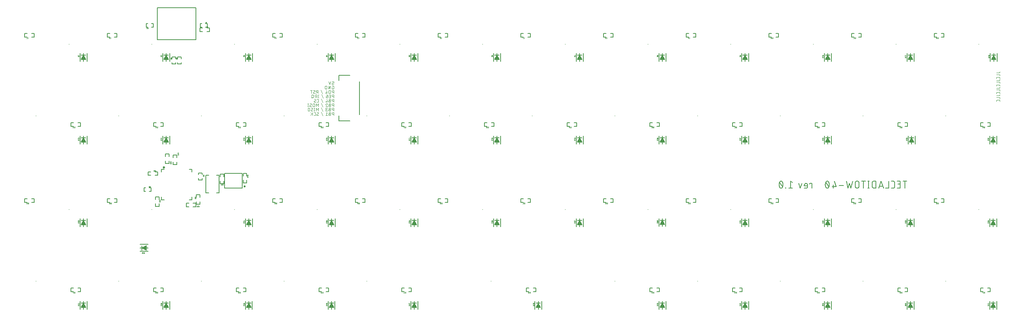
<source format=gbr>
G04 EAGLE Gerber RS-274X export*
G75*
%MOMM*%
%FSLAX34Y34*%
%LPD*%
%INSilkscreen Bottom*%
%IPPOS*%
%AMOC8*
5,1,8,0,0,1.08239X$1,22.5*%
G01*
%ADD10C,0.076200*%
%ADD11C,0.152400*%
%ADD12C,0.025400*%
%ADD13C,0.127000*%
%ADD14C,0.254000*%

G36*
X1409692Y763871D02*
X1409692Y763871D01*
X1409765Y763873D01*
X1409812Y763890D01*
X1409863Y763899D01*
X1409927Y763933D01*
X1409995Y763958D01*
X1410035Y763990D01*
X1410080Y764014D01*
X1410130Y764066D01*
X1410187Y764112D01*
X1410214Y764155D01*
X1410250Y764192D01*
X1410280Y764258D01*
X1410319Y764319D01*
X1410332Y764369D01*
X1410353Y764415D01*
X1410361Y764487D01*
X1410379Y764558D01*
X1410375Y764609D01*
X1410380Y764659D01*
X1410365Y764731D01*
X1410359Y764803D01*
X1410335Y764869D01*
X1410328Y764900D01*
X1410316Y764921D01*
X1410301Y764960D01*
X1405301Y774960D01*
X1405291Y774975D01*
X1405284Y774992D01*
X1405218Y775074D01*
X1405157Y775160D01*
X1405142Y775170D01*
X1405131Y775184D01*
X1405043Y775241D01*
X1404957Y775303D01*
X1404940Y775308D01*
X1404925Y775318D01*
X1404823Y775344D01*
X1404721Y775374D01*
X1404704Y775374D01*
X1404686Y775378D01*
X1404581Y775370D01*
X1404476Y775367D01*
X1404459Y775361D01*
X1404441Y775360D01*
X1404344Y775319D01*
X1404245Y775282D01*
X1404231Y775271D01*
X1404214Y775264D01*
X1404135Y775194D01*
X1404053Y775128D01*
X1404044Y775113D01*
X1404030Y775101D01*
X1403939Y774960D01*
X1398939Y764960D01*
X1398918Y764891D01*
X1398887Y764825D01*
X1398881Y764774D01*
X1398866Y764726D01*
X1398868Y764653D01*
X1398860Y764581D01*
X1398871Y764531D01*
X1398872Y764480D01*
X1398897Y764411D01*
X1398912Y764340D01*
X1398938Y764296D01*
X1398956Y764248D01*
X1399001Y764191D01*
X1399038Y764129D01*
X1399077Y764096D01*
X1399109Y764056D01*
X1399170Y764016D01*
X1399225Y763969D01*
X1399272Y763950D01*
X1399315Y763922D01*
X1399386Y763904D01*
X1399453Y763877D01*
X1399523Y763870D01*
X1399554Y763862D01*
X1399578Y763863D01*
X1399620Y763859D01*
X1409620Y763859D01*
X1409692Y763871D01*
G37*
G36*
X2171692Y763871D02*
X2171692Y763871D01*
X2171765Y763873D01*
X2171812Y763890D01*
X2171863Y763899D01*
X2171927Y763933D01*
X2171995Y763958D01*
X2172035Y763990D01*
X2172080Y764014D01*
X2172130Y764066D01*
X2172187Y764112D01*
X2172214Y764155D01*
X2172250Y764192D01*
X2172280Y764258D01*
X2172319Y764319D01*
X2172332Y764369D01*
X2172353Y764415D01*
X2172361Y764487D01*
X2172379Y764558D01*
X2172375Y764609D01*
X2172380Y764659D01*
X2172365Y764731D01*
X2172359Y764803D01*
X2172335Y764869D01*
X2172328Y764900D01*
X2172316Y764921D01*
X2172301Y764960D01*
X2167301Y774960D01*
X2167291Y774975D01*
X2167284Y774992D01*
X2167218Y775074D01*
X2167157Y775160D01*
X2167142Y775170D01*
X2167131Y775184D01*
X2167043Y775241D01*
X2166957Y775303D01*
X2166940Y775308D01*
X2166925Y775318D01*
X2166823Y775344D01*
X2166721Y775374D01*
X2166704Y775374D01*
X2166686Y775378D01*
X2166581Y775370D01*
X2166476Y775367D01*
X2166459Y775361D01*
X2166441Y775360D01*
X2166344Y775319D01*
X2166245Y775282D01*
X2166231Y775271D01*
X2166214Y775264D01*
X2166135Y775194D01*
X2166053Y775128D01*
X2166044Y775113D01*
X2166030Y775101D01*
X2165939Y774960D01*
X2160939Y764960D01*
X2160918Y764891D01*
X2160887Y764825D01*
X2160881Y764774D01*
X2160866Y764726D01*
X2160868Y764653D01*
X2160860Y764581D01*
X2160871Y764531D01*
X2160872Y764480D01*
X2160897Y764411D01*
X2160912Y764340D01*
X2160938Y764296D01*
X2160956Y764248D01*
X2161001Y764191D01*
X2161038Y764129D01*
X2161077Y764096D01*
X2161109Y764056D01*
X2161170Y764016D01*
X2161225Y763969D01*
X2161272Y763950D01*
X2161315Y763922D01*
X2161386Y763904D01*
X2161453Y763877D01*
X2161523Y763870D01*
X2161554Y763862D01*
X2161578Y763863D01*
X2161620Y763859D01*
X2171620Y763859D01*
X2171692Y763871D01*
G37*
G36*
X1981192Y763871D02*
X1981192Y763871D01*
X1981265Y763873D01*
X1981312Y763890D01*
X1981363Y763899D01*
X1981427Y763933D01*
X1981495Y763958D01*
X1981535Y763990D01*
X1981580Y764014D01*
X1981630Y764066D01*
X1981687Y764112D01*
X1981714Y764155D01*
X1981750Y764192D01*
X1981780Y764258D01*
X1981819Y764319D01*
X1981832Y764369D01*
X1981853Y764415D01*
X1981861Y764487D01*
X1981879Y764558D01*
X1981875Y764609D01*
X1981880Y764659D01*
X1981865Y764731D01*
X1981859Y764803D01*
X1981835Y764869D01*
X1981828Y764900D01*
X1981816Y764921D01*
X1981801Y764960D01*
X1976801Y774960D01*
X1976791Y774975D01*
X1976784Y774992D01*
X1976718Y775074D01*
X1976657Y775160D01*
X1976642Y775170D01*
X1976631Y775184D01*
X1976543Y775241D01*
X1976457Y775303D01*
X1976440Y775308D01*
X1976425Y775318D01*
X1976323Y775344D01*
X1976221Y775374D01*
X1976204Y775374D01*
X1976186Y775378D01*
X1976081Y775370D01*
X1975976Y775367D01*
X1975959Y775361D01*
X1975941Y775360D01*
X1975844Y775319D01*
X1975745Y775282D01*
X1975731Y775271D01*
X1975714Y775264D01*
X1975635Y775194D01*
X1975553Y775128D01*
X1975544Y775113D01*
X1975530Y775101D01*
X1975439Y774960D01*
X1970439Y764960D01*
X1970418Y764891D01*
X1970387Y764825D01*
X1970381Y764774D01*
X1970366Y764726D01*
X1970368Y764653D01*
X1970360Y764581D01*
X1970371Y764531D01*
X1970372Y764480D01*
X1970397Y764411D01*
X1970412Y764340D01*
X1970438Y764296D01*
X1970456Y764248D01*
X1970501Y764191D01*
X1970538Y764129D01*
X1970577Y764096D01*
X1970609Y764056D01*
X1970670Y764016D01*
X1970725Y763969D01*
X1970772Y763950D01*
X1970815Y763922D01*
X1970886Y763904D01*
X1970953Y763877D01*
X1971023Y763870D01*
X1971054Y763862D01*
X1971078Y763863D01*
X1971120Y763859D01*
X1981120Y763859D01*
X1981192Y763871D01*
G37*
G36*
X266692Y763871D02*
X266692Y763871D01*
X266765Y763873D01*
X266812Y763890D01*
X266863Y763899D01*
X266927Y763933D01*
X266995Y763958D01*
X267035Y763990D01*
X267080Y764014D01*
X267130Y764066D01*
X267187Y764112D01*
X267214Y764155D01*
X267250Y764192D01*
X267280Y764258D01*
X267319Y764319D01*
X267332Y764369D01*
X267353Y764415D01*
X267361Y764487D01*
X267379Y764558D01*
X267375Y764609D01*
X267380Y764659D01*
X267365Y764731D01*
X267359Y764803D01*
X267335Y764869D01*
X267328Y764900D01*
X267316Y764921D01*
X267301Y764960D01*
X262301Y774960D01*
X262291Y774975D01*
X262284Y774992D01*
X262218Y775074D01*
X262157Y775160D01*
X262142Y775170D01*
X262131Y775184D01*
X262043Y775241D01*
X261957Y775303D01*
X261940Y775308D01*
X261925Y775318D01*
X261823Y775344D01*
X261721Y775374D01*
X261704Y775374D01*
X261686Y775378D01*
X261581Y775370D01*
X261476Y775367D01*
X261459Y775361D01*
X261441Y775360D01*
X261344Y775319D01*
X261245Y775282D01*
X261231Y775271D01*
X261214Y775264D01*
X261135Y775194D01*
X261053Y775128D01*
X261044Y775113D01*
X261030Y775101D01*
X260939Y774960D01*
X255939Y764960D01*
X255918Y764891D01*
X255887Y764825D01*
X255881Y764774D01*
X255866Y764726D01*
X255868Y764653D01*
X255860Y764581D01*
X255871Y764531D01*
X255872Y764480D01*
X255897Y764411D01*
X255912Y764340D01*
X255938Y764296D01*
X255956Y764248D01*
X256001Y764191D01*
X256038Y764129D01*
X256077Y764096D01*
X256109Y764056D01*
X256170Y764016D01*
X256225Y763969D01*
X256272Y763950D01*
X256315Y763922D01*
X256386Y763904D01*
X256453Y763877D01*
X256523Y763870D01*
X256554Y763862D01*
X256578Y763863D01*
X256620Y763859D01*
X266620Y763859D01*
X266692Y763871D01*
G37*
G36*
X838192Y763871D02*
X838192Y763871D01*
X838265Y763873D01*
X838312Y763890D01*
X838363Y763899D01*
X838427Y763933D01*
X838495Y763958D01*
X838535Y763990D01*
X838580Y764014D01*
X838630Y764066D01*
X838687Y764112D01*
X838714Y764155D01*
X838750Y764192D01*
X838780Y764258D01*
X838819Y764319D01*
X838832Y764369D01*
X838853Y764415D01*
X838861Y764487D01*
X838879Y764558D01*
X838875Y764609D01*
X838880Y764659D01*
X838865Y764731D01*
X838859Y764803D01*
X838835Y764869D01*
X838828Y764900D01*
X838816Y764921D01*
X838801Y764960D01*
X833801Y774960D01*
X833791Y774975D01*
X833784Y774992D01*
X833718Y775074D01*
X833657Y775160D01*
X833642Y775170D01*
X833631Y775184D01*
X833543Y775241D01*
X833457Y775303D01*
X833440Y775308D01*
X833425Y775318D01*
X833323Y775344D01*
X833221Y775374D01*
X833204Y775374D01*
X833186Y775378D01*
X833081Y775370D01*
X832976Y775367D01*
X832959Y775361D01*
X832941Y775360D01*
X832844Y775319D01*
X832745Y775282D01*
X832731Y775271D01*
X832714Y775264D01*
X832635Y775194D01*
X832553Y775128D01*
X832544Y775113D01*
X832530Y775101D01*
X832439Y774960D01*
X827439Y764960D01*
X827418Y764891D01*
X827387Y764825D01*
X827381Y764774D01*
X827366Y764726D01*
X827368Y764653D01*
X827360Y764581D01*
X827371Y764531D01*
X827372Y764480D01*
X827397Y764411D01*
X827412Y764340D01*
X827438Y764296D01*
X827456Y764248D01*
X827501Y764191D01*
X827538Y764129D01*
X827577Y764096D01*
X827609Y764056D01*
X827670Y764016D01*
X827725Y763969D01*
X827772Y763950D01*
X827815Y763922D01*
X827886Y763904D01*
X827953Y763877D01*
X828023Y763870D01*
X828054Y763862D01*
X828078Y763863D01*
X828120Y763859D01*
X838120Y763859D01*
X838192Y763871D01*
G37*
G36*
X1028692Y763871D02*
X1028692Y763871D01*
X1028765Y763873D01*
X1028812Y763890D01*
X1028863Y763899D01*
X1028927Y763933D01*
X1028995Y763958D01*
X1029035Y763990D01*
X1029080Y764014D01*
X1029130Y764066D01*
X1029187Y764112D01*
X1029214Y764155D01*
X1029250Y764192D01*
X1029280Y764258D01*
X1029319Y764319D01*
X1029332Y764369D01*
X1029353Y764415D01*
X1029361Y764487D01*
X1029379Y764558D01*
X1029375Y764609D01*
X1029380Y764659D01*
X1029365Y764731D01*
X1029359Y764803D01*
X1029335Y764869D01*
X1029328Y764900D01*
X1029316Y764921D01*
X1029301Y764960D01*
X1024301Y774960D01*
X1024291Y774975D01*
X1024284Y774992D01*
X1024218Y775074D01*
X1024157Y775160D01*
X1024142Y775170D01*
X1024131Y775184D01*
X1024043Y775241D01*
X1023957Y775303D01*
X1023940Y775308D01*
X1023925Y775318D01*
X1023823Y775344D01*
X1023721Y775374D01*
X1023704Y775374D01*
X1023686Y775378D01*
X1023581Y775370D01*
X1023476Y775367D01*
X1023459Y775361D01*
X1023441Y775360D01*
X1023344Y775319D01*
X1023245Y775282D01*
X1023231Y775271D01*
X1023214Y775264D01*
X1023135Y775194D01*
X1023053Y775128D01*
X1023044Y775113D01*
X1023030Y775101D01*
X1022939Y774960D01*
X1017939Y764960D01*
X1017918Y764891D01*
X1017887Y764825D01*
X1017881Y764774D01*
X1017866Y764726D01*
X1017868Y764653D01*
X1017860Y764581D01*
X1017871Y764531D01*
X1017872Y764480D01*
X1017897Y764411D01*
X1017912Y764340D01*
X1017938Y764296D01*
X1017956Y764248D01*
X1018001Y764191D01*
X1018038Y764129D01*
X1018077Y764096D01*
X1018109Y764056D01*
X1018170Y764016D01*
X1018225Y763969D01*
X1018272Y763950D01*
X1018315Y763922D01*
X1018386Y763904D01*
X1018453Y763877D01*
X1018523Y763870D01*
X1018554Y763862D01*
X1018578Y763863D01*
X1018620Y763859D01*
X1028620Y763859D01*
X1028692Y763871D01*
G37*
G36*
X1790692Y763871D02*
X1790692Y763871D01*
X1790765Y763873D01*
X1790812Y763890D01*
X1790863Y763899D01*
X1790927Y763933D01*
X1790995Y763958D01*
X1791035Y763990D01*
X1791080Y764014D01*
X1791130Y764066D01*
X1791187Y764112D01*
X1791214Y764155D01*
X1791250Y764192D01*
X1791280Y764258D01*
X1791319Y764319D01*
X1791332Y764369D01*
X1791353Y764415D01*
X1791361Y764487D01*
X1791379Y764558D01*
X1791375Y764609D01*
X1791380Y764659D01*
X1791365Y764731D01*
X1791359Y764803D01*
X1791335Y764869D01*
X1791328Y764900D01*
X1791316Y764921D01*
X1791301Y764960D01*
X1786301Y774960D01*
X1786291Y774975D01*
X1786284Y774992D01*
X1786218Y775074D01*
X1786157Y775160D01*
X1786142Y775170D01*
X1786131Y775184D01*
X1786043Y775241D01*
X1785957Y775303D01*
X1785940Y775308D01*
X1785925Y775318D01*
X1785823Y775344D01*
X1785721Y775374D01*
X1785704Y775374D01*
X1785686Y775378D01*
X1785581Y775370D01*
X1785476Y775367D01*
X1785459Y775361D01*
X1785441Y775360D01*
X1785344Y775319D01*
X1785245Y775282D01*
X1785231Y775271D01*
X1785214Y775264D01*
X1785135Y775194D01*
X1785053Y775128D01*
X1785044Y775113D01*
X1785030Y775101D01*
X1784939Y774960D01*
X1779939Y764960D01*
X1779918Y764891D01*
X1779887Y764825D01*
X1779881Y764774D01*
X1779866Y764726D01*
X1779868Y764653D01*
X1779860Y764581D01*
X1779871Y764531D01*
X1779872Y764480D01*
X1779897Y764411D01*
X1779912Y764340D01*
X1779938Y764296D01*
X1779956Y764248D01*
X1780001Y764191D01*
X1780038Y764129D01*
X1780077Y764096D01*
X1780109Y764056D01*
X1780170Y764016D01*
X1780225Y763969D01*
X1780272Y763950D01*
X1780315Y763922D01*
X1780386Y763904D01*
X1780453Y763877D01*
X1780523Y763870D01*
X1780554Y763862D01*
X1780578Y763863D01*
X1780620Y763859D01*
X1790620Y763859D01*
X1790692Y763871D01*
G37*
G36*
X457192Y763871D02*
X457192Y763871D01*
X457265Y763873D01*
X457312Y763890D01*
X457363Y763899D01*
X457427Y763933D01*
X457495Y763958D01*
X457535Y763990D01*
X457580Y764014D01*
X457630Y764066D01*
X457687Y764112D01*
X457714Y764155D01*
X457750Y764192D01*
X457780Y764258D01*
X457819Y764319D01*
X457832Y764369D01*
X457853Y764415D01*
X457861Y764487D01*
X457879Y764558D01*
X457875Y764609D01*
X457880Y764659D01*
X457865Y764731D01*
X457859Y764803D01*
X457835Y764869D01*
X457828Y764900D01*
X457816Y764921D01*
X457801Y764960D01*
X452801Y774960D01*
X452791Y774975D01*
X452784Y774992D01*
X452718Y775074D01*
X452657Y775160D01*
X452642Y775170D01*
X452631Y775184D01*
X452543Y775241D01*
X452457Y775303D01*
X452440Y775308D01*
X452425Y775318D01*
X452323Y775344D01*
X452221Y775374D01*
X452204Y775374D01*
X452186Y775378D01*
X452081Y775370D01*
X451976Y775367D01*
X451959Y775361D01*
X451941Y775360D01*
X451844Y775319D01*
X451745Y775282D01*
X451731Y775271D01*
X451714Y775264D01*
X451635Y775194D01*
X451553Y775128D01*
X451544Y775113D01*
X451530Y775101D01*
X451439Y774960D01*
X446439Y764960D01*
X446418Y764891D01*
X446387Y764825D01*
X446381Y764774D01*
X446366Y764726D01*
X446368Y764653D01*
X446360Y764581D01*
X446371Y764531D01*
X446372Y764480D01*
X446397Y764411D01*
X446412Y764340D01*
X446438Y764296D01*
X446456Y764248D01*
X446501Y764191D01*
X446538Y764129D01*
X446577Y764096D01*
X446609Y764056D01*
X446670Y764016D01*
X446725Y763969D01*
X446772Y763950D01*
X446815Y763922D01*
X446886Y763904D01*
X446953Y763877D01*
X447023Y763870D01*
X447054Y763862D01*
X447078Y763863D01*
X447120Y763859D01*
X457120Y763859D01*
X457192Y763871D01*
G37*
G36*
X1219192Y763871D02*
X1219192Y763871D01*
X1219265Y763873D01*
X1219312Y763890D01*
X1219363Y763899D01*
X1219427Y763933D01*
X1219495Y763958D01*
X1219535Y763990D01*
X1219580Y764014D01*
X1219630Y764066D01*
X1219687Y764112D01*
X1219714Y764155D01*
X1219750Y764192D01*
X1219780Y764258D01*
X1219819Y764319D01*
X1219832Y764369D01*
X1219853Y764415D01*
X1219861Y764487D01*
X1219879Y764558D01*
X1219875Y764609D01*
X1219880Y764659D01*
X1219865Y764731D01*
X1219859Y764803D01*
X1219835Y764869D01*
X1219828Y764900D01*
X1219816Y764921D01*
X1219801Y764960D01*
X1214801Y774960D01*
X1214791Y774975D01*
X1214784Y774992D01*
X1214718Y775074D01*
X1214657Y775160D01*
X1214642Y775170D01*
X1214631Y775184D01*
X1214543Y775241D01*
X1214457Y775303D01*
X1214440Y775308D01*
X1214425Y775318D01*
X1214323Y775344D01*
X1214221Y775374D01*
X1214204Y775374D01*
X1214186Y775378D01*
X1214081Y775370D01*
X1213976Y775367D01*
X1213959Y775361D01*
X1213941Y775360D01*
X1213844Y775319D01*
X1213745Y775282D01*
X1213731Y775271D01*
X1213714Y775264D01*
X1213635Y775194D01*
X1213553Y775128D01*
X1213544Y775113D01*
X1213530Y775101D01*
X1213439Y774960D01*
X1208439Y764960D01*
X1208418Y764891D01*
X1208387Y764825D01*
X1208381Y764774D01*
X1208366Y764726D01*
X1208368Y764653D01*
X1208360Y764581D01*
X1208371Y764531D01*
X1208372Y764480D01*
X1208397Y764411D01*
X1208412Y764340D01*
X1208438Y764296D01*
X1208456Y764248D01*
X1208501Y764191D01*
X1208538Y764129D01*
X1208577Y764096D01*
X1208609Y764056D01*
X1208670Y764016D01*
X1208725Y763969D01*
X1208772Y763950D01*
X1208815Y763922D01*
X1208886Y763904D01*
X1208953Y763877D01*
X1209023Y763870D01*
X1209054Y763862D01*
X1209078Y763863D01*
X1209120Y763859D01*
X1219120Y763859D01*
X1219192Y763871D01*
G37*
G36*
X1600192Y763871D02*
X1600192Y763871D01*
X1600265Y763873D01*
X1600312Y763890D01*
X1600363Y763899D01*
X1600427Y763933D01*
X1600495Y763958D01*
X1600535Y763990D01*
X1600580Y764014D01*
X1600630Y764066D01*
X1600687Y764112D01*
X1600714Y764155D01*
X1600750Y764192D01*
X1600780Y764258D01*
X1600819Y764319D01*
X1600832Y764369D01*
X1600853Y764415D01*
X1600861Y764487D01*
X1600879Y764558D01*
X1600875Y764609D01*
X1600880Y764659D01*
X1600865Y764731D01*
X1600859Y764803D01*
X1600835Y764869D01*
X1600828Y764900D01*
X1600816Y764921D01*
X1600801Y764960D01*
X1595801Y774960D01*
X1595791Y774975D01*
X1595784Y774992D01*
X1595718Y775074D01*
X1595657Y775160D01*
X1595642Y775170D01*
X1595631Y775184D01*
X1595543Y775241D01*
X1595457Y775303D01*
X1595440Y775308D01*
X1595425Y775318D01*
X1595323Y775344D01*
X1595221Y775374D01*
X1595204Y775374D01*
X1595186Y775378D01*
X1595081Y775370D01*
X1594976Y775367D01*
X1594959Y775361D01*
X1594941Y775360D01*
X1594844Y775319D01*
X1594745Y775282D01*
X1594731Y775271D01*
X1594714Y775264D01*
X1594635Y775194D01*
X1594553Y775128D01*
X1594544Y775113D01*
X1594530Y775101D01*
X1594439Y774960D01*
X1589439Y764960D01*
X1589418Y764891D01*
X1589387Y764825D01*
X1589381Y764774D01*
X1589366Y764726D01*
X1589368Y764653D01*
X1589360Y764581D01*
X1589371Y764531D01*
X1589372Y764480D01*
X1589397Y764411D01*
X1589412Y764340D01*
X1589438Y764296D01*
X1589456Y764248D01*
X1589501Y764191D01*
X1589538Y764129D01*
X1589577Y764096D01*
X1589609Y764056D01*
X1589670Y764016D01*
X1589725Y763969D01*
X1589772Y763950D01*
X1589815Y763922D01*
X1589886Y763904D01*
X1589953Y763877D01*
X1590023Y763870D01*
X1590054Y763862D01*
X1590078Y763863D01*
X1590120Y763859D01*
X1600120Y763859D01*
X1600192Y763871D01*
G37*
G36*
X2363462Y763871D02*
X2363462Y763871D01*
X2363535Y763873D01*
X2363582Y763890D01*
X2363633Y763899D01*
X2363697Y763933D01*
X2363765Y763958D01*
X2363805Y763990D01*
X2363850Y764014D01*
X2363900Y764066D01*
X2363957Y764112D01*
X2363984Y764155D01*
X2364020Y764192D01*
X2364050Y764258D01*
X2364089Y764319D01*
X2364102Y764369D01*
X2364123Y764415D01*
X2364131Y764487D01*
X2364149Y764558D01*
X2364145Y764609D01*
X2364150Y764659D01*
X2364135Y764731D01*
X2364129Y764803D01*
X2364105Y764869D01*
X2364098Y764900D01*
X2364086Y764921D01*
X2364071Y764960D01*
X2359071Y774960D01*
X2359061Y774975D01*
X2359054Y774992D01*
X2358988Y775074D01*
X2358927Y775160D01*
X2358912Y775170D01*
X2358901Y775184D01*
X2358813Y775241D01*
X2358727Y775303D01*
X2358710Y775308D01*
X2358695Y775318D01*
X2358593Y775344D01*
X2358491Y775374D01*
X2358474Y775374D01*
X2358456Y775378D01*
X2358351Y775370D01*
X2358246Y775367D01*
X2358229Y775361D01*
X2358211Y775360D01*
X2358114Y775319D01*
X2358015Y775282D01*
X2358001Y775271D01*
X2357984Y775264D01*
X2357905Y775194D01*
X2357823Y775128D01*
X2357814Y775113D01*
X2357800Y775101D01*
X2357709Y774960D01*
X2352709Y764960D01*
X2352688Y764891D01*
X2352657Y764825D01*
X2352651Y764774D01*
X2352636Y764726D01*
X2352638Y764653D01*
X2352630Y764581D01*
X2352641Y764531D01*
X2352642Y764480D01*
X2352667Y764411D01*
X2352682Y764340D01*
X2352708Y764296D01*
X2352726Y764248D01*
X2352771Y764191D01*
X2352808Y764129D01*
X2352847Y764096D01*
X2352879Y764056D01*
X2352940Y764016D01*
X2352995Y763969D01*
X2353042Y763950D01*
X2353085Y763922D01*
X2353156Y763904D01*
X2353223Y763877D01*
X2353293Y763870D01*
X2353324Y763862D01*
X2353348Y763863D01*
X2353390Y763859D01*
X2363390Y763859D01*
X2363462Y763871D01*
G37*
G36*
X647692Y763871D02*
X647692Y763871D01*
X647765Y763873D01*
X647812Y763890D01*
X647863Y763899D01*
X647927Y763933D01*
X647995Y763958D01*
X648035Y763990D01*
X648080Y764014D01*
X648130Y764066D01*
X648187Y764112D01*
X648214Y764155D01*
X648250Y764192D01*
X648280Y764258D01*
X648319Y764319D01*
X648332Y764369D01*
X648353Y764415D01*
X648361Y764487D01*
X648379Y764558D01*
X648375Y764609D01*
X648380Y764659D01*
X648365Y764731D01*
X648359Y764803D01*
X648335Y764869D01*
X648328Y764900D01*
X648316Y764921D01*
X648301Y764960D01*
X643301Y774960D01*
X643291Y774975D01*
X643284Y774992D01*
X643218Y775074D01*
X643157Y775160D01*
X643142Y775170D01*
X643131Y775184D01*
X643043Y775241D01*
X642957Y775303D01*
X642940Y775308D01*
X642925Y775318D01*
X642823Y775344D01*
X642721Y775374D01*
X642704Y775374D01*
X642686Y775378D01*
X642581Y775370D01*
X642476Y775367D01*
X642459Y775361D01*
X642441Y775360D01*
X642344Y775319D01*
X642245Y775282D01*
X642231Y775271D01*
X642214Y775264D01*
X642135Y775194D01*
X642053Y775128D01*
X642044Y775113D01*
X642030Y775101D01*
X641939Y774960D01*
X636939Y764960D01*
X636918Y764891D01*
X636887Y764825D01*
X636881Y764774D01*
X636866Y764726D01*
X636868Y764653D01*
X636860Y764581D01*
X636871Y764531D01*
X636872Y764480D01*
X636897Y764411D01*
X636912Y764340D01*
X636938Y764296D01*
X636956Y764248D01*
X637001Y764191D01*
X637038Y764129D01*
X637077Y764096D01*
X637109Y764056D01*
X637170Y764016D01*
X637225Y763969D01*
X637272Y763950D01*
X637315Y763922D01*
X637386Y763904D01*
X637453Y763877D01*
X637523Y763870D01*
X637554Y763862D01*
X637578Y763863D01*
X637620Y763859D01*
X647620Y763859D01*
X647692Y763871D01*
G37*
G36*
X1409692Y573371D02*
X1409692Y573371D01*
X1409765Y573373D01*
X1409812Y573390D01*
X1409863Y573399D01*
X1409927Y573433D01*
X1409995Y573458D01*
X1410035Y573490D01*
X1410080Y573514D01*
X1410130Y573566D01*
X1410187Y573612D01*
X1410214Y573655D01*
X1410250Y573692D01*
X1410280Y573758D01*
X1410319Y573819D01*
X1410332Y573869D01*
X1410353Y573915D01*
X1410361Y573987D01*
X1410379Y574058D01*
X1410375Y574109D01*
X1410380Y574159D01*
X1410365Y574231D01*
X1410359Y574303D01*
X1410335Y574369D01*
X1410328Y574400D01*
X1410316Y574421D01*
X1410301Y574460D01*
X1405301Y584460D01*
X1405291Y584475D01*
X1405284Y584492D01*
X1405218Y584574D01*
X1405157Y584660D01*
X1405142Y584670D01*
X1405131Y584684D01*
X1405043Y584741D01*
X1404957Y584803D01*
X1404940Y584808D01*
X1404925Y584818D01*
X1404823Y584844D01*
X1404721Y584874D01*
X1404704Y584874D01*
X1404686Y584878D01*
X1404581Y584870D01*
X1404476Y584867D01*
X1404459Y584861D01*
X1404441Y584860D01*
X1404344Y584819D01*
X1404245Y584782D01*
X1404231Y584771D01*
X1404214Y584764D01*
X1404135Y584694D01*
X1404053Y584628D01*
X1404044Y584613D01*
X1404030Y584601D01*
X1403939Y584460D01*
X1398939Y574460D01*
X1398918Y574391D01*
X1398887Y574325D01*
X1398881Y574274D01*
X1398866Y574226D01*
X1398868Y574153D01*
X1398860Y574081D01*
X1398871Y574031D01*
X1398872Y573980D01*
X1398897Y573911D01*
X1398912Y573840D01*
X1398938Y573796D01*
X1398956Y573748D01*
X1399001Y573691D01*
X1399038Y573629D01*
X1399077Y573596D01*
X1399109Y573556D01*
X1399170Y573516D01*
X1399225Y573469D01*
X1399272Y573450D01*
X1399315Y573422D01*
X1399386Y573404D01*
X1399453Y573377D01*
X1399523Y573370D01*
X1399554Y573362D01*
X1399578Y573363D01*
X1399620Y573359D01*
X1409620Y573359D01*
X1409692Y573371D01*
G37*
G36*
X1028692Y573371D02*
X1028692Y573371D01*
X1028765Y573373D01*
X1028812Y573390D01*
X1028863Y573399D01*
X1028927Y573433D01*
X1028995Y573458D01*
X1029035Y573490D01*
X1029080Y573514D01*
X1029130Y573566D01*
X1029187Y573612D01*
X1029214Y573655D01*
X1029250Y573692D01*
X1029280Y573758D01*
X1029319Y573819D01*
X1029332Y573869D01*
X1029353Y573915D01*
X1029361Y573987D01*
X1029379Y574058D01*
X1029375Y574109D01*
X1029380Y574159D01*
X1029365Y574231D01*
X1029359Y574303D01*
X1029335Y574369D01*
X1029328Y574400D01*
X1029316Y574421D01*
X1029301Y574460D01*
X1024301Y584460D01*
X1024291Y584475D01*
X1024284Y584492D01*
X1024218Y584574D01*
X1024157Y584660D01*
X1024142Y584670D01*
X1024131Y584684D01*
X1024043Y584741D01*
X1023957Y584803D01*
X1023940Y584808D01*
X1023925Y584818D01*
X1023823Y584844D01*
X1023721Y584874D01*
X1023704Y584874D01*
X1023686Y584878D01*
X1023581Y584870D01*
X1023476Y584867D01*
X1023459Y584861D01*
X1023441Y584860D01*
X1023344Y584819D01*
X1023245Y584782D01*
X1023231Y584771D01*
X1023214Y584764D01*
X1023135Y584694D01*
X1023053Y584628D01*
X1023044Y584613D01*
X1023030Y584601D01*
X1022939Y584460D01*
X1017939Y574460D01*
X1017918Y574391D01*
X1017887Y574325D01*
X1017881Y574274D01*
X1017866Y574226D01*
X1017868Y574153D01*
X1017860Y574081D01*
X1017871Y574031D01*
X1017872Y573980D01*
X1017897Y573911D01*
X1017912Y573840D01*
X1017938Y573796D01*
X1017956Y573748D01*
X1018001Y573691D01*
X1018038Y573629D01*
X1018077Y573596D01*
X1018109Y573556D01*
X1018170Y573516D01*
X1018225Y573469D01*
X1018272Y573450D01*
X1018315Y573422D01*
X1018386Y573404D01*
X1018453Y573377D01*
X1018523Y573370D01*
X1018554Y573362D01*
X1018578Y573363D01*
X1018620Y573359D01*
X1028620Y573359D01*
X1028692Y573371D01*
G37*
G36*
X2174232Y573371D02*
X2174232Y573371D01*
X2174305Y573373D01*
X2174352Y573390D01*
X2174403Y573399D01*
X2174467Y573433D01*
X2174535Y573458D01*
X2174575Y573490D01*
X2174620Y573514D01*
X2174670Y573566D01*
X2174727Y573612D01*
X2174754Y573655D01*
X2174790Y573692D01*
X2174820Y573758D01*
X2174859Y573819D01*
X2174872Y573869D01*
X2174893Y573915D01*
X2174901Y573987D01*
X2174919Y574058D01*
X2174915Y574109D01*
X2174920Y574159D01*
X2174905Y574231D01*
X2174899Y574303D01*
X2174875Y574369D01*
X2174868Y574400D01*
X2174856Y574421D01*
X2174841Y574460D01*
X2169841Y584460D01*
X2169831Y584475D01*
X2169824Y584492D01*
X2169758Y584574D01*
X2169697Y584660D01*
X2169682Y584670D01*
X2169671Y584684D01*
X2169583Y584741D01*
X2169497Y584803D01*
X2169480Y584808D01*
X2169465Y584818D01*
X2169363Y584844D01*
X2169261Y584874D01*
X2169244Y584874D01*
X2169226Y584878D01*
X2169121Y584870D01*
X2169016Y584867D01*
X2168999Y584861D01*
X2168981Y584860D01*
X2168884Y584819D01*
X2168785Y584782D01*
X2168771Y584771D01*
X2168754Y584764D01*
X2168675Y584694D01*
X2168593Y584628D01*
X2168584Y584613D01*
X2168570Y584601D01*
X2168479Y584460D01*
X2163479Y574460D01*
X2163458Y574391D01*
X2163427Y574325D01*
X2163421Y574274D01*
X2163406Y574226D01*
X2163408Y574153D01*
X2163400Y574081D01*
X2163411Y574031D01*
X2163412Y573980D01*
X2163437Y573911D01*
X2163452Y573840D01*
X2163478Y573796D01*
X2163496Y573748D01*
X2163541Y573691D01*
X2163578Y573629D01*
X2163617Y573596D01*
X2163649Y573556D01*
X2163710Y573516D01*
X2163765Y573469D01*
X2163812Y573450D01*
X2163855Y573422D01*
X2163926Y573404D01*
X2163993Y573377D01*
X2164063Y573370D01*
X2164094Y573362D01*
X2164118Y573363D01*
X2164160Y573359D01*
X2174160Y573359D01*
X2174232Y573371D01*
G37*
G36*
X2362192Y573371D02*
X2362192Y573371D01*
X2362265Y573373D01*
X2362312Y573390D01*
X2362363Y573399D01*
X2362427Y573433D01*
X2362495Y573458D01*
X2362535Y573490D01*
X2362580Y573514D01*
X2362630Y573566D01*
X2362687Y573612D01*
X2362714Y573655D01*
X2362750Y573692D01*
X2362780Y573758D01*
X2362819Y573819D01*
X2362832Y573869D01*
X2362853Y573915D01*
X2362861Y573987D01*
X2362879Y574058D01*
X2362875Y574109D01*
X2362880Y574159D01*
X2362865Y574231D01*
X2362859Y574303D01*
X2362835Y574369D01*
X2362828Y574400D01*
X2362816Y574421D01*
X2362801Y574460D01*
X2357801Y584460D01*
X2357791Y584475D01*
X2357784Y584492D01*
X2357718Y584574D01*
X2357657Y584660D01*
X2357642Y584670D01*
X2357631Y584684D01*
X2357543Y584741D01*
X2357457Y584803D01*
X2357440Y584808D01*
X2357425Y584818D01*
X2357323Y584844D01*
X2357221Y584874D01*
X2357204Y584874D01*
X2357186Y584878D01*
X2357081Y584870D01*
X2356976Y584867D01*
X2356959Y584861D01*
X2356941Y584860D01*
X2356844Y584819D01*
X2356745Y584782D01*
X2356731Y584771D01*
X2356714Y584764D01*
X2356635Y584694D01*
X2356553Y584628D01*
X2356544Y584613D01*
X2356530Y584601D01*
X2356439Y584460D01*
X2351439Y574460D01*
X2351418Y574391D01*
X2351387Y574325D01*
X2351381Y574274D01*
X2351366Y574226D01*
X2351368Y574153D01*
X2351360Y574081D01*
X2351371Y574031D01*
X2351372Y573980D01*
X2351397Y573911D01*
X2351412Y573840D01*
X2351438Y573796D01*
X2351456Y573748D01*
X2351501Y573691D01*
X2351538Y573629D01*
X2351577Y573596D01*
X2351609Y573556D01*
X2351670Y573516D01*
X2351725Y573469D01*
X2351772Y573450D01*
X2351815Y573422D01*
X2351886Y573404D01*
X2351953Y573377D01*
X2352023Y573370D01*
X2352054Y573362D01*
X2352078Y573363D01*
X2352120Y573359D01*
X2362120Y573359D01*
X2362192Y573371D01*
G37*
G36*
X1981192Y573371D02*
X1981192Y573371D01*
X1981265Y573373D01*
X1981312Y573390D01*
X1981363Y573399D01*
X1981427Y573433D01*
X1981495Y573458D01*
X1981535Y573490D01*
X1981580Y573514D01*
X1981630Y573566D01*
X1981687Y573612D01*
X1981714Y573655D01*
X1981750Y573692D01*
X1981780Y573758D01*
X1981819Y573819D01*
X1981832Y573869D01*
X1981853Y573915D01*
X1981861Y573987D01*
X1981879Y574058D01*
X1981875Y574109D01*
X1981880Y574159D01*
X1981865Y574231D01*
X1981859Y574303D01*
X1981835Y574369D01*
X1981828Y574400D01*
X1981816Y574421D01*
X1981801Y574460D01*
X1976801Y584460D01*
X1976791Y584475D01*
X1976784Y584492D01*
X1976718Y584574D01*
X1976657Y584660D01*
X1976642Y584670D01*
X1976631Y584684D01*
X1976543Y584741D01*
X1976457Y584803D01*
X1976440Y584808D01*
X1976425Y584818D01*
X1976323Y584844D01*
X1976221Y584874D01*
X1976204Y584874D01*
X1976186Y584878D01*
X1976081Y584870D01*
X1975976Y584867D01*
X1975959Y584861D01*
X1975941Y584860D01*
X1975844Y584819D01*
X1975745Y584782D01*
X1975731Y584771D01*
X1975714Y584764D01*
X1975635Y584694D01*
X1975553Y584628D01*
X1975544Y584613D01*
X1975530Y584601D01*
X1975439Y584460D01*
X1970439Y574460D01*
X1970418Y574391D01*
X1970387Y574325D01*
X1970381Y574274D01*
X1970366Y574226D01*
X1970368Y574153D01*
X1970360Y574081D01*
X1970371Y574031D01*
X1970372Y573980D01*
X1970397Y573911D01*
X1970412Y573840D01*
X1970438Y573796D01*
X1970456Y573748D01*
X1970501Y573691D01*
X1970538Y573629D01*
X1970577Y573596D01*
X1970609Y573556D01*
X1970670Y573516D01*
X1970725Y573469D01*
X1970772Y573450D01*
X1970815Y573422D01*
X1970886Y573404D01*
X1970953Y573377D01*
X1971023Y573370D01*
X1971054Y573362D01*
X1971078Y573363D01*
X1971120Y573359D01*
X1981120Y573359D01*
X1981192Y573371D01*
G37*
G36*
X1600192Y573371D02*
X1600192Y573371D01*
X1600265Y573373D01*
X1600312Y573390D01*
X1600363Y573399D01*
X1600427Y573433D01*
X1600495Y573458D01*
X1600535Y573490D01*
X1600580Y573514D01*
X1600630Y573566D01*
X1600687Y573612D01*
X1600714Y573655D01*
X1600750Y573692D01*
X1600780Y573758D01*
X1600819Y573819D01*
X1600832Y573869D01*
X1600853Y573915D01*
X1600861Y573987D01*
X1600879Y574058D01*
X1600875Y574109D01*
X1600880Y574159D01*
X1600865Y574231D01*
X1600859Y574303D01*
X1600835Y574369D01*
X1600828Y574400D01*
X1600816Y574421D01*
X1600801Y574460D01*
X1595801Y584460D01*
X1595791Y584475D01*
X1595784Y584492D01*
X1595718Y584574D01*
X1595657Y584660D01*
X1595642Y584670D01*
X1595631Y584684D01*
X1595543Y584741D01*
X1595457Y584803D01*
X1595440Y584808D01*
X1595425Y584818D01*
X1595323Y584844D01*
X1595221Y584874D01*
X1595204Y584874D01*
X1595186Y584878D01*
X1595081Y584870D01*
X1594976Y584867D01*
X1594959Y584861D01*
X1594941Y584860D01*
X1594844Y584819D01*
X1594745Y584782D01*
X1594731Y584771D01*
X1594714Y584764D01*
X1594635Y584694D01*
X1594553Y584628D01*
X1594544Y584613D01*
X1594530Y584601D01*
X1594439Y584460D01*
X1589439Y574460D01*
X1589418Y574391D01*
X1589387Y574325D01*
X1589381Y574274D01*
X1589366Y574226D01*
X1589368Y574153D01*
X1589360Y574081D01*
X1589371Y574031D01*
X1589372Y573980D01*
X1589397Y573911D01*
X1589412Y573840D01*
X1589438Y573796D01*
X1589456Y573748D01*
X1589501Y573691D01*
X1589538Y573629D01*
X1589577Y573596D01*
X1589609Y573556D01*
X1589670Y573516D01*
X1589725Y573469D01*
X1589772Y573450D01*
X1589815Y573422D01*
X1589886Y573404D01*
X1589953Y573377D01*
X1590023Y573370D01*
X1590054Y573362D01*
X1590078Y573363D01*
X1590120Y573359D01*
X1600120Y573359D01*
X1600192Y573371D01*
G37*
G36*
X647692Y573371D02*
X647692Y573371D01*
X647765Y573373D01*
X647812Y573390D01*
X647863Y573399D01*
X647927Y573433D01*
X647995Y573458D01*
X648035Y573490D01*
X648080Y573514D01*
X648130Y573566D01*
X648187Y573612D01*
X648214Y573655D01*
X648250Y573692D01*
X648280Y573758D01*
X648319Y573819D01*
X648332Y573869D01*
X648353Y573915D01*
X648361Y573987D01*
X648379Y574058D01*
X648375Y574109D01*
X648380Y574159D01*
X648365Y574231D01*
X648359Y574303D01*
X648335Y574369D01*
X648328Y574400D01*
X648316Y574421D01*
X648301Y574460D01*
X643301Y584460D01*
X643291Y584475D01*
X643284Y584492D01*
X643218Y584574D01*
X643157Y584660D01*
X643142Y584670D01*
X643131Y584684D01*
X643043Y584741D01*
X642957Y584803D01*
X642940Y584808D01*
X642925Y584818D01*
X642823Y584844D01*
X642721Y584874D01*
X642704Y584874D01*
X642686Y584878D01*
X642581Y584870D01*
X642476Y584867D01*
X642459Y584861D01*
X642441Y584860D01*
X642344Y584819D01*
X642245Y584782D01*
X642231Y584771D01*
X642214Y584764D01*
X642135Y584694D01*
X642053Y584628D01*
X642044Y584613D01*
X642030Y584601D01*
X641939Y584460D01*
X636939Y574460D01*
X636918Y574391D01*
X636887Y574325D01*
X636881Y574274D01*
X636866Y574226D01*
X636868Y574153D01*
X636860Y574081D01*
X636871Y574031D01*
X636872Y573980D01*
X636897Y573911D01*
X636912Y573840D01*
X636938Y573796D01*
X636956Y573748D01*
X637001Y573691D01*
X637038Y573629D01*
X637077Y573596D01*
X637109Y573556D01*
X637170Y573516D01*
X637225Y573469D01*
X637272Y573450D01*
X637315Y573422D01*
X637386Y573404D01*
X637453Y573377D01*
X637523Y573370D01*
X637554Y573362D01*
X637578Y573363D01*
X637620Y573359D01*
X647620Y573359D01*
X647692Y573371D01*
G37*
G36*
X1219192Y573371D02*
X1219192Y573371D01*
X1219265Y573373D01*
X1219312Y573390D01*
X1219363Y573399D01*
X1219427Y573433D01*
X1219495Y573458D01*
X1219535Y573490D01*
X1219580Y573514D01*
X1219630Y573566D01*
X1219687Y573612D01*
X1219714Y573655D01*
X1219750Y573692D01*
X1219780Y573758D01*
X1219819Y573819D01*
X1219832Y573869D01*
X1219853Y573915D01*
X1219861Y573987D01*
X1219879Y574058D01*
X1219875Y574109D01*
X1219880Y574159D01*
X1219865Y574231D01*
X1219859Y574303D01*
X1219835Y574369D01*
X1219828Y574400D01*
X1219816Y574421D01*
X1219801Y574460D01*
X1214801Y584460D01*
X1214791Y584475D01*
X1214784Y584492D01*
X1214718Y584574D01*
X1214657Y584660D01*
X1214642Y584670D01*
X1214631Y584684D01*
X1214543Y584741D01*
X1214457Y584803D01*
X1214440Y584808D01*
X1214425Y584818D01*
X1214323Y584844D01*
X1214221Y584874D01*
X1214204Y584874D01*
X1214186Y584878D01*
X1214081Y584870D01*
X1213976Y584867D01*
X1213959Y584861D01*
X1213941Y584860D01*
X1213844Y584819D01*
X1213745Y584782D01*
X1213731Y584771D01*
X1213714Y584764D01*
X1213635Y584694D01*
X1213553Y584628D01*
X1213544Y584613D01*
X1213530Y584601D01*
X1213439Y584460D01*
X1208439Y574460D01*
X1208418Y574391D01*
X1208387Y574325D01*
X1208381Y574274D01*
X1208366Y574226D01*
X1208368Y574153D01*
X1208360Y574081D01*
X1208371Y574031D01*
X1208372Y573980D01*
X1208397Y573911D01*
X1208412Y573840D01*
X1208438Y573796D01*
X1208456Y573748D01*
X1208501Y573691D01*
X1208538Y573629D01*
X1208577Y573596D01*
X1208609Y573556D01*
X1208670Y573516D01*
X1208725Y573469D01*
X1208772Y573450D01*
X1208815Y573422D01*
X1208886Y573404D01*
X1208953Y573377D01*
X1209023Y573370D01*
X1209054Y573362D01*
X1209078Y573363D01*
X1209120Y573359D01*
X1219120Y573359D01*
X1219192Y573371D01*
G37*
G36*
X457192Y573371D02*
X457192Y573371D01*
X457265Y573373D01*
X457312Y573390D01*
X457363Y573399D01*
X457427Y573433D01*
X457495Y573458D01*
X457535Y573490D01*
X457580Y573514D01*
X457630Y573566D01*
X457687Y573612D01*
X457714Y573655D01*
X457750Y573692D01*
X457780Y573758D01*
X457819Y573819D01*
X457832Y573869D01*
X457853Y573915D01*
X457861Y573987D01*
X457879Y574058D01*
X457875Y574109D01*
X457880Y574159D01*
X457865Y574231D01*
X457859Y574303D01*
X457835Y574369D01*
X457828Y574400D01*
X457816Y574421D01*
X457801Y574460D01*
X452801Y584460D01*
X452791Y584475D01*
X452784Y584492D01*
X452718Y584574D01*
X452657Y584660D01*
X452642Y584670D01*
X452631Y584684D01*
X452543Y584741D01*
X452457Y584803D01*
X452440Y584808D01*
X452425Y584818D01*
X452323Y584844D01*
X452221Y584874D01*
X452204Y584874D01*
X452186Y584878D01*
X452081Y584870D01*
X451976Y584867D01*
X451959Y584861D01*
X451941Y584860D01*
X451844Y584819D01*
X451745Y584782D01*
X451731Y584771D01*
X451714Y584764D01*
X451635Y584694D01*
X451553Y584628D01*
X451544Y584613D01*
X451530Y584601D01*
X451439Y584460D01*
X446439Y574460D01*
X446418Y574391D01*
X446387Y574325D01*
X446381Y574274D01*
X446366Y574226D01*
X446368Y574153D01*
X446360Y574081D01*
X446371Y574031D01*
X446372Y573980D01*
X446397Y573911D01*
X446412Y573840D01*
X446438Y573796D01*
X446456Y573748D01*
X446501Y573691D01*
X446538Y573629D01*
X446577Y573596D01*
X446609Y573556D01*
X446670Y573516D01*
X446725Y573469D01*
X446772Y573450D01*
X446815Y573422D01*
X446886Y573404D01*
X446953Y573377D01*
X447023Y573370D01*
X447054Y573362D01*
X447078Y573363D01*
X447120Y573359D01*
X457120Y573359D01*
X457192Y573371D01*
G37*
G36*
X838192Y573371D02*
X838192Y573371D01*
X838265Y573373D01*
X838312Y573390D01*
X838363Y573399D01*
X838427Y573433D01*
X838495Y573458D01*
X838535Y573490D01*
X838580Y573514D01*
X838630Y573566D01*
X838687Y573612D01*
X838714Y573655D01*
X838750Y573692D01*
X838780Y573758D01*
X838819Y573819D01*
X838832Y573869D01*
X838853Y573915D01*
X838861Y573987D01*
X838879Y574058D01*
X838875Y574109D01*
X838880Y574159D01*
X838865Y574231D01*
X838859Y574303D01*
X838835Y574369D01*
X838828Y574400D01*
X838816Y574421D01*
X838801Y574460D01*
X833801Y584460D01*
X833791Y584475D01*
X833784Y584492D01*
X833718Y584574D01*
X833657Y584660D01*
X833642Y584670D01*
X833631Y584684D01*
X833543Y584741D01*
X833457Y584803D01*
X833440Y584808D01*
X833425Y584818D01*
X833323Y584844D01*
X833221Y584874D01*
X833204Y584874D01*
X833186Y584878D01*
X833081Y584870D01*
X832976Y584867D01*
X832959Y584861D01*
X832941Y584860D01*
X832844Y584819D01*
X832745Y584782D01*
X832731Y584771D01*
X832714Y584764D01*
X832635Y584694D01*
X832553Y584628D01*
X832544Y584613D01*
X832530Y584601D01*
X832439Y584460D01*
X827439Y574460D01*
X827418Y574391D01*
X827387Y574325D01*
X827381Y574274D01*
X827366Y574226D01*
X827368Y574153D01*
X827360Y574081D01*
X827371Y574031D01*
X827372Y573980D01*
X827397Y573911D01*
X827412Y573840D01*
X827438Y573796D01*
X827456Y573748D01*
X827501Y573691D01*
X827538Y573629D01*
X827577Y573596D01*
X827609Y573556D01*
X827670Y573516D01*
X827725Y573469D01*
X827772Y573450D01*
X827815Y573422D01*
X827886Y573404D01*
X827953Y573377D01*
X828023Y573370D01*
X828054Y573362D01*
X828078Y573363D01*
X828120Y573359D01*
X838120Y573359D01*
X838192Y573371D01*
G37*
G36*
X1790692Y573371D02*
X1790692Y573371D01*
X1790765Y573373D01*
X1790812Y573390D01*
X1790863Y573399D01*
X1790927Y573433D01*
X1790995Y573458D01*
X1791035Y573490D01*
X1791080Y573514D01*
X1791130Y573566D01*
X1791187Y573612D01*
X1791214Y573655D01*
X1791250Y573692D01*
X1791280Y573758D01*
X1791319Y573819D01*
X1791332Y573869D01*
X1791353Y573915D01*
X1791361Y573987D01*
X1791379Y574058D01*
X1791375Y574109D01*
X1791380Y574159D01*
X1791365Y574231D01*
X1791359Y574303D01*
X1791335Y574369D01*
X1791328Y574400D01*
X1791316Y574421D01*
X1791301Y574460D01*
X1786301Y584460D01*
X1786291Y584475D01*
X1786284Y584492D01*
X1786218Y584574D01*
X1786157Y584660D01*
X1786142Y584670D01*
X1786131Y584684D01*
X1786043Y584741D01*
X1785957Y584803D01*
X1785940Y584808D01*
X1785925Y584818D01*
X1785823Y584844D01*
X1785721Y584874D01*
X1785704Y584874D01*
X1785686Y584878D01*
X1785581Y584870D01*
X1785476Y584867D01*
X1785459Y584861D01*
X1785441Y584860D01*
X1785344Y584819D01*
X1785245Y584782D01*
X1785231Y584771D01*
X1785214Y584764D01*
X1785135Y584694D01*
X1785053Y584628D01*
X1785044Y584613D01*
X1785030Y584601D01*
X1784939Y584460D01*
X1779939Y574460D01*
X1779918Y574391D01*
X1779887Y574325D01*
X1779881Y574274D01*
X1779866Y574226D01*
X1779868Y574153D01*
X1779860Y574081D01*
X1779871Y574031D01*
X1779872Y573980D01*
X1779897Y573911D01*
X1779912Y573840D01*
X1779938Y573796D01*
X1779956Y573748D01*
X1780001Y573691D01*
X1780038Y573629D01*
X1780077Y573596D01*
X1780109Y573556D01*
X1780170Y573516D01*
X1780225Y573469D01*
X1780272Y573450D01*
X1780315Y573422D01*
X1780386Y573404D01*
X1780453Y573377D01*
X1780523Y573370D01*
X1780554Y573362D01*
X1780578Y573363D01*
X1780620Y573359D01*
X1790620Y573359D01*
X1790692Y573371D01*
G37*
G36*
X266692Y573371D02*
X266692Y573371D01*
X266765Y573373D01*
X266812Y573390D01*
X266863Y573399D01*
X266927Y573433D01*
X266995Y573458D01*
X267035Y573490D01*
X267080Y573514D01*
X267130Y573566D01*
X267187Y573612D01*
X267214Y573655D01*
X267250Y573692D01*
X267280Y573758D01*
X267319Y573819D01*
X267332Y573869D01*
X267353Y573915D01*
X267361Y573987D01*
X267379Y574058D01*
X267375Y574109D01*
X267380Y574159D01*
X267365Y574231D01*
X267359Y574303D01*
X267335Y574369D01*
X267328Y574400D01*
X267316Y574421D01*
X267301Y574460D01*
X262301Y584460D01*
X262291Y584475D01*
X262284Y584492D01*
X262218Y584574D01*
X262157Y584660D01*
X262142Y584670D01*
X262131Y584684D01*
X262043Y584741D01*
X261957Y584803D01*
X261940Y584808D01*
X261925Y584818D01*
X261823Y584844D01*
X261721Y584874D01*
X261704Y584874D01*
X261686Y584878D01*
X261581Y584870D01*
X261476Y584867D01*
X261459Y584861D01*
X261441Y584860D01*
X261344Y584819D01*
X261245Y584782D01*
X261231Y584771D01*
X261214Y584764D01*
X261135Y584694D01*
X261053Y584628D01*
X261044Y584613D01*
X261030Y584601D01*
X260939Y584460D01*
X255939Y574460D01*
X255918Y574391D01*
X255887Y574325D01*
X255881Y574274D01*
X255866Y574226D01*
X255868Y574153D01*
X255860Y574081D01*
X255871Y574031D01*
X255872Y573980D01*
X255897Y573911D01*
X255912Y573840D01*
X255938Y573796D01*
X255956Y573748D01*
X256001Y573691D01*
X256038Y573629D01*
X256077Y573596D01*
X256109Y573556D01*
X256170Y573516D01*
X256225Y573469D01*
X256272Y573450D01*
X256315Y573422D01*
X256386Y573404D01*
X256453Y573377D01*
X256523Y573370D01*
X256554Y573362D01*
X256578Y573363D01*
X256620Y573359D01*
X266620Y573359D01*
X266692Y573371D01*
G37*
G36*
X1600112Y383231D02*
X1600112Y383231D01*
X1600185Y383233D01*
X1600232Y383250D01*
X1600283Y383259D01*
X1600347Y383293D01*
X1600415Y383318D01*
X1600455Y383350D01*
X1600500Y383374D01*
X1600550Y383426D01*
X1600607Y383472D01*
X1600634Y383515D01*
X1600670Y383552D01*
X1600700Y383618D01*
X1600739Y383679D01*
X1600752Y383729D01*
X1600773Y383775D01*
X1600781Y383847D01*
X1600799Y383918D01*
X1600795Y383969D01*
X1600800Y384019D01*
X1600785Y384091D01*
X1600779Y384163D01*
X1600755Y384229D01*
X1600748Y384260D01*
X1600736Y384281D01*
X1600721Y384320D01*
X1595721Y394320D01*
X1595711Y394335D01*
X1595704Y394352D01*
X1595638Y394434D01*
X1595577Y394520D01*
X1595562Y394530D01*
X1595551Y394544D01*
X1595463Y394601D01*
X1595377Y394663D01*
X1595360Y394668D01*
X1595345Y394678D01*
X1595243Y394704D01*
X1595141Y394734D01*
X1595124Y394734D01*
X1595106Y394738D01*
X1595001Y394730D01*
X1594896Y394727D01*
X1594879Y394721D01*
X1594861Y394720D01*
X1594764Y394679D01*
X1594665Y394642D01*
X1594651Y394631D01*
X1594634Y394624D01*
X1594555Y394554D01*
X1594473Y394488D01*
X1594464Y394473D01*
X1594450Y394461D01*
X1594359Y394320D01*
X1589359Y384320D01*
X1589338Y384251D01*
X1589307Y384185D01*
X1589301Y384134D01*
X1589286Y384086D01*
X1589288Y384013D01*
X1589280Y383941D01*
X1589291Y383891D01*
X1589292Y383840D01*
X1589317Y383771D01*
X1589332Y383700D01*
X1589358Y383656D01*
X1589376Y383608D01*
X1589421Y383551D01*
X1589458Y383489D01*
X1589497Y383456D01*
X1589529Y383416D01*
X1589590Y383376D01*
X1589645Y383329D01*
X1589692Y383310D01*
X1589735Y383282D01*
X1589806Y383264D01*
X1589873Y383237D01*
X1589943Y383230D01*
X1589974Y383222D01*
X1589998Y383223D01*
X1590040Y383219D01*
X1600040Y383219D01*
X1600112Y383231D01*
G37*
G36*
X1981192Y382871D02*
X1981192Y382871D01*
X1981265Y382873D01*
X1981312Y382890D01*
X1981363Y382899D01*
X1981427Y382933D01*
X1981495Y382958D01*
X1981535Y382990D01*
X1981580Y383014D01*
X1981630Y383066D01*
X1981687Y383112D01*
X1981714Y383155D01*
X1981750Y383192D01*
X1981780Y383258D01*
X1981819Y383319D01*
X1981832Y383369D01*
X1981853Y383415D01*
X1981861Y383487D01*
X1981879Y383558D01*
X1981875Y383609D01*
X1981880Y383659D01*
X1981865Y383731D01*
X1981859Y383803D01*
X1981835Y383869D01*
X1981828Y383900D01*
X1981816Y383921D01*
X1981801Y383960D01*
X1976801Y393960D01*
X1976791Y393975D01*
X1976784Y393992D01*
X1976718Y394074D01*
X1976657Y394160D01*
X1976642Y394170D01*
X1976631Y394184D01*
X1976543Y394241D01*
X1976457Y394303D01*
X1976440Y394308D01*
X1976425Y394318D01*
X1976323Y394344D01*
X1976221Y394374D01*
X1976204Y394374D01*
X1976186Y394378D01*
X1976081Y394370D01*
X1975976Y394367D01*
X1975959Y394361D01*
X1975941Y394360D01*
X1975844Y394319D01*
X1975745Y394282D01*
X1975731Y394271D01*
X1975714Y394264D01*
X1975635Y394194D01*
X1975553Y394128D01*
X1975544Y394113D01*
X1975530Y394101D01*
X1975439Y393960D01*
X1970439Y383960D01*
X1970418Y383891D01*
X1970387Y383825D01*
X1970381Y383774D01*
X1970366Y383726D01*
X1970368Y383653D01*
X1970360Y383581D01*
X1970371Y383531D01*
X1970372Y383480D01*
X1970397Y383411D01*
X1970412Y383340D01*
X1970438Y383296D01*
X1970456Y383248D01*
X1970501Y383191D01*
X1970538Y383129D01*
X1970577Y383096D01*
X1970609Y383056D01*
X1970670Y383016D01*
X1970725Y382969D01*
X1970772Y382950D01*
X1970815Y382922D01*
X1970886Y382904D01*
X1970953Y382877D01*
X1971023Y382870D01*
X1971054Y382862D01*
X1971078Y382863D01*
X1971120Y382859D01*
X1981120Y382859D01*
X1981192Y382871D01*
G37*
G36*
X2362192Y382871D02*
X2362192Y382871D01*
X2362265Y382873D01*
X2362312Y382890D01*
X2362363Y382899D01*
X2362427Y382933D01*
X2362495Y382958D01*
X2362535Y382990D01*
X2362580Y383014D01*
X2362630Y383066D01*
X2362687Y383112D01*
X2362714Y383155D01*
X2362750Y383192D01*
X2362780Y383258D01*
X2362819Y383319D01*
X2362832Y383369D01*
X2362853Y383415D01*
X2362861Y383487D01*
X2362879Y383558D01*
X2362875Y383609D01*
X2362880Y383659D01*
X2362865Y383731D01*
X2362859Y383803D01*
X2362835Y383869D01*
X2362828Y383900D01*
X2362816Y383921D01*
X2362801Y383960D01*
X2357801Y393960D01*
X2357791Y393975D01*
X2357784Y393992D01*
X2357718Y394074D01*
X2357657Y394160D01*
X2357642Y394170D01*
X2357631Y394184D01*
X2357543Y394241D01*
X2357457Y394303D01*
X2357440Y394308D01*
X2357425Y394318D01*
X2357323Y394344D01*
X2357221Y394374D01*
X2357204Y394374D01*
X2357186Y394378D01*
X2357081Y394370D01*
X2356976Y394367D01*
X2356959Y394361D01*
X2356941Y394360D01*
X2356844Y394319D01*
X2356745Y394282D01*
X2356731Y394271D01*
X2356714Y394264D01*
X2356635Y394194D01*
X2356553Y394128D01*
X2356544Y394113D01*
X2356530Y394101D01*
X2356439Y393960D01*
X2351439Y383960D01*
X2351418Y383891D01*
X2351387Y383825D01*
X2351381Y383774D01*
X2351366Y383726D01*
X2351368Y383653D01*
X2351360Y383581D01*
X2351371Y383531D01*
X2351372Y383480D01*
X2351397Y383411D01*
X2351412Y383340D01*
X2351438Y383296D01*
X2351456Y383248D01*
X2351501Y383191D01*
X2351538Y383129D01*
X2351577Y383096D01*
X2351609Y383056D01*
X2351670Y383016D01*
X2351725Y382969D01*
X2351772Y382950D01*
X2351815Y382922D01*
X2351886Y382904D01*
X2351953Y382877D01*
X2352023Y382870D01*
X2352054Y382862D01*
X2352078Y382863D01*
X2352120Y382859D01*
X2362120Y382859D01*
X2362192Y382871D01*
G37*
G36*
X647692Y382871D02*
X647692Y382871D01*
X647765Y382873D01*
X647812Y382890D01*
X647863Y382899D01*
X647927Y382933D01*
X647995Y382958D01*
X648035Y382990D01*
X648080Y383014D01*
X648130Y383066D01*
X648187Y383112D01*
X648214Y383155D01*
X648250Y383192D01*
X648280Y383258D01*
X648319Y383319D01*
X648332Y383369D01*
X648353Y383415D01*
X648361Y383487D01*
X648379Y383558D01*
X648375Y383609D01*
X648380Y383659D01*
X648365Y383731D01*
X648359Y383803D01*
X648335Y383869D01*
X648328Y383900D01*
X648316Y383921D01*
X648301Y383960D01*
X643301Y393960D01*
X643291Y393975D01*
X643284Y393992D01*
X643218Y394074D01*
X643157Y394160D01*
X643142Y394170D01*
X643131Y394184D01*
X643043Y394241D01*
X642957Y394303D01*
X642940Y394308D01*
X642925Y394318D01*
X642823Y394344D01*
X642721Y394374D01*
X642704Y394374D01*
X642686Y394378D01*
X642581Y394370D01*
X642476Y394367D01*
X642459Y394361D01*
X642441Y394360D01*
X642344Y394319D01*
X642245Y394282D01*
X642231Y394271D01*
X642214Y394264D01*
X642135Y394194D01*
X642053Y394128D01*
X642044Y394113D01*
X642030Y394101D01*
X641939Y393960D01*
X636939Y383960D01*
X636918Y383891D01*
X636887Y383825D01*
X636881Y383774D01*
X636866Y383726D01*
X636868Y383653D01*
X636860Y383581D01*
X636871Y383531D01*
X636872Y383480D01*
X636897Y383411D01*
X636912Y383340D01*
X636938Y383296D01*
X636956Y383248D01*
X637001Y383191D01*
X637038Y383129D01*
X637077Y383096D01*
X637109Y383056D01*
X637170Y383016D01*
X637225Y382969D01*
X637272Y382950D01*
X637315Y382922D01*
X637386Y382904D01*
X637453Y382877D01*
X637523Y382870D01*
X637554Y382862D01*
X637578Y382863D01*
X637620Y382859D01*
X647620Y382859D01*
X647692Y382871D01*
G37*
G36*
X1028692Y382871D02*
X1028692Y382871D01*
X1028765Y382873D01*
X1028812Y382890D01*
X1028863Y382899D01*
X1028927Y382933D01*
X1028995Y382958D01*
X1029035Y382990D01*
X1029080Y383014D01*
X1029130Y383066D01*
X1029187Y383112D01*
X1029214Y383155D01*
X1029250Y383192D01*
X1029280Y383258D01*
X1029319Y383319D01*
X1029332Y383369D01*
X1029353Y383415D01*
X1029361Y383487D01*
X1029379Y383558D01*
X1029375Y383609D01*
X1029380Y383659D01*
X1029365Y383731D01*
X1029359Y383803D01*
X1029335Y383869D01*
X1029328Y383900D01*
X1029316Y383921D01*
X1029301Y383960D01*
X1024301Y393960D01*
X1024291Y393975D01*
X1024284Y393992D01*
X1024218Y394074D01*
X1024157Y394160D01*
X1024142Y394170D01*
X1024131Y394184D01*
X1024043Y394241D01*
X1023957Y394303D01*
X1023940Y394308D01*
X1023925Y394318D01*
X1023823Y394344D01*
X1023721Y394374D01*
X1023704Y394374D01*
X1023686Y394378D01*
X1023581Y394370D01*
X1023476Y394367D01*
X1023459Y394361D01*
X1023441Y394360D01*
X1023344Y394319D01*
X1023245Y394282D01*
X1023231Y394271D01*
X1023214Y394264D01*
X1023135Y394194D01*
X1023053Y394128D01*
X1023044Y394113D01*
X1023030Y394101D01*
X1022939Y393960D01*
X1017939Y383960D01*
X1017918Y383891D01*
X1017887Y383825D01*
X1017881Y383774D01*
X1017866Y383726D01*
X1017868Y383653D01*
X1017860Y383581D01*
X1017871Y383531D01*
X1017872Y383480D01*
X1017897Y383411D01*
X1017912Y383340D01*
X1017938Y383296D01*
X1017956Y383248D01*
X1018001Y383191D01*
X1018038Y383129D01*
X1018077Y383096D01*
X1018109Y383056D01*
X1018170Y383016D01*
X1018225Y382969D01*
X1018272Y382950D01*
X1018315Y382922D01*
X1018386Y382904D01*
X1018453Y382877D01*
X1018523Y382870D01*
X1018554Y382862D01*
X1018578Y382863D01*
X1018620Y382859D01*
X1028620Y382859D01*
X1028692Y382871D01*
G37*
G36*
X1790692Y382871D02*
X1790692Y382871D01*
X1790765Y382873D01*
X1790812Y382890D01*
X1790863Y382899D01*
X1790927Y382933D01*
X1790995Y382958D01*
X1791035Y382990D01*
X1791080Y383014D01*
X1791130Y383066D01*
X1791187Y383112D01*
X1791214Y383155D01*
X1791250Y383192D01*
X1791280Y383258D01*
X1791319Y383319D01*
X1791332Y383369D01*
X1791353Y383415D01*
X1791361Y383487D01*
X1791379Y383558D01*
X1791375Y383609D01*
X1791380Y383659D01*
X1791365Y383731D01*
X1791359Y383803D01*
X1791335Y383869D01*
X1791328Y383900D01*
X1791316Y383921D01*
X1791301Y383960D01*
X1786301Y393960D01*
X1786291Y393975D01*
X1786284Y393992D01*
X1786218Y394074D01*
X1786157Y394160D01*
X1786142Y394170D01*
X1786131Y394184D01*
X1786043Y394241D01*
X1785957Y394303D01*
X1785940Y394308D01*
X1785925Y394318D01*
X1785823Y394344D01*
X1785721Y394374D01*
X1785704Y394374D01*
X1785686Y394378D01*
X1785581Y394370D01*
X1785476Y394367D01*
X1785459Y394361D01*
X1785441Y394360D01*
X1785344Y394319D01*
X1785245Y394282D01*
X1785231Y394271D01*
X1785214Y394264D01*
X1785135Y394194D01*
X1785053Y394128D01*
X1785044Y394113D01*
X1785030Y394101D01*
X1784939Y393960D01*
X1779939Y383960D01*
X1779918Y383891D01*
X1779887Y383825D01*
X1779881Y383774D01*
X1779866Y383726D01*
X1779868Y383653D01*
X1779860Y383581D01*
X1779871Y383531D01*
X1779872Y383480D01*
X1779897Y383411D01*
X1779912Y383340D01*
X1779938Y383296D01*
X1779956Y383248D01*
X1780001Y383191D01*
X1780038Y383129D01*
X1780077Y383096D01*
X1780109Y383056D01*
X1780170Y383016D01*
X1780225Y382969D01*
X1780272Y382950D01*
X1780315Y382922D01*
X1780386Y382904D01*
X1780453Y382877D01*
X1780523Y382870D01*
X1780554Y382862D01*
X1780578Y382863D01*
X1780620Y382859D01*
X1790620Y382859D01*
X1790692Y382871D01*
G37*
G36*
X2171692Y382871D02*
X2171692Y382871D01*
X2171765Y382873D01*
X2171812Y382890D01*
X2171863Y382899D01*
X2171927Y382933D01*
X2171995Y382958D01*
X2172035Y382990D01*
X2172080Y383014D01*
X2172130Y383066D01*
X2172187Y383112D01*
X2172214Y383155D01*
X2172250Y383192D01*
X2172280Y383258D01*
X2172319Y383319D01*
X2172332Y383369D01*
X2172353Y383415D01*
X2172361Y383487D01*
X2172379Y383558D01*
X2172375Y383609D01*
X2172380Y383659D01*
X2172365Y383731D01*
X2172359Y383803D01*
X2172335Y383869D01*
X2172328Y383900D01*
X2172316Y383921D01*
X2172301Y383960D01*
X2167301Y393960D01*
X2167291Y393975D01*
X2167284Y393992D01*
X2167218Y394074D01*
X2167157Y394160D01*
X2167142Y394170D01*
X2167131Y394184D01*
X2167043Y394241D01*
X2166957Y394303D01*
X2166940Y394308D01*
X2166925Y394318D01*
X2166823Y394344D01*
X2166721Y394374D01*
X2166704Y394374D01*
X2166686Y394378D01*
X2166581Y394370D01*
X2166476Y394367D01*
X2166459Y394361D01*
X2166441Y394360D01*
X2166344Y394319D01*
X2166245Y394282D01*
X2166231Y394271D01*
X2166214Y394264D01*
X2166135Y394194D01*
X2166053Y394128D01*
X2166044Y394113D01*
X2166030Y394101D01*
X2165939Y393960D01*
X2160939Y383960D01*
X2160918Y383891D01*
X2160887Y383825D01*
X2160881Y383774D01*
X2160866Y383726D01*
X2160868Y383653D01*
X2160860Y383581D01*
X2160871Y383531D01*
X2160872Y383480D01*
X2160897Y383411D01*
X2160912Y383340D01*
X2160938Y383296D01*
X2160956Y383248D01*
X2161001Y383191D01*
X2161038Y383129D01*
X2161077Y383096D01*
X2161109Y383056D01*
X2161170Y383016D01*
X2161225Y382969D01*
X2161272Y382950D01*
X2161315Y382922D01*
X2161386Y382904D01*
X2161453Y382877D01*
X2161523Y382870D01*
X2161554Y382862D01*
X2161578Y382863D01*
X2161620Y382859D01*
X2171620Y382859D01*
X2171692Y382871D01*
G37*
G36*
X1219192Y382871D02*
X1219192Y382871D01*
X1219265Y382873D01*
X1219312Y382890D01*
X1219363Y382899D01*
X1219427Y382933D01*
X1219495Y382958D01*
X1219535Y382990D01*
X1219580Y383014D01*
X1219630Y383066D01*
X1219687Y383112D01*
X1219714Y383155D01*
X1219750Y383192D01*
X1219780Y383258D01*
X1219819Y383319D01*
X1219832Y383369D01*
X1219853Y383415D01*
X1219861Y383487D01*
X1219879Y383558D01*
X1219875Y383609D01*
X1219880Y383659D01*
X1219865Y383731D01*
X1219859Y383803D01*
X1219835Y383869D01*
X1219828Y383900D01*
X1219816Y383921D01*
X1219801Y383960D01*
X1214801Y393960D01*
X1214791Y393975D01*
X1214784Y393992D01*
X1214718Y394074D01*
X1214657Y394160D01*
X1214642Y394170D01*
X1214631Y394184D01*
X1214543Y394241D01*
X1214457Y394303D01*
X1214440Y394308D01*
X1214425Y394318D01*
X1214323Y394344D01*
X1214221Y394374D01*
X1214204Y394374D01*
X1214186Y394378D01*
X1214081Y394370D01*
X1213976Y394367D01*
X1213959Y394361D01*
X1213941Y394360D01*
X1213844Y394319D01*
X1213745Y394282D01*
X1213731Y394271D01*
X1213714Y394264D01*
X1213635Y394194D01*
X1213553Y394128D01*
X1213544Y394113D01*
X1213530Y394101D01*
X1213439Y393960D01*
X1208439Y383960D01*
X1208418Y383891D01*
X1208387Y383825D01*
X1208381Y383774D01*
X1208366Y383726D01*
X1208368Y383653D01*
X1208360Y383581D01*
X1208371Y383531D01*
X1208372Y383480D01*
X1208397Y383411D01*
X1208412Y383340D01*
X1208438Y383296D01*
X1208456Y383248D01*
X1208501Y383191D01*
X1208538Y383129D01*
X1208577Y383096D01*
X1208609Y383056D01*
X1208670Y383016D01*
X1208725Y382969D01*
X1208772Y382950D01*
X1208815Y382922D01*
X1208886Y382904D01*
X1208953Y382877D01*
X1209023Y382870D01*
X1209054Y382862D01*
X1209078Y382863D01*
X1209120Y382859D01*
X1219120Y382859D01*
X1219192Y382871D01*
G37*
G36*
X1409692Y382871D02*
X1409692Y382871D01*
X1409765Y382873D01*
X1409812Y382890D01*
X1409863Y382899D01*
X1409927Y382933D01*
X1409995Y382958D01*
X1410035Y382990D01*
X1410080Y383014D01*
X1410130Y383066D01*
X1410187Y383112D01*
X1410214Y383155D01*
X1410250Y383192D01*
X1410280Y383258D01*
X1410319Y383319D01*
X1410332Y383369D01*
X1410353Y383415D01*
X1410361Y383487D01*
X1410379Y383558D01*
X1410375Y383609D01*
X1410380Y383659D01*
X1410365Y383731D01*
X1410359Y383803D01*
X1410335Y383869D01*
X1410328Y383900D01*
X1410316Y383921D01*
X1410301Y383960D01*
X1405301Y393960D01*
X1405291Y393975D01*
X1405284Y393992D01*
X1405218Y394074D01*
X1405157Y394160D01*
X1405142Y394170D01*
X1405131Y394184D01*
X1405043Y394241D01*
X1404957Y394303D01*
X1404940Y394308D01*
X1404925Y394318D01*
X1404823Y394344D01*
X1404721Y394374D01*
X1404704Y394374D01*
X1404686Y394378D01*
X1404581Y394370D01*
X1404476Y394367D01*
X1404459Y394361D01*
X1404441Y394360D01*
X1404344Y394319D01*
X1404245Y394282D01*
X1404231Y394271D01*
X1404214Y394264D01*
X1404135Y394194D01*
X1404053Y394128D01*
X1404044Y394113D01*
X1404030Y394101D01*
X1403939Y393960D01*
X1398939Y383960D01*
X1398918Y383891D01*
X1398887Y383825D01*
X1398881Y383774D01*
X1398866Y383726D01*
X1398868Y383653D01*
X1398860Y383581D01*
X1398871Y383531D01*
X1398872Y383480D01*
X1398897Y383411D01*
X1398912Y383340D01*
X1398938Y383296D01*
X1398956Y383248D01*
X1399001Y383191D01*
X1399038Y383129D01*
X1399077Y383096D01*
X1399109Y383056D01*
X1399170Y383016D01*
X1399225Y382969D01*
X1399272Y382950D01*
X1399315Y382922D01*
X1399386Y382904D01*
X1399453Y382877D01*
X1399523Y382870D01*
X1399554Y382862D01*
X1399578Y382863D01*
X1399620Y382859D01*
X1409620Y382859D01*
X1409692Y382871D01*
G37*
G36*
X266692Y382871D02*
X266692Y382871D01*
X266765Y382873D01*
X266812Y382890D01*
X266863Y382899D01*
X266927Y382933D01*
X266995Y382958D01*
X267035Y382990D01*
X267080Y383014D01*
X267130Y383066D01*
X267187Y383112D01*
X267214Y383155D01*
X267250Y383192D01*
X267280Y383258D01*
X267319Y383319D01*
X267332Y383369D01*
X267353Y383415D01*
X267361Y383487D01*
X267379Y383558D01*
X267375Y383609D01*
X267380Y383659D01*
X267365Y383731D01*
X267359Y383803D01*
X267335Y383869D01*
X267328Y383900D01*
X267316Y383921D01*
X267301Y383960D01*
X262301Y393960D01*
X262291Y393975D01*
X262284Y393992D01*
X262218Y394074D01*
X262157Y394160D01*
X262142Y394170D01*
X262131Y394184D01*
X262043Y394241D01*
X261957Y394303D01*
X261940Y394308D01*
X261925Y394318D01*
X261823Y394344D01*
X261721Y394374D01*
X261704Y394374D01*
X261686Y394378D01*
X261581Y394370D01*
X261476Y394367D01*
X261459Y394361D01*
X261441Y394360D01*
X261344Y394319D01*
X261245Y394282D01*
X261231Y394271D01*
X261214Y394264D01*
X261135Y394194D01*
X261053Y394128D01*
X261044Y394113D01*
X261030Y394101D01*
X260939Y393960D01*
X255939Y383960D01*
X255918Y383891D01*
X255887Y383825D01*
X255881Y383774D01*
X255866Y383726D01*
X255868Y383653D01*
X255860Y383581D01*
X255871Y383531D01*
X255872Y383480D01*
X255897Y383411D01*
X255912Y383340D01*
X255938Y383296D01*
X255956Y383248D01*
X256001Y383191D01*
X256038Y383129D01*
X256077Y383096D01*
X256109Y383056D01*
X256170Y383016D01*
X256225Y382969D01*
X256272Y382950D01*
X256315Y382922D01*
X256386Y382904D01*
X256453Y382877D01*
X256523Y382870D01*
X256554Y382862D01*
X256578Y382863D01*
X256620Y382859D01*
X266620Y382859D01*
X266692Y382871D01*
G37*
G36*
X838192Y382871D02*
X838192Y382871D01*
X838265Y382873D01*
X838312Y382890D01*
X838363Y382899D01*
X838427Y382933D01*
X838495Y382958D01*
X838535Y382990D01*
X838580Y383014D01*
X838630Y383066D01*
X838687Y383112D01*
X838714Y383155D01*
X838750Y383192D01*
X838780Y383258D01*
X838819Y383319D01*
X838832Y383369D01*
X838853Y383415D01*
X838861Y383487D01*
X838879Y383558D01*
X838875Y383609D01*
X838880Y383659D01*
X838865Y383731D01*
X838859Y383803D01*
X838835Y383869D01*
X838828Y383900D01*
X838816Y383921D01*
X838801Y383960D01*
X833801Y393960D01*
X833791Y393975D01*
X833784Y393992D01*
X833718Y394074D01*
X833657Y394160D01*
X833642Y394170D01*
X833631Y394184D01*
X833543Y394241D01*
X833457Y394303D01*
X833440Y394308D01*
X833425Y394318D01*
X833323Y394344D01*
X833221Y394374D01*
X833204Y394374D01*
X833186Y394378D01*
X833081Y394370D01*
X832976Y394367D01*
X832959Y394361D01*
X832941Y394360D01*
X832844Y394319D01*
X832745Y394282D01*
X832731Y394271D01*
X832714Y394264D01*
X832635Y394194D01*
X832553Y394128D01*
X832544Y394113D01*
X832530Y394101D01*
X832439Y393960D01*
X827439Y383960D01*
X827418Y383891D01*
X827387Y383825D01*
X827381Y383774D01*
X827366Y383726D01*
X827368Y383653D01*
X827360Y383581D01*
X827371Y383531D01*
X827372Y383480D01*
X827397Y383411D01*
X827412Y383340D01*
X827438Y383296D01*
X827456Y383248D01*
X827501Y383191D01*
X827538Y383129D01*
X827577Y383096D01*
X827609Y383056D01*
X827670Y383016D01*
X827725Y382969D01*
X827772Y382950D01*
X827815Y382922D01*
X827886Y382904D01*
X827953Y382877D01*
X828023Y382870D01*
X828054Y382862D01*
X828078Y382863D01*
X828120Y382859D01*
X838120Y382859D01*
X838192Y382871D01*
G37*
G36*
X406409Y324451D02*
X406409Y324451D01*
X406460Y324452D01*
X406529Y324477D01*
X406600Y324492D01*
X406644Y324518D01*
X406692Y324536D01*
X406749Y324581D01*
X406811Y324618D01*
X406844Y324657D01*
X406884Y324689D01*
X406924Y324750D01*
X406971Y324805D01*
X406990Y324852D01*
X407018Y324895D01*
X407036Y324966D01*
X407063Y325033D01*
X407070Y325103D01*
X407078Y325134D01*
X407077Y325158D01*
X407081Y325200D01*
X407081Y335200D01*
X407070Y335272D01*
X407067Y335345D01*
X407050Y335392D01*
X407042Y335443D01*
X407008Y335507D01*
X406982Y335575D01*
X406950Y335615D01*
X406926Y335660D01*
X406874Y335710D01*
X406828Y335767D01*
X406785Y335794D01*
X406748Y335830D01*
X406682Y335860D01*
X406621Y335899D01*
X406571Y335912D01*
X406525Y335933D01*
X406453Y335941D01*
X406382Y335959D01*
X406331Y335955D01*
X406281Y335960D01*
X406209Y335945D01*
X406137Y335939D01*
X406072Y335915D01*
X406040Y335908D01*
X406020Y335896D01*
X405980Y335881D01*
X395980Y330881D01*
X395965Y330871D01*
X395948Y330864D01*
X395866Y330798D01*
X395780Y330737D01*
X395770Y330722D01*
X395756Y330711D01*
X395699Y330623D01*
X395637Y330537D01*
X395632Y330520D01*
X395622Y330505D01*
X395596Y330403D01*
X395566Y330301D01*
X395566Y330284D01*
X395562Y330266D01*
X395570Y330161D01*
X395573Y330056D01*
X395579Y330039D01*
X395580Y330021D01*
X395621Y329924D01*
X395658Y329825D01*
X395669Y329811D01*
X395676Y329794D01*
X395746Y329715D01*
X395812Y329633D01*
X395827Y329624D01*
X395839Y329610D01*
X395980Y329519D01*
X405980Y324519D01*
X406049Y324498D01*
X406115Y324467D01*
X406166Y324461D01*
X406214Y324446D01*
X406287Y324448D01*
X406359Y324440D01*
X406409Y324451D01*
G37*
G36*
X1981192Y192371D02*
X1981192Y192371D01*
X1981265Y192373D01*
X1981312Y192390D01*
X1981363Y192399D01*
X1981427Y192433D01*
X1981495Y192458D01*
X1981535Y192490D01*
X1981580Y192514D01*
X1981630Y192566D01*
X1981687Y192612D01*
X1981714Y192655D01*
X1981750Y192692D01*
X1981780Y192758D01*
X1981819Y192819D01*
X1981832Y192869D01*
X1981853Y192915D01*
X1981861Y192987D01*
X1981879Y193058D01*
X1981875Y193109D01*
X1981880Y193159D01*
X1981865Y193231D01*
X1981859Y193303D01*
X1981835Y193369D01*
X1981828Y193400D01*
X1981816Y193421D01*
X1981801Y193460D01*
X1976801Y203460D01*
X1976791Y203475D01*
X1976784Y203492D01*
X1976718Y203574D01*
X1976657Y203660D01*
X1976642Y203670D01*
X1976631Y203684D01*
X1976543Y203741D01*
X1976457Y203803D01*
X1976440Y203808D01*
X1976425Y203818D01*
X1976323Y203844D01*
X1976221Y203874D01*
X1976204Y203874D01*
X1976186Y203878D01*
X1976081Y203870D01*
X1975976Y203867D01*
X1975959Y203861D01*
X1975941Y203860D01*
X1975844Y203819D01*
X1975745Y203782D01*
X1975731Y203771D01*
X1975714Y203764D01*
X1975635Y203694D01*
X1975553Y203628D01*
X1975544Y203613D01*
X1975530Y203601D01*
X1975439Y203460D01*
X1970439Y193460D01*
X1970418Y193391D01*
X1970387Y193325D01*
X1970381Y193274D01*
X1970366Y193226D01*
X1970368Y193153D01*
X1970360Y193081D01*
X1970371Y193031D01*
X1970372Y192980D01*
X1970397Y192911D01*
X1970412Y192840D01*
X1970438Y192796D01*
X1970456Y192748D01*
X1970501Y192691D01*
X1970538Y192629D01*
X1970577Y192596D01*
X1970609Y192556D01*
X1970670Y192516D01*
X1970725Y192469D01*
X1970772Y192450D01*
X1970815Y192422D01*
X1970886Y192404D01*
X1970953Y192377D01*
X1971023Y192370D01*
X1971054Y192362D01*
X1971078Y192363D01*
X1971120Y192359D01*
X1981120Y192359D01*
X1981192Y192371D01*
G37*
G36*
X1028692Y192371D02*
X1028692Y192371D01*
X1028765Y192373D01*
X1028812Y192390D01*
X1028863Y192399D01*
X1028927Y192433D01*
X1028995Y192458D01*
X1029035Y192490D01*
X1029080Y192514D01*
X1029130Y192566D01*
X1029187Y192612D01*
X1029214Y192655D01*
X1029250Y192692D01*
X1029280Y192758D01*
X1029319Y192819D01*
X1029332Y192869D01*
X1029353Y192915D01*
X1029361Y192987D01*
X1029379Y193058D01*
X1029375Y193109D01*
X1029380Y193159D01*
X1029365Y193231D01*
X1029359Y193303D01*
X1029335Y193369D01*
X1029328Y193400D01*
X1029316Y193421D01*
X1029301Y193460D01*
X1024301Y203460D01*
X1024291Y203475D01*
X1024284Y203492D01*
X1024218Y203574D01*
X1024157Y203660D01*
X1024142Y203670D01*
X1024131Y203684D01*
X1024043Y203741D01*
X1023957Y203803D01*
X1023940Y203808D01*
X1023925Y203818D01*
X1023823Y203844D01*
X1023721Y203874D01*
X1023704Y203874D01*
X1023686Y203878D01*
X1023581Y203870D01*
X1023476Y203867D01*
X1023459Y203861D01*
X1023441Y203860D01*
X1023344Y203819D01*
X1023245Y203782D01*
X1023231Y203771D01*
X1023214Y203764D01*
X1023135Y203694D01*
X1023053Y203628D01*
X1023044Y203613D01*
X1023030Y203601D01*
X1022939Y203460D01*
X1017939Y193460D01*
X1017918Y193391D01*
X1017887Y193325D01*
X1017881Y193274D01*
X1017866Y193226D01*
X1017868Y193153D01*
X1017860Y193081D01*
X1017871Y193031D01*
X1017872Y192980D01*
X1017897Y192911D01*
X1017912Y192840D01*
X1017938Y192796D01*
X1017956Y192748D01*
X1018001Y192691D01*
X1018038Y192629D01*
X1018077Y192596D01*
X1018109Y192556D01*
X1018170Y192516D01*
X1018225Y192469D01*
X1018272Y192450D01*
X1018315Y192422D01*
X1018386Y192404D01*
X1018453Y192377D01*
X1018523Y192370D01*
X1018554Y192362D01*
X1018578Y192363D01*
X1018620Y192359D01*
X1028620Y192359D01*
X1028692Y192371D01*
G37*
G36*
X1790692Y192371D02*
X1790692Y192371D01*
X1790765Y192373D01*
X1790812Y192390D01*
X1790863Y192399D01*
X1790927Y192433D01*
X1790995Y192458D01*
X1791035Y192490D01*
X1791080Y192514D01*
X1791130Y192566D01*
X1791187Y192612D01*
X1791214Y192655D01*
X1791250Y192692D01*
X1791280Y192758D01*
X1791319Y192819D01*
X1791332Y192869D01*
X1791353Y192915D01*
X1791361Y192987D01*
X1791379Y193058D01*
X1791375Y193109D01*
X1791380Y193159D01*
X1791365Y193231D01*
X1791359Y193303D01*
X1791335Y193369D01*
X1791328Y193400D01*
X1791316Y193421D01*
X1791301Y193460D01*
X1786301Y203460D01*
X1786291Y203475D01*
X1786284Y203492D01*
X1786218Y203574D01*
X1786157Y203660D01*
X1786142Y203670D01*
X1786131Y203684D01*
X1786043Y203741D01*
X1785957Y203803D01*
X1785940Y203808D01*
X1785925Y203818D01*
X1785823Y203844D01*
X1785721Y203874D01*
X1785704Y203874D01*
X1785686Y203878D01*
X1785581Y203870D01*
X1785476Y203867D01*
X1785459Y203861D01*
X1785441Y203860D01*
X1785344Y203819D01*
X1785245Y203782D01*
X1785231Y203771D01*
X1785214Y203764D01*
X1785135Y203694D01*
X1785053Y203628D01*
X1785044Y203613D01*
X1785030Y203601D01*
X1784939Y203460D01*
X1779939Y193460D01*
X1779918Y193391D01*
X1779887Y193325D01*
X1779881Y193274D01*
X1779866Y193226D01*
X1779868Y193153D01*
X1779860Y193081D01*
X1779871Y193031D01*
X1779872Y192980D01*
X1779897Y192911D01*
X1779912Y192840D01*
X1779938Y192796D01*
X1779956Y192748D01*
X1780001Y192691D01*
X1780038Y192629D01*
X1780077Y192596D01*
X1780109Y192556D01*
X1780170Y192516D01*
X1780225Y192469D01*
X1780272Y192450D01*
X1780315Y192422D01*
X1780386Y192404D01*
X1780453Y192377D01*
X1780523Y192370D01*
X1780554Y192362D01*
X1780578Y192363D01*
X1780620Y192359D01*
X1790620Y192359D01*
X1790692Y192371D01*
G37*
G36*
X647612Y192371D02*
X647612Y192371D01*
X647685Y192373D01*
X647732Y192390D01*
X647783Y192399D01*
X647847Y192433D01*
X647915Y192458D01*
X647955Y192490D01*
X648000Y192514D01*
X648050Y192566D01*
X648107Y192612D01*
X648134Y192655D01*
X648170Y192692D01*
X648200Y192758D01*
X648239Y192819D01*
X648252Y192869D01*
X648273Y192915D01*
X648281Y192987D01*
X648299Y193058D01*
X648295Y193109D01*
X648300Y193159D01*
X648285Y193231D01*
X648279Y193303D01*
X648255Y193369D01*
X648248Y193400D01*
X648236Y193421D01*
X648221Y193460D01*
X643221Y203460D01*
X643211Y203475D01*
X643204Y203492D01*
X643138Y203574D01*
X643077Y203660D01*
X643062Y203670D01*
X643051Y203684D01*
X642963Y203741D01*
X642877Y203803D01*
X642860Y203808D01*
X642845Y203818D01*
X642743Y203844D01*
X642641Y203874D01*
X642624Y203874D01*
X642606Y203878D01*
X642501Y203870D01*
X642396Y203867D01*
X642379Y203861D01*
X642361Y203860D01*
X642264Y203819D01*
X642165Y203782D01*
X642151Y203771D01*
X642134Y203764D01*
X642055Y203694D01*
X641973Y203628D01*
X641964Y203613D01*
X641950Y203601D01*
X641859Y203460D01*
X636859Y193460D01*
X636838Y193391D01*
X636807Y193325D01*
X636801Y193274D01*
X636786Y193226D01*
X636788Y193153D01*
X636780Y193081D01*
X636791Y193031D01*
X636792Y192980D01*
X636817Y192911D01*
X636832Y192840D01*
X636858Y192796D01*
X636876Y192748D01*
X636921Y192691D01*
X636958Y192629D01*
X636997Y192596D01*
X637029Y192556D01*
X637090Y192516D01*
X637145Y192469D01*
X637192Y192450D01*
X637235Y192422D01*
X637306Y192404D01*
X637373Y192377D01*
X637443Y192370D01*
X637474Y192362D01*
X637498Y192363D01*
X637540Y192359D01*
X647540Y192359D01*
X647612Y192371D01*
G37*
G36*
X457192Y192371D02*
X457192Y192371D01*
X457265Y192373D01*
X457312Y192390D01*
X457363Y192399D01*
X457427Y192433D01*
X457495Y192458D01*
X457535Y192490D01*
X457580Y192514D01*
X457630Y192566D01*
X457687Y192612D01*
X457714Y192655D01*
X457750Y192692D01*
X457780Y192758D01*
X457819Y192819D01*
X457832Y192869D01*
X457853Y192915D01*
X457861Y192987D01*
X457879Y193058D01*
X457875Y193109D01*
X457880Y193159D01*
X457865Y193231D01*
X457859Y193303D01*
X457835Y193369D01*
X457828Y193400D01*
X457816Y193421D01*
X457801Y193460D01*
X452801Y203460D01*
X452791Y203475D01*
X452784Y203492D01*
X452718Y203574D01*
X452657Y203660D01*
X452642Y203670D01*
X452631Y203684D01*
X452543Y203741D01*
X452457Y203803D01*
X452440Y203808D01*
X452425Y203818D01*
X452323Y203844D01*
X452221Y203874D01*
X452204Y203874D01*
X452186Y203878D01*
X452081Y203870D01*
X451976Y203867D01*
X451959Y203861D01*
X451941Y203860D01*
X451844Y203819D01*
X451745Y203782D01*
X451731Y203771D01*
X451714Y203764D01*
X451635Y203694D01*
X451553Y203628D01*
X451544Y203613D01*
X451530Y203601D01*
X451439Y203460D01*
X446439Y193460D01*
X446418Y193391D01*
X446387Y193325D01*
X446381Y193274D01*
X446366Y193226D01*
X446368Y193153D01*
X446360Y193081D01*
X446371Y193031D01*
X446372Y192980D01*
X446397Y192911D01*
X446412Y192840D01*
X446438Y192796D01*
X446456Y192748D01*
X446501Y192691D01*
X446538Y192629D01*
X446577Y192596D01*
X446609Y192556D01*
X446670Y192516D01*
X446725Y192469D01*
X446772Y192450D01*
X446815Y192422D01*
X446886Y192404D01*
X446953Y192377D01*
X447023Y192370D01*
X447054Y192362D01*
X447078Y192363D01*
X447120Y192359D01*
X457120Y192359D01*
X457192Y192371D01*
G37*
G36*
X266692Y192371D02*
X266692Y192371D01*
X266765Y192373D01*
X266812Y192390D01*
X266863Y192399D01*
X266927Y192433D01*
X266995Y192458D01*
X267035Y192490D01*
X267080Y192514D01*
X267130Y192566D01*
X267187Y192612D01*
X267214Y192655D01*
X267250Y192692D01*
X267280Y192758D01*
X267319Y192819D01*
X267332Y192869D01*
X267353Y192915D01*
X267361Y192987D01*
X267379Y193058D01*
X267375Y193109D01*
X267380Y193159D01*
X267365Y193231D01*
X267359Y193303D01*
X267335Y193369D01*
X267328Y193400D01*
X267316Y193421D01*
X267301Y193460D01*
X262301Y203460D01*
X262291Y203475D01*
X262284Y203492D01*
X262218Y203574D01*
X262157Y203660D01*
X262142Y203670D01*
X262131Y203684D01*
X262043Y203741D01*
X261957Y203803D01*
X261940Y203808D01*
X261925Y203818D01*
X261823Y203844D01*
X261721Y203874D01*
X261704Y203874D01*
X261686Y203878D01*
X261581Y203870D01*
X261476Y203867D01*
X261459Y203861D01*
X261441Y203860D01*
X261344Y203819D01*
X261245Y203782D01*
X261231Y203771D01*
X261214Y203764D01*
X261135Y203694D01*
X261053Y203628D01*
X261044Y203613D01*
X261030Y203601D01*
X260939Y203460D01*
X255939Y193460D01*
X255918Y193391D01*
X255887Y193325D01*
X255881Y193274D01*
X255866Y193226D01*
X255868Y193153D01*
X255860Y193081D01*
X255871Y193031D01*
X255872Y192980D01*
X255897Y192911D01*
X255912Y192840D01*
X255938Y192796D01*
X255956Y192748D01*
X256001Y192691D01*
X256038Y192629D01*
X256077Y192596D01*
X256109Y192556D01*
X256170Y192516D01*
X256225Y192469D01*
X256272Y192450D01*
X256315Y192422D01*
X256386Y192404D01*
X256453Y192377D01*
X256523Y192370D01*
X256554Y192362D01*
X256578Y192363D01*
X256620Y192359D01*
X266620Y192359D01*
X266692Y192371D01*
G37*
G36*
X838112Y192371D02*
X838112Y192371D01*
X838185Y192373D01*
X838232Y192390D01*
X838283Y192399D01*
X838347Y192433D01*
X838415Y192458D01*
X838455Y192490D01*
X838500Y192514D01*
X838550Y192566D01*
X838607Y192612D01*
X838634Y192655D01*
X838670Y192692D01*
X838700Y192758D01*
X838739Y192819D01*
X838752Y192869D01*
X838773Y192915D01*
X838781Y192987D01*
X838799Y193058D01*
X838795Y193109D01*
X838800Y193159D01*
X838785Y193231D01*
X838779Y193303D01*
X838755Y193369D01*
X838748Y193400D01*
X838736Y193421D01*
X838721Y193460D01*
X833721Y203460D01*
X833711Y203475D01*
X833704Y203492D01*
X833638Y203574D01*
X833577Y203660D01*
X833562Y203670D01*
X833551Y203684D01*
X833463Y203741D01*
X833377Y203803D01*
X833360Y203808D01*
X833345Y203818D01*
X833243Y203844D01*
X833141Y203874D01*
X833124Y203874D01*
X833106Y203878D01*
X833001Y203870D01*
X832896Y203867D01*
X832879Y203861D01*
X832861Y203860D01*
X832764Y203819D01*
X832665Y203782D01*
X832651Y203771D01*
X832634Y203764D01*
X832555Y203694D01*
X832473Y203628D01*
X832464Y203613D01*
X832450Y203601D01*
X832359Y203460D01*
X827359Y193460D01*
X827338Y193391D01*
X827307Y193325D01*
X827301Y193274D01*
X827286Y193226D01*
X827288Y193153D01*
X827280Y193081D01*
X827291Y193031D01*
X827292Y192980D01*
X827317Y192911D01*
X827332Y192840D01*
X827358Y192796D01*
X827376Y192748D01*
X827421Y192691D01*
X827458Y192629D01*
X827497Y192596D01*
X827529Y192556D01*
X827590Y192516D01*
X827645Y192469D01*
X827692Y192450D01*
X827735Y192422D01*
X827806Y192404D01*
X827873Y192377D01*
X827943Y192370D01*
X827974Y192362D01*
X827998Y192363D01*
X828040Y192359D01*
X838040Y192359D01*
X838112Y192371D01*
G37*
G36*
X1600192Y192371D02*
X1600192Y192371D01*
X1600265Y192373D01*
X1600312Y192390D01*
X1600363Y192399D01*
X1600427Y192433D01*
X1600495Y192458D01*
X1600535Y192490D01*
X1600580Y192514D01*
X1600630Y192566D01*
X1600687Y192612D01*
X1600714Y192655D01*
X1600750Y192692D01*
X1600780Y192758D01*
X1600819Y192819D01*
X1600832Y192869D01*
X1600853Y192915D01*
X1600861Y192987D01*
X1600879Y193058D01*
X1600875Y193109D01*
X1600880Y193159D01*
X1600865Y193231D01*
X1600859Y193303D01*
X1600835Y193369D01*
X1600828Y193400D01*
X1600816Y193421D01*
X1600801Y193460D01*
X1595801Y203460D01*
X1595791Y203475D01*
X1595784Y203492D01*
X1595718Y203574D01*
X1595657Y203660D01*
X1595642Y203670D01*
X1595631Y203684D01*
X1595543Y203741D01*
X1595457Y203803D01*
X1595440Y203808D01*
X1595425Y203818D01*
X1595323Y203844D01*
X1595221Y203874D01*
X1595204Y203874D01*
X1595186Y203878D01*
X1595081Y203870D01*
X1594976Y203867D01*
X1594959Y203861D01*
X1594941Y203860D01*
X1594844Y203819D01*
X1594745Y203782D01*
X1594731Y203771D01*
X1594714Y203764D01*
X1594635Y203694D01*
X1594553Y203628D01*
X1594544Y203613D01*
X1594530Y203601D01*
X1594439Y203460D01*
X1589439Y193460D01*
X1589418Y193391D01*
X1589387Y193325D01*
X1589381Y193274D01*
X1589366Y193226D01*
X1589368Y193153D01*
X1589360Y193081D01*
X1589371Y193031D01*
X1589372Y192980D01*
X1589397Y192911D01*
X1589412Y192840D01*
X1589438Y192796D01*
X1589456Y192748D01*
X1589501Y192691D01*
X1589538Y192629D01*
X1589577Y192596D01*
X1589609Y192556D01*
X1589670Y192516D01*
X1589725Y192469D01*
X1589772Y192450D01*
X1589815Y192422D01*
X1589886Y192404D01*
X1589953Y192377D01*
X1590023Y192370D01*
X1590054Y192362D01*
X1590078Y192363D01*
X1590120Y192359D01*
X1600120Y192359D01*
X1600192Y192371D01*
G37*
G36*
X2362192Y192371D02*
X2362192Y192371D01*
X2362265Y192373D01*
X2362312Y192390D01*
X2362363Y192399D01*
X2362427Y192433D01*
X2362495Y192458D01*
X2362535Y192490D01*
X2362580Y192514D01*
X2362630Y192566D01*
X2362687Y192612D01*
X2362714Y192655D01*
X2362750Y192692D01*
X2362780Y192758D01*
X2362819Y192819D01*
X2362832Y192869D01*
X2362853Y192915D01*
X2362861Y192987D01*
X2362879Y193058D01*
X2362875Y193109D01*
X2362880Y193159D01*
X2362865Y193231D01*
X2362859Y193303D01*
X2362835Y193369D01*
X2362828Y193400D01*
X2362816Y193421D01*
X2362801Y193460D01*
X2357801Y203460D01*
X2357791Y203475D01*
X2357784Y203492D01*
X2357718Y203574D01*
X2357657Y203660D01*
X2357642Y203670D01*
X2357631Y203684D01*
X2357543Y203741D01*
X2357457Y203803D01*
X2357440Y203808D01*
X2357425Y203818D01*
X2357323Y203844D01*
X2357221Y203874D01*
X2357204Y203874D01*
X2357186Y203878D01*
X2357081Y203870D01*
X2356976Y203867D01*
X2356959Y203861D01*
X2356941Y203860D01*
X2356844Y203819D01*
X2356745Y203782D01*
X2356731Y203771D01*
X2356714Y203764D01*
X2356635Y203694D01*
X2356553Y203628D01*
X2356544Y203613D01*
X2356530Y203601D01*
X2356439Y203460D01*
X2351439Y193460D01*
X2351418Y193391D01*
X2351387Y193325D01*
X2351381Y193274D01*
X2351366Y193226D01*
X2351368Y193153D01*
X2351360Y193081D01*
X2351371Y193031D01*
X2351372Y192980D01*
X2351397Y192911D01*
X2351412Y192840D01*
X2351438Y192796D01*
X2351456Y192748D01*
X2351501Y192691D01*
X2351538Y192629D01*
X2351577Y192596D01*
X2351609Y192556D01*
X2351670Y192516D01*
X2351725Y192469D01*
X2351772Y192450D01*
X2351815Y192422D01*
X2351886Y192404D01*
X2351953Y192377D01*
X2352023Y192370D01*
X2352054Y192362D01*
X2352078Y192363D01*
X2352120Y192359D01*
X2362120Y192359D01*
X2362192Y192371D01*
G37*
G36*
X1314442Y192371D02*
X1314442Y192371D01*
X1314515Y192373D01*
X1314562Y192390D01*
X1314613Y192399D01*
X1314677Y192433D01*
X1314745Y192458D01*
X1314785Y192490D01*
X1314830Y192514D01*
X1314880Y192566D01*
X1314937Y192612D01*
X1314964Y192655D01*
X1315000Y192692D01*
X1315030Y192758D01*
X1315069Y192819D01*
X1315082Y192869D01*
X1315103Y192915D01*
X1315111Y192987D01*
X1315129Y193058D01*
X1315125Y193109D01*
X1315130Y193159D01*
X1315115Y193231D01*
X1315109Y193303D01*
X1315085Y193369D01*
X1315078Y193400D01*
X1315066Y193421D01*
X1315051Y193460D01*
X1310051Y203460D01*
X1310041Y203475D01*
X1310034Y203492D01*
X1309968Y203574D01*
X1309907Y203660D01*
X1309892Y203670D01*
X1309881Y203684D01*
X1309793Y203741D01*
X1309707Y203803D01*
X1309690Y203808D01*
X1309675Y203818D01*
X1309573Y203844D01*
X1309471Y203874D01*
X1309454Y203874D01*
X1309436Y203878D01*
X1309331Y203870D01*
X1309226Y203867D01*
X1309209Y203861D01*
X1309191Y203860D01*
X1309094Y203819D01*
X1308995Y203782D01*
X1308981Y203771D01*
X1308964Y203764D01*
X1308885Y203694D01*
X1308803Y203628D01*
X1308794Y203613D01*
X1308780Y203601D01*
X1308689Y203460D01*
X1303689Y193460D01*
X1303668Y193391D01*
X1303637Y193325D01*
X1303631Y193274D01*
X1303616Y193226D01*
X1303618Y193153D01*
X1303610Y193081D01*
X1303621Y193031D01*
X1303622Y192980D01*
X1303647Y192911D01*
X1303662Y192840D01*
X1303688Y192796D01*
X1303706Y192748D01*
X1303751Y192691D01*
X1303788Y192629D01*
X1303827Y192596D01*
X1303859Y192556D01*
X1303920Y192516D01*
X1303975Y192469D01*
X1304022Y192450D01*
X1304065Y192422D01*
X1304136Y192404D01*
X1304203Y192377D01*
X1304273Y192370D01*
X1304304Y192362D01*
X1304328Y192363D01*
X1304370Y192359D01*
X1314370Y192359D01*
X1314442Y192371D01*
G37*
G36*
X2171692Y192371D02*
X2171692Y192371D01*
X2171765Y192373D01*
X2171812Y192390D01*
X2171863Y192399D01*
X2171927Y192433D01*
X2171995Y192458D01*
X2172035Y192490D01*
X2172080Y192514D01*
X2172130Y192566D01*
X2172187Y192612D01*
X2172214Y192655D01*
X2172250Y192692D01*
X2172280Y192758D01*
X2172319Y192819D01*
X2172332Y192869D01*
X2172353Y192915D01*
X2172361Y192987D01*
X2172379Y193058D01*
X2172375Y193109D01*
X2172380Y193159D01*
X2172365Y193231D01*
X2172359Y193303D01*
X2172335Y193369D01*
X2172328Y193400D01*
X2172316Y193421D01*
X2172301Y193460D01*
X2167301Y203460D01*
X2167291Y203475D01*
X2167284Y203492D01*
X2167218Y203574D01*
X2167157Y203660D01*
X2167142Y203670D01*
X2167131Y203684D01*
X2167043Y203741D01*
X2166957Y203803D01*
X2166940Y203808D01*
X2166925Y203818D01*
X2166823Y203844D01*
X2166721Y203874D01*
X2166704Y203874D01*
X2166686Y203878D01*
X2166581Y203870D01*
X2166476Y203867D01*
X2166459Y203861D01*
X2166441Y203860D01*
X2166344Y203819D01*
X2166245Y203782D01*
X2166231Y203771D01*
X2166214Y203764D01*
X2166135Y203694D01*
X2166053Y203628D01*
X2166044Y203613D01*
X2166030Y203601D01*
X2165939Y203460D01*
X2160939Y193460D01*
X2160918Y193391D01*
X2160887Y193325D01*
X2160881Y193274D01*
X2160866Y193226D01*
X2160868Y193153D01*
X2160860Y193081D01*
X2160871Y193031D01*
X2160872Y192980D01*
X2160897Y192911D01*
X2160912Y192840D01*
X2160938Y192796D01*
X2160956Y192748D01*
X2161001Y192691D01*
X2161038Y192629D01*
X2161077Y192596D01*
X2161109Y192556D01*
X2161170Y192516D01*
X2161225Y192469D01*
X2161272Y192450D01*
X2161315Y192422D01*
X2161386Y192404D01*
X2161453Y192377D01*
X2161523Y192370D01*
X2161554Y192362D01*
X2161578Y192363D01*
X2161620Y192359D01*
X2171620Y192359D01*
X2171692Y192371D01*
G37*
D10*
X837819Y706501D02*
X835364Y706501D01*
X835284Y706503D01*
X835204Y706509D01*
X835124Y706519D01*
X835045Y706532D01*
X834966Y706550D01*
X834889Y706571D01*
X834813Y706597D01*
X834738Y706626D01*
X834664Y706658D01*
X834592Y706694D01*
X834522Y706734D01*
X834455Y706777D01*
X834389Y706823D01*
X834326Y706873D01*
X834265Y706925D01*
X834206Y706980D01*
X834151Y707039D01*
X834099Y707099D01*
X834049Y707163D01*
X834003Y707228D01*
X833960Y707296D01*
X833920Y707366D01*
X833884Y707438D01*
X833852Y707512D01*
X833823Y707586D01*
X833798Y707663D01*
X833776Y707740D01*
X833758Y707819D01*
X833745Y707898D01*
X833735Y707977D01*
X833729Y708058D01*
X833727Y708138D01*
X833727Y708956D01*
X833729Y709034D01*
X833734Y709112D01*
X833744Y709189D01*
X833757Y709266D01*
X833773Y709342D01*
X833793Y709417D01*
X833817Y709491D01*
X833844Y709564D01*
X833875Y709636D01*
X833909Y709706D01*
X833946Y709775D01*
X833987Y709841D01*
X834031Y709906D01*
X834077Y709968D01*
X834127Y710028D01*
X834179Y710086D01*
X834234Y710141D01*
X834292Y710193D01*
X834352Y710243D01*
X834414Y710289D01*
X834479Y710333D01*
X834546Y710374D01*
X834614Y710411D01*
X834684Y710445D01*
X834756Y710476D01*
X834829Y710503D01*
X834903Y710527D01*
X834978Y710547D01*
X835054Y710563D01*
X835131Y710576D01*
X835208Y710586D01*
X835286Y710591D01*
X835364Y710593D01*
X837819Y710593D01*
X837819Y713867D01*
X833727Y713867D01*
X830913Y713867D02*
X828458Y706501D01*
X826002Y713867D01*
X833727Y700433D02*
X834954Y700433D01*
X833727Y700433D02*
X833727Y696341D01*
X836182Y696341D01*
X836260Y696343D01*
X836338Y696348D01*
X836415Y696358D01*
X836492Y696371D01*
X836568Y696387D01*
X836643Y696407D01*
X836717Y696431D01*
X836790Y696458D01*
X836862Y696489D01*
X836932Y696523D01*
X837001Y696560D01*
X837067Y696601D01*
X837132Y696645D01*
X837194Y696691D01*
X837254Y696741D01*
X837312Y696793D01*
X837367Y696848D01*
X837419Y696906D01*
X837469Y696966D01*
X837515Y697028D01*
X837559Y697093D01*
X837600Y697160D01*
X837637Y697228D01*
X837671Y697298D01*
X837702Y697370D01*
X837729Y697443D01*
X837753Y697517D01*
X837773Y697592D01*
X837789Y697668D01*
X837802Y697745D01*
X837812Y697822D01*
X837817Y697900D01*
X837819Y697978D01*
X837819Y702070D01*
X837817Y702148D01*
X837812Y702226D01*
X837802Y702303D01*
X837789Y702380D01*
X837773Y702456D01*
X837753Y702531D01*
X837729Y702605D01*
X837702Y702678D01*
X837671Y702750D01*
X837637Y702820D01*
X837600Y702889D01*
X837559Y702955D01*
X837515Y703020D01*
X837469Y703082D01*
X837419Y703142D01*
X837367Y703200D01*
X837312Y703255D01*
X837254Y703307D01*
X837194Y703357D01*
X837132Y703403D01*
X837067Y703447D01*
X837001Y703488D01*
X836932Y703525D01*
X836862Y703559D01*
X836790Y703590D01*
X836717Y703617D01*
X836643Y703641D01*
X836568Y703661D01*
X836492Y703677D01*
X836415Y703690D01*
X836338Y703700D01*
X836260Y703705D01*
X836182Y703707D01*
X833727Y703707D01*
X830016Y703707D02*
X830016Y696341D01*
X825924Y696341D02*
X830016Y703707D01*
X825924Y703707D02*
X825924Y696341D01*
X822213Y696341D02*
X822213Y703707D01*
X820167Y703707D01*
X820078Y703705D01*
X819989Y703699D01*
X819900Y703689D01*
X819812Y703676D01*
X819724Y703659D01*
X819637Y703637D01*
X819552Y703612D01*
X819467Y703584D01*
X819384Y703551D01*
X819302Y703515D01*
X819222Y703476D01*
X819144Y703433D01*
X819068Y703387D01*
X818993Y703337D01*
X818921Y703284D01*
X818852Y703228D01*
X818785Y703169D01*
X818720Y703108D01*
X818659Y703043D01*
X818600Y702976D01*
X818544Y702907D01*
X818491Y702835D01*
X818441Y702760D01*
X818395Y702684D01*
X818352Y702606D01*
X818313Y702526D01*
X818277Y702444D01*
X818244Y702361D01*
X818216Y702276D01*
X818191Y702191D01*
X818169Y702104D01*
X818152Y702016D01*
X818139Y701928D01*
X818129Y701839D01*
X818123Y701750D01*
X818121Y701661D01*
X818121Y698387D01*
X818123Y698298D01*
X818129Y698209D01*
X818139Y698120D01*
X818152Y698032D01*
X818169Y697944D01*
X818191Y697857D01*
X818216Y697772D01*
X818244Y697687D01*
X818277Y697604D01*
X818313Y697522D01*
X818352Y697442D01*
X818395Y697364D01*
X818441Y697288D01*
X818491Y697213D01*
X818544Y697141D01*
X818600Y697072D01*
X818659Y697005D01*
X818720Y696940D01*
X818785Y696879D01*
X818852Y696820D01*
X818921Y696764D01*
X818993Y696711D01*
X819068Y696661D01*
X819144Y696615D01*
X819222Y696572D01*
X819302Y696533D01*
X819384Y696497D01*
X819467Y696464D01*
X819552Y696436D01*
X819637Y696411D01*
X819724Y696389D01*
X819812Y696372D01*
X819900Y696359D01*
X819989Y696349D01*
X820078Y696343D01*
X820167Y696341D01*
X822213Y696341D01*
X837819Y693547D02*
X837819Y686181D01*
X837819Y693547D02*
X835773Y693547D01*
X835684Y693545D01*
X835595Y693539D01*
X835506Y693529D01*
X835418Y693516D01*
X835330Y693499D01*
X835243Y693477D01*
X835158Y693452D01*
X835073Y693424D01*
X834990Y693391D01*
X834908Y693355D01*
X834828Y693316D01*
X834750Y693273D01*
X834674Y693227D01*
X834599Y693177D01*
X834527Y693124D01*
X834458Y693068D01*
X834391Y693009D01*
X834326Y692948D01*
X834265Y692883D01*
X834206Y692816D01*
X834150Y692747D01*
X834097Y692675D01*
X834047Y692600D01*
X834001Y692524D01*
X833958Y692446D01*
X833919Y692366D01*
X833883Y692284D01*
X833850Y692201D01*
X833822Y692116D01*
X833797Y692031D01*
X833775Y691944D01*
X833758Y691856D01*
X833745Y691768D01*
X833735Y691679D01*
X833729Y691590D01*
X833727Y691501D01*
X833729Y691412D01*
X833735Y691323D01*
X833745Y691234D01*
X833758Y691146D01*
X833775Y691058D01*
X833797Y690971D01*
X833822Y690886D01*
X833850Y690801D01*
X833883Y690718D01*
X833919Y690636D01*
X833958Y690556D01*
X834001Y690478D01*
X834047Y690402D01*
X834097Y690327D01*
X834150Y690255D01*
X834206Y690186D01*
X834265Y690119D01*
X834326Y690054D01*
X834391Y689993D01*
X834458Y689934D01*
X834527Y689878D01*
X834599Y689825D01*
X834674Y689775D01*
X834750Y689729D01*
X834828Y689686D01*
X834908Y689647D01*
X834990Y689611D01*
X835073Y689578D01*
X835158Y689550D01*
X835243Y689525D01*
X835330Y689503D01*
X835418Y689486D01*
X835506Y689473D01*
X835595Y689463D01*
X835684Y689457D01*
X835773Y689455D01*
X837819Y689455D01*
X830622Y686181D02*
X830622Y693547D01*
X828575Y693547D01*
X828486Y693545D01*
X828397Y693539D01*
X828308Y693529D01*
X828220Y693516D01*
X828132Y693499D01*
X828045Y693477D01*
X827960Y693452D01*
X827875Y693424D01*
X827792Y693391D01*
X827710Y693355D01*
X827630Y693316D01*
X827552Y693273D01*
X827476Y693227D01*
X827401Y693177D01*
X827329Y693124D01*
X827260Y693068D01*
X827193Y693009D01*
X827128Y692948D01*
X827067Y692883D01*
X827008Y692816D01*
X826952Y692747D01*
X826899Y692675D01*
X826849Y692600D01*
X826803Y692524D01*
X826760Y692446D01*
X826721Y692366D01*
X826685Y692284D01*
X826652Y692201D01*
X826624Y692116D01*
X826599Y692031D01*
X826577Y691944D01*
X826560Y691856D01*
X826547Y691768D01*
X826537Y691679D01*
X826531Y691590D01*
X826529Y691501D01*
X826529Y688227D01*
X826531Y688138D01*
X826537Y688049D01*
X826547Y687960D01*
X826560Y687872D01*
X826577Y687784D01*
X826599Y687697D01*
X826624Y687612D01*
X826652Y687527D01*
X826685Y687444D01*
X826721Y687362D01*
X826760Y687282D01*
X826803Y687204D01*
X826849Y687128D01*
X826899Y687053D01*
X826952Y686981D01*
X827008Y686912D01*
X827067Y686845D01*
X827128Y686780D01*
X827193Y686719D01*
X827260Y686660D01*
X827329Y686604D01*
X827401Y686551D01*
X827476Y686501D01*
X827552Y686455D01*
X827630Y686412D01*
X827710Y686373D01*
X827792Y686337D01*
X827875Y686304D01*
X827960Y686276D01*
X828045Y686251D01*
X828132Y686229D01*
X828220Y686212D01*
X828308Y686199D01*
X828397Y686189D01*
X828486Y686183D01*
X828575Y686181D01*
X830622Y686181D01*
X823062Y687818D02*
X821426Y693547D01*
X823062Y687818D02*
X818970Y687818D01*
X820198Y689455D02*
X820198Y686181D01*
X812168Y685363D02*
X808894Y694365D01*
X801797Y693547D02*
X801797Y686181D01*
X801797Y693547D02*
X799751Y693547D01*
X799662Y693545D01*
X799573Y693539D01*
X799484Y693529D01*
X799396Y693516D01*
X799308Y693499D01*
X799221Y693477D01*
X799136Y693452D01*
X799051Y693424D01*
X798968Y693391D01*
X798886Y693355D01*
X798806Y693316D01*
X798728Y693273D01*
X798652Y693227D01*
X798577Y693177D01*
X798505Y693124D01*
X798436Y693068D01*
X798369Y693009D01*
X798304Y692948D01*
X798243Y692883D01*
X798184Y692816D01*
X798128Y692747D01*
X798075Y692675D01*
X798025Y692600D01*
X797979Y692524D01*
X797936Y692446D01*
X797897Y692366D01*
X797861Y692284D01*
X797828Y692201D01*
X797800Y692116D01*
X797775Y692031D01*
X797753Y691944D01*
X797736Y691856D01*
X797723Y691768D01*
X797713Y691679D01*
X797707Y691590D01*
X797705Y691501D01*
X797707Y691412D01*
X797713Y691323D01*
X797723Y691234D01*
X797736Y691146D01*
X797753Y691058D01*
X797775Y690971D01*
X797800Y690886D01*
X797828Y690801D01*
X797861Y690718D01*
X797897Y690636D01*
X797936Y690556D01*
X797979Y690478D01*
X798025Y690402D01*
X798075Y690327D01*
X798128Y690255D01*
X798184Y690186D01*
X798243Y690119D01*
X798304Y690054D01*
X798369Y689993D01*
X798436Y689934D01*
X798505Y689878D01*
X798577Y689825D01*
X798652Y689775D01*
X798728Y689729D01*
X798806Y689686D01*
X798886Y689647D01*
X798968Y689611D01*
X799051Y689578D01*
X799136Y689550D01*
X799221Y689525D01*
X799308Y689503D01*
X799396Y689486D01*
X799484Y689473D01*
X799573Y689463D01*
X799662Y689457D01*
X799751Y689455D01*
X801797Y689455D01*
X799342Y689455D02*
X797705Y686181D01*
X792322Y686181D02*
X792244Y686183D01*
X792166Y686188D01*
X792089Y686198D01*
X792012Y686211D01*
X791936Y686227D01*
X791861Y686247D01*
X791787Y686271D01*
X791714Y686298D01*
X791642Y686329D01*
X791572Y686363D01*
X791504Y686400D01*
X791437Y686441D01*
X791372Y686485D01*
X791310Y686531D01*
X791250Y686581D01*
X791192Y686633D01*
X791137Y686688D01*
X791085Y686746D01*
X791035Y686806D01*
X790989Y686868D01*
X790945Y686933D01*
X790904Y686999D01*
X790867Y687068D01*
X790833Y687138D01*
X790802Y687210D01*
X790775Y687283D01*
X790751Y687357D01*
X790731Y687432D01*
X790715Y687508D01*
X790702Y687585D01*
X790692Y687662D01*
X790687Y687740D01*
X790685Y687818D01*
X792322Y686181D02*
X792436Y686183D01*
X792549Y686188D01*
X792663Y686198D01*
X792776Y686211D01*
X792888Y686228D01*
X793000Y686248D01*
X793111Y686272D01*
X793222Y686300D01*
X793331Y686331D01*
X793439Y686366D01*
X793546Y686405D01*
X793652Y686447D01*
X793756Y686492D01*
X793859Y686541D01*
X793960Y686594D01*
X794059Y686649D01*
X794157Y686708D01*
X794252Y686770D01*
X794345Y686835D01*
X794437Y686903D01*
X794525Y686974D01*
X794612Y687048D01*
X794696Y687125D01*
X794777Y687204D01*
X794573Y691910D02*
X794571Y691988D01*
X794566Y692066D01*
X794556Y692143D01*
X794543Y692220D01*
X794527Y692296D01*
X794507Y692371D01*
X794483Y692445D01*
X794456Y692518D01*
X794425Y692590D01*
X794391Y692660D01*
X794354Y692729D01*
X794313Y692795D01*
X794269Y692860D01*
X794223Y692922D01*
X794173Y692982D01*
X794121Y693040D01*
X794066Y693095D01*
X794008Y693147D01*
X793948Y693197D01*
X793886Y693243D01*
X793821Y693287D01*
X793755Y693328D01*
X793686Y693365D01*
X793616Y693399D01*
X793544Y693430D01*
X793471Y693457D01*
X793397Y693481D01*
X793322Y693501D01*
X793246Y693517D01*
X793169Y693530D01*
X793092Y693540D01*
X793014Y693545D01*
X792936Y693547D01*
X792826Y693545D01*
X792717Y693539D01*
X792607Y693529D01*
X792499Y693516D01*
X792390Y693498D01*
X792283Y693477D01*
X792176Y693451D01*
X792070Y693422D01*
X791965Y693390D01*
X791862Y693353D01*
X791760Y693313D01*
X791659Y693269D01*
X791560Y693221D01*
X791463Y693171D01*
X791368Y693116D01*
X791275Y693058D01*
X791184Y692997D01*
X791095Y692933D01*
X793754Y690477D02*
X793821Y690519D01*
X793886Y690563D01*
X793948Y690611D01*
X794008Y690661D01*
X794066Y690714D01*
X794121Y690770D01*
X794173Y690829D01*
X794223Y690889D01*
X794270Y690953D01*
X794313Y691018D01*
X794354Y691085D01*
X794391Y691154D01*
X794425Y691225D01*
X794456Y691297D01*
X794483Y691371D01*
X794507Y691445D01*
X794527Y691521D01*
X794543Y691598D01*
X794556Y691675D01*
X794566Y691753D01*
X794571Y691832D01*
X794573Y691910D01*
X791503Y689250D02*
X791437Y689209D01*
X791372Y689164D01*
X791310Y689117D01*
X791250Y689066D01*
X791192Y689013D01*
X791137Y688957D01*
X791084Y688899D01*
X791035Y688838D01*
X790988Y688775D01*
X790945Y688710D01*
X790904Y688643D01*
X790867Y688574D01*
X790833Y688503D01*
X790802Y688431D01*
X790775Y688357D01*
X790751Y688282D01*
X790731Y688207D01*
X790715Y688130D01*
X790702Y688053D01*
X790692Y687975D01*
X790687Y687896D01*
X790685Y687818D01*
X791503Y689250D02*
X793754Y690478D01*
X786147Y693547D02*
X786147Y686181D01*
X788193Y693547D02*
X784101Y693547D01*
X837819Y683387D02*
X837819Y676021D01*
X837819Y683387D02*
X835773Y683387D01*
X835684Y683385D01*
X835595Y683379D01*
X835506Y683369D01*
X835418Y683356D01*
X835330Y683339D01*
X835243Y683317D01*
X835158Y683292D01*
X835073Y683264D01*
X834990Y683231D01*
X834908Y683195D01*
X834828Y683156D01*
X834750Y683113D01*
X834674Y683067D01*
X834599Y683017D01*
X834527Y682964D01*
X834458Y682908D01*
X834391Y682849D01*
X834326Y682788D01*
X834265Y682723D01*
X834206Y682656D01*
X834150Y682587D01*
X834097Y682515D01*
X834047Y682440D01*
X834001Y682364D01*
X833958Y682286D01*
X833919Y682206D01*
X833883Y682124D01*
X833850Y682041D01*
X833822Y681956D01*
X833797Y681871D01*
X833775Y681784D01*
X833758Y681696D01*
X833745Y681608D01*
X833735Y681519D01*
X833729Y681430D01*
X833727Y681341D01*
X833729Y681252D01*
X833735Y681163D01*
X833745Y681074D01*
X833758Y680986D01*
X833775Y680898D01*
X833797Y680811D01*
X833822Y680726D01*
X833850Y680641D01*
X833883Y680558D01*
X833919Y680476D01*
X833958Y680396D01*
X834001Y680318D01*
X834047Y680242D01*
X834097Y680167D01*
X834150Y680095D01*
X834206Y680026D01*
X834265Y679959D01*
X834326Y679894D01*
X834391Y679833D01*
X834458Y679774D01*
X834527Y679718D01*
X834599Y679665D01*
X834674Y679615D01*
X834750Y679569D01*
X834828Y679526D01*
X834908Y679487D01*
X834990Y679451D01*
X835073Y679418D01*
X835158Y679390D01*
X835243Y679365D01*
X835330Y679343D01*
X835418Y679326D01*
X835506Y679313D01*
X835595Y679303D01*
X835684Y679297D01*
X835773Y679295D01*
X837819Y679295D01*
X830606Y676021D02*
X827332Y676021D01*
X830606Y676021D02*
X830606Y683387D01*
X827332Y683387D01*
X828150Y680113D02*
X830606Y680113D01*
X824526Y680113D02*
X822070Y680113D01*
X821990Y680111D01*
X821910Y680105D01*
X821830Y680095D01*
X821751Y680082D01*
X821672Y680064D01*
X821595Y680043D01*
X821519Y680017D01*
X821444Y679988D01*
X821370Y679956D01*
X821298Y679920D01*
X821228Y679880D01*
X821161Y679837D01*
X821095Y679791D01*
X821032Y679741D01*
X820971Y679689D01*
X820912Y679634D01*
X820857Y679575D01*
X820805Y679515D01*
X820755Y679451D01*
X820709Y679385D01*
X820666Y679318D01*
X820626Y679248D01*
X820590Y679176D01*
X820558Y679102D01*
X820529Y679028D01*
X820503Y678951D01*
X820482Y678874D01*
X820464Y678795D01*
X820451Y678716D01*
X820441Y678636D01*
X820435Y678556D01*
X820433Y678476D01*
X820433Y678067D01*
X820435Y677978D01*
X820441Y677889D01*
X820451Y677800D01*
X820464Y677712D01*
X820481Y677624D01*
X820503Y677537D01*
X820528Y677452D01*
X820556Y677367D01*
X820589Y677284D01*
X820625Y677202D01*
X820664Y677122D01*
X820707Y677044D01*
X820753Y676968D01*
X820803Y676893D01*
X820856Y676821D01*
X820912Y676752D01*
X820971Y676685D01*
X821032Y676620D01*
X821097Y676559D01*
X821164Y676500D01*
X821233Y676444D01*
X821305Y676391D01*
X821380Y676341D01*
X821456Y676295D01*
X821534Y676252D01*
X821614Y676213D01*
X821696Y676177D01*
X821779Y676144D01*
X821864Y676116D01*
X821949Y676091D01*
X822036Y676069D01*
X822124Y676052D01*
X822212Y676039D01*
X822301Y676029D01*
X822390Y676023D01*
X822479Y676021D01*
X822568Y676023D01*
X822657Y676029D01*
X822746Y676039D01*
X822834Y676052D01*
X822922Y676069D01*
X823009Y676091D01*
X823094Y676116D01*
X823179Y676144D01*
X823262Y676177D01*
X823344Y676213D01*
X823424Y676252D01*
X823502Y676295D01*
X823578Y676341D01*
X823653Y676391D01*
X823725Y676444D01*
X823794Y676500D01*
X823861Y676559D01*
X823926Y676620D01*
X823987Y676685D01*
X824046Y676752D01*
X824102Y676821D01*
X824155Y676893D01*
X824205Y676968D01*
X824251Y677044D01*
X824294Y677122D01*
X824333Y677202D01*
X824369Y677284D01*
X824402Y677367D01*
X824430Y677452D01*
X824455Y677537D01*
X824477Y677624D01*
X824494Y677712D01*
X824507Y677800D01*
X824517Y677889D01*
X824523Y677978D01*
X824525Y678067D01*
X824526Y678067D02*
X824526Y680113D01*
X824524Y680225D01*
X824518Y680336D01*
X824509Y680448D01*
X824496Y680559D01*
X824478Y680669D01*
X824458Y680779D01*
X824433Y680888D01*
X824405Y680996D01*
X824373Y681103D01*
X824337Y681209D01*
X824298Y681314D01*
X824255Y681417D01*
X824209Y681519D01*
X824159Y681619D01*
X824106Y681718D01*
X824049Y681814D01*
X823990Y681909D01*
X823927Y682001D01*
X823861Y682091D01*
X823792Y682179D01*
X823720Y682265D01*
X823645Y682348D01*
X823567Y682428D01*
X823487Y682506D01*
X823404Y682581D01*
X823318Y682653D01*
X823230Y682722D01*
X823140Y682788D01*
X823048Y682851D01*
X822953Y682910D01*
X822857Y682967D01*
X822758Y683020D01*
X822658Y683070D01*
X822556Y683116D01*
X822453Y683159D01*
X822348Y683198D01*
X822242Y683234D01*
X822135Y683266D01*
X822027Y683294D01*
X821918Y683319D01*
X821808Y683339D01*
X821698Y683357D01*
X821587Y683370D01*
X821475Y683379D01*
X821364Y683385D01*
X821252Y683387D01*
X810357Y684205D02*
X813631Y675203D01*
X802972Y676021D02*
X802972Y683387D01*
X803791Y676021D02*
X802154Y676021D01*
X802154Y683387D02*
X803791Y683387D01*
X798871Y683387D02*
X798871Y676021D01*
X798871Y683387D02*
X796825Y683387D01*
X796736Y683385D01*
X796647Y683379D01*
X796558Y683369D01*
X796470Y683356D01*
X796382Y683339D01*
X796295Y683317D01*
X796210Y683292D01*
X796125Y683264D01*
X796042Y683231D01*
X795960Y683195D01*
X795880Y683156D01*
X795802Y683113D01*
X795726Y683067D01*
X795651Y683017D01*
X795579Y682964D01*
X795510Y682908D01*
X795443Y682849D01*
X795378Y682788D01*
X795317Y682723D01*
X795258Y682656D01*
X795202Y682587D01*
X795149Y682515D01*
X795099Y682440D01*
X795053Y682364D01*
X795010Y682286D01*
X794971Y682206D01*
X794935Y682124D01*
X794902Y682041D01*
X794874Y681956D01*
X794849Y681871D01*
X794827Y681784D01*
X794810Y681696D01*
X794797Y681608D01*
X794787Y681519D01*
X794781Y681430D01*
X794779Y681341D01*
X794781Y681252D01*
X794787Y681163D01*
X794797Y681074D01*
X794810Y680986D01*
X794827Y680898D01*
X794849Y680811D01*
X794874Y680726D01*
X794902Y680641D01*
X794935Y680558D01*
X794971Y680476D01*
X795010Y680396D01*
X795053Y680318D01*
X795099Y680242D01*
X795149Y680167D01*
X795202Y680095D01*
X795258Y680026D01*
X795317Y679959D01*
X795378Y679894D01*
X795443Y679833D01*
X795510Y679774D01*
X795579Y679718D01*
X795651Y679665D01*
X795726Y679615D01*
X795802Y679569D01*
X795880Y679526D01*
X795960Y679487D01*
X796042Y679451D01*
X796125Y679418D01*
X796210Y679390D01*
X796295Y679365D01*
X796382Y679343D01*
X796470Y679326D01*
X796558Y679313D01*
X796647Y679303D01*
X796736Y679297D01*
X796825Y679295D01*
X798871Y679295D01*
X796416Y679295D02*
X794779Y676021D01*
X791144Y678067D02*
X791144Y681341D01*
X791143Y681341D02*
X791141Y681430D01*
X791135Y681519D01*
X791125Y681608D01*
X791112Y681696D01*
X791095Y681784D01*
X791073Y681871D01*
X791048Y681956D01*
X791020Y682041D01*
X790987Y682124D01*
X790951Y682206D01*
X790912Y682286D01*
X790869Y682364D01*
X790823Y682440D01*
X790773Y682515D01*
X790720Y682587D01*
X790664Y682656D01*
X790605Y682723D01*
X790544Y682788D01*
X790479Y682849D01*
X790412Y682908D01*
X790343Y682964D01*
X790271Y683017D01*
X790196Y683067D01*
X790120Y683113D01*
X790042Y683156D01*
X789962Y683195D01*
X789880Y683231D01*
X789797Y683264D01*
X789712Y683292D01*
X789627Y683317D01*
X789540Y683339D01*
X789452Y683356D01*
X789364Y683369D01*
X789275Y683379D01*
X789186Y683385D01*
X789097Y683387D01*
X789008Y683385D01*
X788919Y683379D01*
X788830Y683369D01*
X788742Y683356D01*
X788654Y683339D01*
X788567Y683317D01*
X788482Y683292D01*
X788397Y683264D01*
X788314Y683231D01*
X788232Y683195D01*
X788152Y683156D01*
X788074Y683113D01*
X787998Y683067D01*
X787923Y683017D01*
X787851Y682964D01*
X787782Y682908D01*
X787715Y682849D01*
X787650Y682788D01*
X787589Y682723D01*
X787530Y682656D01*
X787474Y682587D01*
X787421Y682515D01*
X787371Y682440D01*
X787325Y682364D01*
X787282Y682286D01*
X787243Y682206D01*
X787207Y682124D01*
X787174Y682041D01*
X787146Y681956D01*
X787121Y681871D01*
X787099Y681784D01*
X787082Y681696D01*
X787069Y681608D01*
X787059Y681519D01*
X787053Y681430D01*
X787051Y681341D01*
X787051Y678067D01*
X787053Y677978D01*
X787059Y677889D01*
X787069Y677800D01*
X787082Y677712D01*
X787099Y677624D01*
X787121Y677537D01*
X787146Y677452D01*
X787174Y677367D01*
X787207Y677284D01*
X787243Y677202D01*
X787282Y677122D01*
X787325Y677044D01*
X787371Y676968D01*
X787421Y676893D01*
X787474Y676821D01*
X787530Y676752D01*
X787589Y676685D01*
X787650Y676620D01*
X787715Y676559D01*
X787782Y676500D01*
X787851Y676444D01*
X787923Y676391D01*
X787998Y676341D01*
X788074Y676295D01*
X788152Y676252D01*
X788232Y676213D01*
X788314Y676177D01*
X788397Y676144D01*
X788482Y676116D01*
X788567Y676091D01*
X788654Y676069D01*
X788742Y676052D01*
X788830Y676039D01*
X788919Y676029D01*
X789008Y676023D01*
X789097Y676021D01*
X789186Y676023D01*
X789275Y676029D01*
X789364Y676039D01*
X789452Y676052D01*
X789540Y676069D01*
X789627Y676091D01*
X789712Y676116D01*
X789797Y676144D01*
X789880Y676177D01*
X789962Y676213D01*
X790042Y676252D01*
X790120Y676295D01*
X790196Y676341D01*
X790271Y676391D01*
X790343Y676444D01*
X790412Y676500D01*
X790479Y676559D01*
X790544Y676620D01*
X790605Y676685D01*
X790664Y676752D01*
X790720Y676821D01*
X790773Y676893D01*
X790823Y676968D01*
X790869Y677044D01*
X790912Y677122D01*
X790951Y677202D01*
X790987Y677284D01*
X791020Y677367D01*
X791048Y677452D01*
X791073Y677537D01*
X791095Y677624D01*
X791112Y677712D01*
X791125Y677800D01*
X791135Y677889D01*
X791141Y677978D01*
X791143Y678067D01*
X787870Y677658D02*
X786233Y676021D01*
X837819Y673227D02*
X837819Y665861D01*
X837819Y673227D02*
X835773Y673227D01*
X835684Y673225D01*
X835595Y673219D01*
X835506Y673209D01*
X835418Y673196D01*
X835330Y673179D01*
X835243Y673157D01*
X835158Y673132D01*
X835073Y673104D01*
X834990Y673071D01*
X834908Y673035D01*
X834828Y672996D01*
X834750Y672953D01*
X834674Y672907D01*
X834599Y672857D01*
X834527Y672804D01*
X834458Y672748D01*
X834391Y672689D01*
X834326Y672628D01*
X834265Y672563D01*
X834206Y672496D01*
X834150Y672427D01*
X834097Y672355D01*
X834047Y672280D01*
X834001Y672204D01*
X833958Y672126D01*
X833919Y672046D01*
X833883Y671964D01*
X833850Y671881D01*
X833822Y671796D01*
X833797Y671711D01*
X833775Y671624D01*
X833758Y671536D01*
X833745Y671448D01*
X833735Y671359D01*
X833729Y671270D01*
X833727Y671181D01*
X833729Y671092D01*
X833735Y671003D01*
X833745Y670914D01*
X833758Y670826D01*
X833775Y670738D01*
X833797Y670651D01*
X833822Y670566D01*
X833850Y670481D01*
X833883Y670398D01*
X833919Y670316D01*
X833958Y670236D01*
X834001Y670158D01*
X834047Y670082D01*
X834097Y670007D01*
X834150Y669935D01*
X834206Y669866D01*
X834265Y669799D01*
X834326Y669734D01*
X834391Y669673D01*
X834458Y669614D01*
X834527Y669558D01*
X834599Y669505D01*
X834674Y669455D01*
X834750Y669409D01*
X834828Y669366D01*
X834908Y669327D01*
X834990Y669291D01*
X835073Y669258D01*
X835158Y669230D01*
X835243Y669205D01*
X835330Y669183D01*
X835418Y669166D01*
X835506Y669153D01*
X835595Y669143D01*
X835684Y669137D01*
X835773Y669135D01*
X837819Y669135D01*
X830504Y669953D02*
X828458Y669953D01*
X828369Y669951D01*
X828280Y669945D01*
X828191Y669935D01*
X828103Y669922D01*
X828015Y669905D01*
X827928Y669883D01*
X827843Y669858D01*
X827758Y669830D01*
X827675Y669797D01*
X827593Y669761D01*
X827513Y669722D01*
X827435Y669679D01*
X827359Y669633D01*
X827284Y669583D01*
X827212Y669530D01*
X827143Y669474D01*
X827076Y669415D01*
X827011Y669354D01*
X826950Y669289D01*
X826891Y669222D01*
X826835Y669153D01*
X826782Y669081D01*
X826732Y669006D01*
X826686Y668930D01*
X826643Y668852D01*
X826604Y668772D01*
X826568Y668690D01*
X826535Y668607D01*
X826507Y668522D01*
X826482Y668437D01*
X826460Y668350D01*
X826443Y668262D01*
X826430Y668174D01*
X826420Y668085D01*
X826414Y667996D01*
X826412Y667907D01*
X826414Y667818D01*
X826420Y667729D01*
X826430Y667640D01*
X826443Y667552D01*
X826460Y667464D01*
X826482Y667377D01*
X826507Y667292D01*
X826535Y667207D01*
X826568Y667124D01*
X826604Y667042D01*
X826643Y666962D01*
X826686Y666884D01*
X826732Y666808D01*
X826782Y666733D01*
X826835Y666661D01*
X826891Y666592D01*
X826950Y666525D01*
X827011Y666460D01*
X827076Y666399D01*
X827143Y666340D01*
X827212Y666284D01*
X827284Y666231D01*
X827359Y666181D01*
X827435Y666135D01*
X827513Y666092D01*
X827593Y666053D01*
X827675Y666017D01*
X827758Y665984D01*
X827843Y665956D01*
X827928Y665931D01*
X828015Y665909D01*
X828103Y665892D01*
X828191Y665879D01*
X828280Y665869D01*
X828369Y665863D01*
X828458Y665861D01*
X830504Y665861D01*
X830504Y673227D01*
X828458Y673227D01*
X828379Y673225D01*
X828300Y673219D01*
X828221Y673210D01*
X828143Y673197D01*
X828066Y673179D01*
X827990Y673159D01*
X827915Y673134D01*
X827841Y673106D01*
X827768Y673075D01*
X827697Y673039D01*
X827628Y673001D01*
X827561Y672959D01*
X827496Y672914D01*
X827433Y672866D01*
X827372Y672815D01*
X827315Y672761D01*
X827259Y672705D01*
X827207Y672646D01*
X827157Y672584D01*
X827111Y672520D01*
X827067Y672454D01*
X827027Y672386D01*
X826991Y672316D01*
X826957Y672244D01*
X826927Y672170D01*
X826901Y672096D01*
X826878Y672020D01*
X826860Y671943D01*
X826844Y671866D01*
X826833Y671787D01*
X826825Y671709D01*
X826821Y671630D01*
X826821Y671550D01*
X826825Y671471D01*
X826833Y671393D01*
X826844Y671314D01*
X826860Y671237D01*
X826878Y671160D01*
X826901Y671084D01*
X826927Y671010D01*
X826957Y670936D01*
X826991Y670864D01*
X827027Y670794D01*
X827067Y670726D01*
X827111Y670660D01*
X827157Y670596D01*
X827207Y670534D01*
X827259Y670475D01*
X827315Y670419D01*
X827372Y670365D01*
X827433Y670314D01*
X827496Y670266D01*
X827561Y670221D01*
X827628Y670179D01*
X827697Y670141D01*
X827768Y670105D01*
X827841Y670074D01*
X827915Y670046D01*
X827990Y670021D01*
X828066Y670001D01*
X828143Y669983D01*
X828221Y669970D01*
X828300Y669961D01*
X828379Y669955D01*
X828458Y669953D01*
X823550Y667498D02*
X821913Y673227D01*
X823550Y667498D02*
X819458Y667498D01*
X820686Y669135D02*
X820686Y665861D01*
X812656Y665043D02*
X809382Y674045D01*
X800966Y665861D02*
X799329Y665861D01*
X800966Y665861D02*
X801044Y665863D01*
X801122Y665868D01*
X801199Y665878D01*
X801276Y665891D01*
X801352Y665907D01*
X801427Y665927D01*
X801501Y665951D01*
X801574Y665978D01*
X801646Y666009D01*
X801716Y666043D01*
X801785Y666080D01*
X801851Y666121D01*
X801916Y666165D01*
X801978Y666211D01*
X802038Y666261D01*
X802096Y666313D01*
X802151Y666368D01*
X802203Y666426D01*
X802253Y666486D01*
X802299Y666548D01*
X802343Y666613D01*
X802384Y666680D01*
X802421Y666748D01*
X802455Y666818D01*
X802486Y666890D01*
X802513Y666963D01*
X802537Y667037D01*
X802557Y667112D01*
X802573Y667188D01*
X802586Y667265D01*
X802596Y667342D01*
X802601Y667420D01*
X802603Y667498D01*
X802603Y671590D01*
X802601Y671668D01*
X802596Y671746D01*
X802586Y671823D01*
X802573Y671900D01*
X802557Y671976D01*
X802537Y672051D01*
X802513Y672125D01*
X802486Y672198D01*
X802455Y672270D01*
X802421Y672340D01*
X802384Y672409D01*
X802343Y672475D01*
X802299Y672540D01*
X802253Y672602D01*
X802203Y672662D01*
X802151Y672720D01*
X802096Y672775D01*
X802038Y672827D01*
X801978Y672877D01*
X801916Y672923D01*
X801851Y672967D01*
X801785Y673008D01*
X801716Y673045D01*
X801646Y673079D01*
X801574Y673110D01*
X801501Y673137D01*
X801427Y673161D01*
X801352Y673181D01*
X801276Y673197D01*
X801199Y673210D01*
X801122Y673220D01*
X801044Y673225D01*
X800966Y673227D01*
X799329Y673227D01*
X792635Y667498D02*
X792637Y667420D01*
X792642Y667342D01*
X792652Y667265D01*
X792665Y667188D01*
X792681Y667112D01*
X792701Y667037D01*
X792725Y666963D01*
X792752Y666890D01*
X792783Y666818D01*
X792817Y666748D01*
X792854Y666679D01*
X792895Y666613D01*
X792939Y666548D01*
X792985Y666486D01*
X793035Y666426D01*
X793087Y666368D01*
X793142Y666313D01*
X793200Y666261D01*
X793260Y666211D01*
X793322Y666165D01*
X793387Y666121D01*
X793454Y666080D01*
X793522Y666043D01*
X793592Y666009D01*
X793664Y665978D01*
X793737Y665951D01*
X793811Y665927D01*
X793886Y665907D01*
X793962Y665891D01*
X794039Y665878D01*
X794116Y665868D01*
X794194Y665863D01*
X794272Y665861D01*
X794386Y665863D01*
X794499Y665868D01*
X794613Y665878D01*
X794726Y665891D01*
X794838Y665908D01*
X794950Y665928D01*
X795061Y665952D01*
X795172Y665980D01*
X795281Y666011D01*
X795389Y666046D01*
X795496Y666085D01*
X795602Y666127D01*
X795706Y666172D01*
X795809Y666221D01*
X795910Y666274D01*
X796009Y666329D01*
X796107Y666388D01*
X796202Y666450D01*
X796295Y666515D01*
X796387Y666583D01*
X796475Y666654D01*
X796562Y666728D01*
X796646Y666805D01*
X796727Y666884D01*
X796523Y671590D02*
X796521Y671668D01*
X796516Y671746D01*
X796506Y671823D01*
X796493Y671900D01*
X796477Y671976D01*
X796457Y672051D01*
X796433Y672125D01*
X796406Y672198D01*
X796375Y672270D01*
X796341Y672340D01*
X796304Y672409D01*
X796263Y672475D01*
X796219Y672540D01*
X796173Y672602D01*
X796123Y672662D01*
X796071Y672720D01*
X796016Y672775D01*
X795958Y672827D01*
X795898Y672877D01*
X795836Y672923D01*
X795771Y672967D01*
X795705Y673008D01*
X795636Y673045D01*
X795566Y673079D01*
X795494Y673110D01*
X795421Y673137D01*
X795347Y673161D01*
X795272Y673181D01*
X795196Y673197D01*
X795119Y673210D01*
X795042Y673220D01*
X794964Y673225D01*
X794886Y673227D01*
X794776Y673225D01*
X794667Y673219D01*
X794557Y673209D01*
X794449Y673196D01*
X794340Y673178D01*
X794233Y673157D01*
X794126Y673131D01*
X794020Y673102D01*
X793915Y673070D01*
X793812Y673033D01*
X793710Y672993D01*
X793609Y672949D01*
X793510Y672901D01*
X793413Y672851D01*
X793318Y672796D01*
X793225Y672738D01*
X793134Y672677D01*
X793045Y672613D01*
X795705Y670157D02*
X795772Y670199D01*
X795837Y670243D01*
X795899Y670291D01*
X795959Y670341D01*
X796017Y670394D01*
X796072Y670450D01*
X796124Y670509D01*
X796174Y670569D01*
X796221Y670633D01*
X796264Y670698D01*
X796305Y670765D01*
X796342Y670834D01*
X796376Y670905D01*
X796407Y670977D01*
X796434Y671051D01*
X796458Y671125D01*
X796478Y671201D01*
X796494Y671278D01*
X796507Y671355D01*
X796517Y671433D01*
X796522Y671512D01*
X796524Y671590D01*
X793454Y668930D02*
X793388Y668889D01*
X793323Y668844D01*
X793261Y668797D01*
X793201Y668746D01*
X793143Y668693D01*
X793088Y668637D01*
X793035Y668579D01*
X792986Y668518D01*
X792939Y668455D01*
X792896Y668390D01*
X792855Y668323D01*
X792818Y668254D01*
X792784Y668183D01*
X792753Y668111D01*
X792726Y668037D01*
X792702Y667962D01*
X792682Y667887D01*
X792666Y667810D01*
X792653Y667733D01*
X792643Y667655D01*
X792638Y667576D01*
X792636Y667498D01*
X793454Y668930D02*
X795705Y670158D01*
X837819Y663067D02*
X837819Y655701D01*
X837819Y663067D02*
X835773Y663067D01*
X835684Y663065D01*
X835595Y663059D01*
X835506Y663049D01*
X835418Y663036D01*
X835330Y663019D01*
X835243Y662997D01*
X835158Y662972D01*
X835073Y662944D01*
X834990Y662911D01*
X834908Y662875D01*
X834828Y662836D01*
X834750Y662793D01*
X834674Y662747D01*
X834599Y662697D01*
X834527Y662644D01*
X834458Y662588D01*
X834391Y662529D01*
X834326Y662468D01*
X834265Y662403D01*
X834206Y662336D01*
X834150Y662267D01*
X834097Y662195D01*
X834047Y662120D01*
X834001Y662044D01*
X833958Y661966D01*
X833919Y661886D01*
X833883Y661804D01*
X833850Y661721D01*
X833822Y661636D01*
X833797Y661551D01*
X833775Y661464D01*
X833758Y661376D01*
X833745Y661288D01*
X833735Y661199D01*
X833729Y661110D01*
X833727Y661021D01*
X833729Y660932D01*
X833735Y660843D01*
X833745Y660754D01*
X833758Y660666D01*
X833775Y660578D01*
X833797Y660491D01*
X833822Y660406D01*
X833850Y660321D01*
X833883Y660238D01*
X833919Y660156D01*
X833958Y660076D01*
X834001Y659998D01*
X834047Y659922D01*
X834097Y659847D01*
X834150Y659775D01*
X834206Y659706D01*
X834265Y659639D01*
X834326Y659574D01*
X834391Y659513D01*
X834458Y659454D01*
X834527Y659398D01*
X834599Y659345D01*
X834674Y659295D01*
X834750Y659249D01*
X834828Y659206D01*
X834908Y659167D01*
X834990Y659131D01*
X835073Y659098D01*
X835158Y659070D01*
X835243Y659045D01*
X835330Y659023D01*
X835418Y659006D01*
X835506Y658993D01*
X835595Y658983D01*
X835684Y658977D01*
X835773Y658975D01*
X837819Y658975D01*
X830504Y659793D02*
X828458Y659793D01*
X828369Y659791D01*
X828280Y659785D01*
X828191Y659775D01*
X828103Y659762D01*
X828015Y659745D01*
X827928Y659723D01*
X827843Y659698D01*
X827758Y659670D01*
X827675Y659637D01*
X827593Y659601D01*
X827513Y659562D01*
X827435Y659519D01*
X827359Y659473D01*
X827284Y659423D01*
X827212Y659370D01*
X827143Y659314D01*
X827076Y659255D01*
X827011Y659194D01*
X826950Y659129D01*
X826891Y659062D01*
X826835Y658993D01*
X826782Y658921D01*
X826732Y658846D01*
X826686Y658770D01*
X826643Y658692D01*
X826604Y658612D01*
X826568Y658530D01*
X826535Y658447D01*
X826507Y658362D01*
X826482Y658277D01*
X826460Y658190D01*
X826443Y658102D01*
X826430Y658014D01*
X826420Y657925D01*
X826414Y657836D01*
X826412Y657747D01*
X826414Y657658D01*
X826420Y657569D01*
X826430Y657480D01*
X826443Y657392D01*
X826460Y657304D01*
X826482Y657217D01*
X826507Y657132D01*
X826535Y657047D01*
X826568Y656964D01*
X826604Y656882D01*
X826643Y656802D01*
X826686Y656724D01*
X826732Y656648D01*
X826782Y656573D01*
X826835Y656501D01*
X826891Y656432D01*
X826950Y656365D01*
X827011Y656300D01*
X827076Y656239D01*
X827143Y656180D01*
X827212Y656124D01*
X827284Y656071D01*
X827359Y656021D01*
X827435Y655975D01*
X827513Y655932D01*
X827593Y655893D01*
X827675Y655857D01*
X827758Y655824D01*
X827843Y655796D01*
X827928Y655771D01*
X828015Y655749D01*
X828103Y655732D01*
X828191Y655719D01*
X828280Y655709D01*
X828369Y655703D01*
X828458Y655701D01*
X830504Y655701D01*
X830504Y663067D01*
X828458Y663067D01*
X828379Y663065D01*
X828300Y663059D01*
X828221Y663050D01*
X828143Y663037D01*
X828066Y663019D01*
X827990Y662999D01*
X827915Y662974D01*
X827841Y662946D01*
X827768Y662915D01*
X827697Y662879D01*
X827628Y662841D01*
X827561Y662799D01*
X827496Y662754D01*
X827433Y662706D01*
X827372Y662655D01*
X827315Y662601D01*
X827259Y662545D01*
X827207Y662486D01*
X827157Y662424D01*
X827111Y662360D01*
X827067Y662294D01*
X827027Y662226D01*
X826991Y662156D01*
X826957Y662084D01*
X826927Y662010D01*
X826901Y661936D01*
X826878Y661860D01*
X826860Y661783D01*
X826844Y661706D01*
X826833Y661627D01*
X826825Y661549D01*
X826821Y661470D01*
X826821Y661390D01*
X826825Y661311D01*
X826833Y661233D01*
X826844Y661154D01*
X826860Y661077D01*
X826878Y661000D01*
X826901Y660924D01*
X826927Y660850D01*
X826957Y660776D01*
X826991Y660704D01*
X827027Y660634D01*
X827067Y660566D01*
X827111Y660500D01*
X827157Y660436D01*
X827207Y660374D01*
X827259Y660315D01*
X827315Y660259D01*
X827372Y660205D01*
X827433Y660154D01*
X827496Y660106D01*
X827561Y660061D01*
X827628Y660019D01*
X827697Y659981D01*
X827768Y659945D01*
X827841Y659914D01*
X827915Y659886D01*
X827990Y659861D01*
X828066Y659841D01*
X828143Y659823D01*
X828221Y659810D01*
X828300Y659801D01*
X828379Y659795D01*
X828458Y659793D01*
X821299Y663068D02*
X821214Y663066D01*
X821129Y663060D01*
X821045Y663050D01*
X820961Y663037D01*
X820877Y663019D01*
X820795Y662998D01*
X820714Y662973D01*
X820634Y662944D01*
X820555Y662911D01*
X820478Y662875D01*
X820403Y662835D01*
X820329Y662792D01*
X820258Y662746D01*
X820189Y662696D01*
X820122Y662643D01*
X820058Y662587D01*
X819997Y662528D01*
X819938Y662467D01*
X819882Y662403D01*
X819829Y662336D01*
X819779Y662267D01*
X819733Y662196D01*
X819690Y662122D01*
X819650Y662047D01*
X819614Y661970D01*
X819581Y661891D01*
X819552Y661811D01*
X819527Y661730D01*
X819506Y661648D01*
X819488Y661564D01*
X819475Y661480D01*
X819465Y661396D01*
X819459Y661311D01*
X819457Y661226D01*
X821299Y663067D02*
X821395Y663065D01*
X821491Y663059D01*
X821586Y663049D01*
X821681Y663036D01*
X821776Y663018D01*
X821869Y662997D01*
X821962Y662972D01*
X822053Y662943D01*
X822144Y662911D01*
X822233Y662875D01*
X822320Y662835D01*
X822406Y662792D01*
X822490Y662746D01*
X822572Y662696D01*
X822652Y662642D01*
X822729Y662586D01*
X822804Y662526D01*
X822877Y662464D01*
X822947Y662398D01*
X823015Y662330D01*
X823080Y662259D01*
X823141Y662186D01*
X823200Y662110D01*
X823256Y662031D01*
X823308Y661951D01*
X823357Y661868D01*
X823403Y661784D01*
X823445Y661698D01*
X823483Y661610D01*
X823518Y661521D01*
X823550Y661430D01*
X820072Y659794D02*
X820012Y659853D01*
X819955Y659915D01*
X819900Y659979D01*
X819849Y660046D01*
X819800Y660115D01*
X819754Y660185D01*
X819711Y660258D01*
X819671Y660332D01*
X819635Y660408D01*
X819602Y660486D01*
X819572Y660565D01*
X819545Y660645D01*
X819522Y660726D01*
X819503Y660808D01*
X819487Y660890D01*
X819474Y660974D01*
X819465Y661058D01*
X819460Y661142D01*
X819458Y661226D01*
X820072Y659793D02*
X823550Y655701D01*
X819458Y655701D01*
X812656Y654883D02*
X809382Y663885D01*
X802258Y663067D02*
X802258Y655701D01*
X799802Y658975D02*
X802258Y663067D01*
X799802Y658975D02*
X797347Y663067D01*
X797347Y655701D01*
X793802Y657747D02*
X793802Y661021D01*
X793800Y661110D01*
X793794Y661199D01*
X793784Y661288D01*
X793771Y661376D01*
X793754Y661464D01*
X793732Y661551D01*
X793707Y661636D01*
X793679Y661721D01*
X793646Y661804D01*
X793610Y661886D01*
X793571Y661966D01*
X793528Y662044D01*
X793482Y662120D01*
X793432Y662195D01*
X793379Y662267D01*
X793323Y662336D01*
X793264Y662403D01*
X793203Y662468D01*
X793138Y662529D01*
X793071Y662588D01*
X793002Y662644D01*
X792930Y662697D01*
X792855Y662747D01*
X792779Y662793D01*
X792701Y662836D01*
X792621Y662875D01*
X792539Y662911D01*
X792456Y662944D01*
X792371Y662972D01*
X792286Y662997D01*
X792199Y663019D01*
X792111Y663036D01*
X792023Y663049D01*
X791934Y663059D01*
X791845Y663065D01*
X791756Y663067D01*
X791667Y663065D01*
X791578Y663059D01*
X791489Y663049D01*
X791401Y663036D01*
X791313Y663019D01*
X791226Y662997D01*
X791141Y662972D01*
X791056Y662944D01*
X790973Y662911D01*
X790891Y662875D01*
X790811Y662836D01*
X790733Y662793D01*
X790657Y662747D01*
X790582Y662697D01*
X790510Y662644D01*
X790441Y662588D01*
X790374Y662529D01*
X790309Y662468D01*
X790248Y662403D01*
X790189Y662336D01*
X790133Y662267D01*
X790080Y662195D01*
X790030Y662120D01*
X789984Y662044D01*
X789941Y661966D01*
X789902Y661886D01*
X789866Y661804D01*
X789833Y661721D01*
X789805Y661636D01*
X789780Y661551D01*
X789758Y661464D01*
X789741Y661376D01*
X789728Y661288D01*
X789718Y661199D01*
X789712Y661110D01*
X789710Y661021D01*
X789709Y661021D02*
X789709Y657747D01*
X789710Y657747D02*
X789712Y657658D01*
X789718Y657569D01*
X789728Y657480D01*
X789741Y657392D01*
X789758Y657304D01*
X789780Y657217D01*
X789805Y657132D01*
X789833Y657047D01*
X789866Y656964D01*
X789902Y656882D01*
X789941Y656802D01*
X789984Y656724D01*
X790030Y656648D01*
X790080Y656573D01*
X790133Y656501D01*
X790189Y656432D01*
X790248Y656365D01*
X790309Y656300D01*
X790374Y656239D01*
X790441Y656180D01*
X790510Y656124D01*
X790582Y656071D01*
X790657Y656021D01*
X790733Y655975D01*
X790811Y655932D01*
X790891Y655893D01*
X790973Y655857D01*
X791056Y655824D01*
X791141Y655796D01*
X791226Y655771D01*
X791313Y655749D01*
X791401Y655732D01*
X791489Y655719D01*
X791578Y655709D01*
X791667Y655703D01*
X791756Y655701D01*
X791845Y655703D01*
X791934Y655709D01*
X792023Y655719D01*
X792111Y655732D01*
X792199Y655749D01*
X792286Y655771D01*
X792371Y655796D01*
X792456Y655824D01*
X792539Y655857D01*
X792621Y655893D01*
X792701Y655932D01*
X792779Y655975D01*
X792855Y656021D01*
X792930Y656071D01*
X793002Y656124D01*
X793071Y656180D01*
X793138Y656239D01*
X793203Y656300D01*
X793264Y656365D01*
X793323Y656432D01*
X793379Y656501D01*
X793432Y656573D01*
X793482Y656648D01*
X793528Y656724D01*
X793571Y656802D01*
X793610Y656882D01*
X793646Y656964D01*
X793679Y657047D01*
X793707Y657132D01*
X793732Y657217D01*
X793754Y657304D01*
X793771Y657392D01*
X793784Y657480D01*
X793794Y657569D01*
X793800Y657658D01*
X793802Y657747D01*
X784275Y655701D02*
X784197Y655703D01*
X784119Y655708D01*
X784042Y655718D01*
X783965Y655731D01*
X783889Y655747D01*
X783814Y655767D01*
X783740Y655791D01*
X783667Y655818D01*
X783595Y655849D01*
X783525Y655883D01*
X783457Y655920D01*
X783390Y655961D01*
X783325Y656005D01*
X783263Y656051D01*
X783203Y656101D01*
X783145Y656153D01*
X783090Y656208D01*
X783038Y656266D01*
X782988Y656326D01*
X782942Y656388D01*
X782898Y656453D01*
X782857Y656519D01*
X782820Y656588D01*
X782786Y656658D01*
X782755Y656730D01*
X782728Y656803D01*
X782704Y656877D01*
X782684Y656952D01*
X782668Y657028D01*
X782655Y657105D01*
X782645Y657182D01*
X782640Y657260D01*
X782638Y657338D01*
X784275Y655701D02*
X784389Y655703D01*
X784502Y655708D01*
X784616Y655718D01*
X784729Y655731D01*
X784841Y655748D01*
X784953Y655768D01*
X785064Y655792D01*
X785175Y655820D01*
X785284Y655851D01*
X785392Y655886D01*
X785499Y655925D01*
X785605Y655967D01*
X785709Y656012D01*
X785812Y656061D01*
X785913Y656114D01*
X786012Y656169D01*
X786110Y656228D01*
X786205Y656290D01*
X786298Y656355D01*
X786390Y656423D01*
X786478Y656494D01*
X786565Y656568D01*
X786649Y656645D01*
X786730Y656724D01*
X786526Y661430D02*
X786524Y661508D01*
X786519Y661586D01*
X786509Y661663D01*
X786496Y661740D01*
X786480Y661816D01*
X786460Y661891D01*
X786436Y661965D01*
X786409Y662038D01*
X786378Y662110D01*
X786344Y662180D01*
X786307Y662249D01*
X786266Y662315D01*
X786222Y662380D01*
X786176Y662442D01*
X786126Y662502D01*
X786074Y662560D01*
X786019Y662615D01*
X785961Y662667D01*
X785901Y662717D01*
X785839Y662763D01*
X785774Y662807D01*
X785708Y662848D01*
X785639Y662885D01*
X785569Y662919D01*
X785497Y662950D01*
X785424Y662977D01*
X785350Y663001D01*
X785275Y663021D01*
X785199Y663037D01*
X785122Y663050D01*
X785045Y663060D01*
X784967Y663065D01*
X784889Y663067D01*
X784779Y663065D01*
X784670Y663059D01*
X784560Y663049D01*
X784452Y663036D01*
X784343Y663018D01*
X784236Y662997D01*
X784129Y662971D01*
X784023Y662942D01*
X783918Y662910D01*
X783815Y662873D01*
X783713Y662833D01*
X783612Y662789D01*
X783513Y662741D01*
X783416Y662691D01*
X783321Y662636D01*
X783228Y662578D01*
X783137Y662517D01*
X783048Y662453D01*
X785707Y659997D02*
X785774Y660039D01*
X785839Y660083D01*
X785901Y660131D01*
X785961Y660181D01*
X786019Y660234D01*
X786074Y660290D01*
X786126Y660349D01*
X786176Y660409D01*
X786223Y660473D01*
X786266Y660538D01*
X786307Y660605D01*
X786344Y660674D01*
X786378Y660745D01*
X786409Y660817D01*
X786436Y660891D01*
X786460Y660965D01*
X786480Y661041D01*
X786496Y661118D01*
X786509Y661195D01*
X786519Y661273D01*
X786524Y661352D01*
X786526Y661430D01*
X783457Y658770D02*
X783391Y658729D01*
X783326Y658684D01*
X783264Y658637D01*
X783204Y658586D01*
X783146Y658533D01*
X783091Y658477D01*
X783038Y658419D01*
X782989Y658358D01*
X782942Y658295D01*
X782899Y658230D01*
X782858Y658163D01*
X782821Y658094D01*
X782787Y658023D01*
X782756Y657951D01*
X782729Y657877D01*
X782705Y657802D01*
X782685Y657727D01*
X782669Y657650D01*
X782656Y657573D01*
X782646Y657495D01*
X782641Y657416D01*
X782639Y657338D01*
X783457Y658770D02*
X785707Y659998D01*
X779076Y663067D02*
X779076Y655701D01*
X779894Y655701D02*
X778257Y655701D01*
X778257Y663067D02*
X779894Y663067D01*
X837819Y652907D02*
X837819Y645541D01*
X837819Y652907D02*
X835773Y652907D01*
X835684Y652905D01*
X835595Y652899D01*
X835506Y652889D01*
X835418Y652876D01*
X835330Y652859D01*
X835243Y652837D01*
X835158Y652812D01*
X835073Y652784D01*
X834990Y652751D01*
X834908Y652715D01*
X834828Y652676D01*
X834750Y652633D01*
X834674Y652587D01*
X834599Y652537D01*
X834527Y652484D01*
X834458Y652428D01*
X834391Y652369D01*
X834326Y652308D01*
X834265Y652243D01*
X834206Y652176D01*
X834150Y652107D01*
X834097Y652035D01*
X834047Y651960D01*
X834001Y651884D01*
X833958Y651806D01*
X833919Y651726D01*
X833883Y651644D01*
X833850Y651561D01*
X833822Y651476D01*
X833797Y651391D01*
X833775Y651304D01*
X833758Y651216D01*
X833745Y651128D01*
X833735Y651039D01*
X833729Y650950D01*
X833727Y650861D01*
X833729Y650772D01*
X833735Y650683D01*
X833745Y650594D01*
X833758Y650506D01*
X833775Y650418D01*
X833797Y650331D01*
X833822Y650246D01*
X833850Y650161D01*
X833883Y650078D01*
X833919Y649996D01*
X833958Y649916D01*
X834001Y649838D01*
X834047Y649762D01*
X834097Y649687D01*
X834150Y649615D01*
X834206Y649546D01*
X834265Y649479D01*
X834326Y649414D01*
X834391Y649353D01*
X834458Y649294D01*
X834527Y649238D01*
X834599Y649185D01*
X834674Y649135D01*
X834750Y649089D01*
X834828Y649046D01*
X834908Y649007D01*
X834990Y648971D01*
X835073Y648938D01*
X835158Y648910D01*
X835243Y648885D01*
X835330Y648863D01*
X835418Y648846D01*
X835506Y648833D01*
X835595Y648823D01*
X835684Y648817D01*
X835773Y648815D01*
X837819Y648815D01*
X830504Y649633D02*
X828458Y649633D01*
X828369Y649631D01*
X828280Y649625D01*
X828191Y649615D01*
X828103Y649602D01*
X828015Y649585D01*
X827928Y649563D01*
X827843Y649538D01*
X827758Y649510D01*
X827675Y649477D01*
X827593Y649441D01*
X827513Y649402D01*
X827435Y649359D01*
X827359Y649313D01*
X827284Y649263D01*
X827212Y649210D01*
X827143Y649154D01*
X827076Y649095D01*
X827011Y649034D01*
X826950Y648969D01*
X826891Y648902D01*
X826835Y648833D01*
X826782Y648761D01*
X826732Y648686D01*
X826686Y648610D01*
X826643Y648532D01*
X826604Y648452D01*
X826568Y648370D01*
X826535Y648287D01*
X826507Y648202D01*
X826482Y648117D01*
X826460Y648030D01*
X826443Y647942D01*
X826430Y647854D01*
X826420Y647765D01*
X826414Y647676D01*
X826412Y647587D01*
X826414Y647498D01*
X826420Y647409D01*
X826430Y647320D01*
X826443Y647232D01*
X826460Y647144D01*
X826482Y647057D01*
X826507Y646972D01*
X826535Y646887D01*
X826568Y646804D01*
X826604Y646722D01*
X826643Y646642D01*
X826686Y646564D01*
X826732Y646488D01*
X826782Y646413D01*
X826835Y646341D01*
X826891Y646272D01*
X826950Y646205D01*
X827011Y646140D01*
X827076Y646079D01*
X827143Y646020D01*
X827212Y645964D01*
X827284Y645911D01*
X827359Y645861D01*
X827435Y645815D01*
X827513Y645772D01*
X827593Y645733D01*
X827675Y645697D01*
X827758Y645664D01*
X827843Y645636D01*
X827928Y645611D01*
X828015Y645589D01*
X828103Y645572D01*
X828191Y645559D01*
X828280Y645549D01*
X828369Y645543D01*
X828458Y645541D01*
X830504Y645541D01*
X830504Y652907D01*
X828458Y652907D01*
X828379Y652905D01*
X828300Y652899D01*
X828221Y652890D01*
X828143Y652877D01*
X828066Y652859D01*
X827990Y652839D01*
X827915Y652814D01*
X827841Y652786D01*
X827768Y652755D01*
X827697Y652719D01*
X827628Y652681D01*
X827561Y652639D01*
X827496Y652594D01*
X827433Y652546D01*
X827372Y652495D01*
X827315Y652441D01*
X827259Y652385D01*
X827207Y652326D01*
X827157Y652264D01*
X827111Y652200D01*
X827067Y652134D01*
X827027Y652066D01*
X826991Y651996D01*
X826957Y651924D01*
X826927Y651850D01*
X826901Y651776D01*
X826878Y651700D01*
X826860Y651623D01*
X826844Y651546D01*
X826833Y651467D01*
X826825Y651389D01*
X826821Y651310D01*
X826821Y651230D01*
X826825Y651151D01*
X826833Y651073D01*
X826844Y650994D01*
X826860Y650917D01*
X826878Y650840D01*
X826901Y650764D01*
X826927Y650690D01*
X826957Y650616D01*
X826991Y650544D01*
X827027Y650474D01*
X827067Y650406D01*
X827111Y650340D01*
X827157Y650276D01*
X827207Y650214D01*
X827259Y650155D01*
X827315Y650099D01*
X827372Y650045D01*
X827433Y649994D01*
X827496Y649946D01*
X827561Y649901D01*
X827628Y649859D01*
X827697Y649821D01*
X827768Y649785D01*
X827841Y649754D01*
X827915Y649726D01*
X827990Y649701D01*
X828066Y649681D01*
X828143Y649663D01*
X828221Y649650D01*
X828300Y649641D01*
X828379Y649635D01*
X828458Y649633D01*
X823550Y645541D02*
X821504Y645541D01*
X821415Y645543D01*
X821326Y645549D01*
X821237Y645559D01*
X821149Y645572D01*
X821061Y645589D01*
X820974Y645611D01*
X820889Y645636D01*
X820804Y645664D01*
X820721Y645697D01*
X820639Y645733D01*
X820559Y645772D01*
X820481Y645815D01*
X820405Y645861D01*
X820330Y645911D01*
X820258Y645964D01*
X820189Y646020D01*
X820122Y646079D01*
X820057Y646140D01*
X819996Y646205D01*
X819937Y646272D01*
X819881Y646341D01*
X819828Y646413D01*
X819778Y646488D01*
X819732Y646564D01*
X819689Y646642D01*
X819650Y646722D01*
X819614Y646804D01*
X819581Y646887D01*
X819553Y646972D01*
X819528Y647057D01*
X819506Y647144D01*
X819489Y647232D01*
X819476Y647320D01*
X819466Y647409D01*
X819460Y647498D01*
X819458Y647587D01*
X819460Y647676D01*
X819466Y647765D01*
X819476Y647854D01*
X819489Y647942D01*
X819506Y648030D01*
X819528Y648117D01*
X819553Y648202D01*
X819581Y648287D01*
X819614Y648370D01*
X819650Y648452D01*
X819689Y648532D01*
X819732Y648610D01*
X819778Y648686D01*
X819828Y648761D01*
X819881Y648833D01*
X819937Y648902D01*
X819996Y648969D01*
X820057Y649034D01*
X820122Y649095D01*
X820189Y649154D01*
X820258Y649210D01*
X820330Y649263D01*
X820405Y649313D01*
X820481Y649359D01*
X820559Y649402D01*
X820639Y649441D01*
X820721Y649477D01*
X820804Y649510D01*
X820889Y649538D01*
X820974Y649563D01*
X821061Y649585D01*
X821149Y649602D01*
X821237Y649615D01*
X821326Y649625D01*
X821415Y649631D01*
X821504Y649633D01*
X821095Y652907D02*
X823550Y652907D01*
X821095Y652907D02*
X821016Y652905D01*
X820937Y652899D01*
X820858Y652890D01*
X820780Y652877D01*
X820703Y652859D01*
X820627Y652839D01*
X820552Y652814D01*
X820478Y652786D01*
X820405Y652755D01*
X820334Y652719D01*
X820265Y652681D01*
X820198Y652639D01*
X820133Y652594D01*
X820070Y652546D01*
X820009Y652495D01*
X819952Y652441D01*
X819896Y652385D01*
X819844Y652326D01*
X819794Y652264D01*
X819748Y652200D01*
X819704Y652134D01*
X819664Y652066D01*
X819628Y651996D01*
X819594Y651924D01*
X819564Y651850D01*
X819538Y651776D01*
X819515Y651700D01*
X819497Y651623D01*
X819481Y651546D01*
X819470Y651467D01*
X819462Y651389D01*
X819458Y651310D01*
X819458Y651230D01*
X819462Y651151D01*
X819470Y651073D01*
X819481Y650994D01*
X819497Y650917D01*
X819515Y650840D01*
X819538Y650764D01*
X819564Y650690D01*
X819594Y650616D01*
X819628Y650544D01*
X819664Y650474D01*
X819704Y650406D01*
X819748Y650340D01*
X819794Y650276D01*
X819844Y650214D01*
X819896Y650155D01*
X819952Y650099D01*
X820009Y650045D01*
X820070Y649994D01*
X820133Y649946D01*
X820198Y649901D01*
X820265Y649859D01*
X820334Y649821D01*
X820405Y649785D01*
X820478Y649754D01*
X820552Y649726D01*
X820627Y649701D01*
X820703Y649681D01*
X820780Y649663D01*
X820858Y649650D01*
X820937Y649641D01*
X821016Y649635D01*
X821095Y649633D01*
X822732Y649633D01*
X812656Y644723D02*
X809382Y653725D01*
X802258Y652907D02*
X802258Y645541D01*
X799802Y648815D02*
X802258Y652907D01*
X799802Y648815D02*
X797347Y652907D01*
X797347Y645541D01*
X793219Y645541D02*
X793219Y652907D01*
X794037Y645541D02*
X792400Y645541D01*
X792400Y652907D02*
X794037Y652907D01*
X787201Y645541D02*
X787123Y645543D01*
X787045Y645548D01*
X786968Y645558D01*
X786891Y645571D01*
X786815Y645587D01*
X786740Y645607D01*
X786666Y645631D01*
X786593Y645658D01*
X786521Y645689D01*
X786451Y645723D01*
X786383Y645760D01*
X786316Y645801D01*
X786251Y645845D01*
X786189Y645891D01*
X786129Y645941D01*
X786071Y645993D01*
X786016Y646048D01*
X785964Y646106D01*
X785914Y646166D01*
X785868Y646228D01*
X785824Y646293D01*
X785783Y646359D01*
X785746Y646428D01*
X785712Y646498D01*
X785681Y646570D01*
X785654Y646643D01*
X785630Y646717D01*
X785610Y646792D01*
X785594Y646868D01*
X785581Y646945D01*
X785571Y647022D01*
X785566Y647100D01*
X785564Y647178D01*
X787201Y645541D02*
X787315Y645543D01*
X787428Y645548D01*
X787542Y645558D01*
X787655Y645571D01*
X787767Y645588D01*
X787879Y645608D01*
X787990Y645632D01*
X788101Y645660D01*
X788210Y645691D01*
X788318Y645726D01*
X788425Y645765D01*
X788531Y645807D01*
X788635Y645852D01*
X788738Y645901D01*
X788839Y645954D01*
X788938Y646009D01*
X789036Y646068D01*
X789131Y646130D01*
X789224Y646195D01*
X789316Y646263D01*
X789404Y646334D01*
X789491Y646408D01*
X789575Y646485D01*
X789656Y646564D01*
X789452Y651270D02*
X789450Y651348D01*
X789445Y651426D01*
X789435Y651503D01*
X789422Y651580D01*
X789406Y651656D01*
X789386Y651731D01*
X789362Y651805D01*
X789335Y651878D01*
X789304Y651950D01*
X789270Y652020D01*
X789233Y652089D01*
X789192Y652155D01*
X789148Y652220D01*
X789102Y652282D01*
X789052Y652342D01*
X789000Y652400D01*
X788945Y652455D01*
X788887Y652507D01*
X788827Y652557D01*
X788765Y652603D01*
X788700Y652647D01*
X788634Y652688D01*
X788565Y652725D01*
X788495Y652759D01*
X788423Y652790D01*
X788350Y652817D01*
X788276Y652841D01*
X788201Y652861D01*
X788125Y652877D01*
X788048Y652890D01*
X787971Y652900D01*
X787893Y652905D01*
X787815Y652907D01*
X787705Y652905D01*
X787596Y652899D01*
X787486Y652889D01*
X787378Y652876D01*
X787269Y652858D01*
X787162Y652837D01*
X787055Y652811D01*
X786949Y652782D01*
X786844Y652750D01*
X786741Y652713D01*
X786639Y652673D01*
X786538Y652629D01*
X786439Y652581D01*
X786342Y652531D01*
X786247Y652476D01*
X786154Y652418D01*
X786063Y652357D01*
X785974Y652293D01*
X788633Y649837D02*
X788700Y649879D01*
X788765Y649923D01*
X788827Y649971D01*
X788887Y650021D01*
X788945Y650074D01*
X789000Y650130D01*
X789052Y650189D01*
X789102Y650249D01*
X789149Y650313D01*
X789192Y650378D01*
X789233Y650445D01*
X789270Y650514D01*
X789304Y650585D01*
X789335Y650657D01*
X789362Y650731D01*
X789386Y650805D01*
X789406Y650881D01*
X789422Y650958D01*
X789435Y651035D01*
X789445Y651113D01*
X789450Y651192D01*
X789452Y651270D01*
X786383Y648610D02*
X786317Y648569D01*
X786252Y648524D01*
X786190Y648477D01*
X786130Y648426D01*
X786072Y648373D01*
X786017Y648317D01*
X785964Y648259D01*
X785915Y648198D01*
X785868Y648135D01*
X785825Y648070D01*
X785784Y648003D01*
X785747Y647934D01*
X785713Y647863D01*
X785682Y647791D01*
X785655Y647717D01*
X785631Y647642D01*
X785611Y647567D01*
X785595Y647490D01*
X785582Y647413D01*
X785572Y647335D01*
X785567Y647256D01*
X785565Y647178D01*
X786383Y648610D02*
X788633Y649838D01*
X782585Y650861D02*
X782585Y647587D01*
X782585Y650861D02*
X782583Y650950D01*
X782577Y651039D01*
X782567Y651128D01*
X782554Y651216D01*
X782537Y651304D01*
X782515Y651391D01*
X782490Y651476D01*
X782462Y651561D01*
X782429Y651644D01*
X782393Y651726D01*
X782354Y651806D01*
X782311Y651884D01*
X782265Y651960D01*
X782215Y652035D01*
X782162Y652107D01*
X782106Y652176D01*
X782047Y652243D01*
X781986Y652308D01*
X781921Y652369D01*
X781854Y652428D01*
X781785Y652484D01*
X781713Y652537D01*
X781638Y652587D01*
X781562Y652633D01*
X781484Y652676D01*
X781404Y652715D01*
X781322Y652751D01*
X781239Y652784D01*
X781154Y652812D01*
X781069Y652837D01*
X780982Y652859D01*
X780894Y652876D01*
X780806Y652889D01*
X780717Y652899D01*
X780628Y652905D01*
X780539Y652907D01*
X780450Y652905D01*
X780361Y652899D01*
X780272Y652889D01*
X780184Y652876D01*
X780096Y652859D01*
X780009Y652837D01*
X779924Y652812D01*
X779839Y652784D01*
X779756Y652751D01*
X779674Y652715D01*
X779594Y652676D01*
X779516Y652633D01*
X779440Y652587D01*
X779365Y652537D01*
X779293Y652484D01*
X779224Y652428D01*
X779157Y652369D01*
X779092Y652308D01*
X779031Y652243D01*
X778972Y652176D01*
X778916Y652107D01*
X778863Y652035D01*
X778813Y651960D01*
X778767Y651884D01*
X778724Y651806D01*
X778685Y651726D01*
X778649Y651644D01*
X778616Y651561D01*
X778588Y651476D01*
X778563Y651391D01*
X778541Y651304D01*
X778524Y651216D01*
X778511Y651128D01*
X778501Y651039D01*
X778495Y650950D01*
X778493Y650861D01*
X778493Y647587D01*
X778495Y647498D01*
X778501Y647409D01*
X778511Y647320D01*
X778524Y647232D01*
X778541Y647144D01*
X778563Y647057D01*
X778588Y646972D01*
X778616Y646887D01*
X778649Y646804D01*
X778685Y646722D01*
X778724Y646642D01*
X778767Y646564D01*
X778813Y646488D01*
X778863Y646413D01*
X778916Y646341D01*
X778972Y646272D01*
X779031Y646205D01*
X779092Y646140D01*
X779157Y646079D01*
X779224Y646020D01*
X779293Y645964D01*
X779365Y645911D01*
X779440Y645861D01*
X779516Y645815D01*
X779594Y645772D01*
X779674Y645733D01*
X779756Y645697D01*
X779839Y645664D01*
X779924Y645636D01*
X780009Y645611D01*
X780096Y645589D01*
X780184Y645572D01*
X780272Y645559D01*
X780361Y645549D01*
X780450Y645543D01*
X780539Y645541D01*
X780628Y645543D01*
X780717Y645549D01*
X780806Y645559D01*
X780894Y645572D01*
X780982Y645589D01*
X781069Y645611D01*
X781154Y645636D01*
X781239Y645664D01*
X781322Y645697D01*
X781404Y645733D01*
X781484Y645772D01*
X781562Y645815D01*
X781638Y645861D01*
X781713Y645911D01*
X781785Y645964D01*
X781854Y646020D01*
X781921Y646079D01*
X781986Y646140D01*
X782047Y646205D01*
X782106Y646272D01*
X782162Y646341D01*
X782215Y646413D01*
X782265Y646488D01*
X782311Y646564D01*
X782354Y646642D01*
X782393Y646722D01*
X782429Y646804D01*
X782462Y646887D01*
X782490Y646972D01*
X782515Y647057D01*
X782537Y647144D01*
X782554Y647232D01*
X782567Y647320D01*
X782577Y647409D01*
X782583Y647498D01*
X782585Y647587D01*
X837819Y642747D02*
X837819Y635381D01*
X837819Y642747D02*
X835773Y642747D01*
X835684Y642745D01*
X835595Y642739D01*
X835506Y642729D01*
X835418Y642716D01*
X835330Y642699D01*
X835243Y642677D01*
X835158Y642652D01*
X835073Y642624D01*
X834990Y642591D01*
X834908Y642555D01*
X834828Y642516D01*
X834750Y642473D01*
X834674Y642427D01*
X834599Y642377D01*
X834527Y642324D01*
X834458Y642268D01*
X834391Y642209D01*
X834326Y642148D01*
X834265Y642083D01*
X834206Y642016D01*
X834150Y641947D01*
X834097Y641875D01*
X834047Y641800D01*
X834001Y641724D01*
X833958Y641646D01*
X833919Y641566D01*
X833883Y641484D01*
X833850Y641401D01*
X833822Y641316D01*
X833797Y641231D01*
X833775Y641144D01*
X833758Y641056D01*
X833745Y640968D01*
X833735Y640879D01*
X833729Y640790D01*
X833727Y640701D01*
X833729Y640612D01*
X833735Y640523D01*
X833745Y640434D01*
X833758Y640346D01*
X833775Y640258D01*
X833797Y640171D01*
X833822Y640086D01*
X833850Y640001D01*
X833883Y639918D01*
X833919Y639836D01*
X833958Y639756D01*
X834001Y639678D01*
X834047Y639602D01*
X834097Y639527D01*
X834150Y639455D01*
X834206Y639386D01*
X834265Y639319D01*
X834326Y639254D01*
X834391Y639193D01*
X834458Y639134D01*
X834527Y639078D01*
X834599Y639025D01*
X834674Y638975D01*
X834750Y638929D01*
X834828Y638886D01*
X834908Y638847D01*
X834990Y638811D01*
X835073Y638778D01*
X835158Y638750D01*
X835243Y638725D01*
X835330Y638703D01*
X835418Y638686D01*
X835506Y638673D01*
X835595Y638663D01*
X835684Y638657D01*
X835773Y638655D01*
X837819Y638655D01*
X830504Y639473D02*
X828458Y639473D01*
X828369Y639471D01*
X828280Y639465D01*
X828191Y639455D01*
X828103Y639442D01*
X828015Y639425D01*
X827928Y639403D01*
X827843Y639378D01*
X827758Y639350D01*
X827675Y639317D01*
X827593Y639281D01*
X827513Y639242D01*
X827435Y639199D01*
X827359Y639153D01*
X827284Y639103D01*
X827212Y639050D01*
X827143Y638994D01*
X827076Y638935D01*
X827011Y638874D01*
X826950Y638809D01*
X826891Y638742D01*
X826835Y638673D01*
X826782Y638601D01*
X826732Y638526D01*
X826686Y638450D01*
X826643Y638372D01*
X826604Y638292D01*
X826568Y638210D01*
X826535Y638127D01*
X826507Y638042D01*
X826482Y637957D01*
X826460Y637870D01*
X826443Y637782D01*
X826430Y637694D01*
X826420Y637605D01*
X826414Y637516D01*
X826412Y637427D01*
X826414Y637338D01*
X826420Y637249D01*
X826430Y637160D01*
X826443Y637072D01*
X826460Y636984D01*
X826482Y636897D01*
X826507Y636812D01*
X826535Y636727D01*
X826568Y636644D01*
X826604Y636562D01*
X826643Y636482D01*
X826686Y636404D01*
X826732Y636328D01*
X826782Y636253D01*
X826835Y636181D01*
X826891Y636112D01*
X826950Y636045D01*
X827011Y635980D01*
X827076Y635919D01*
X827143Y635860D01*
X827212Y635804D01*
X827284Y635751D01*
X827359Y635701D01*
X827435Y635655D01*
X827513Y635612D01*
X827593Y635573D01*
X827675Y635537D01*
X827758Y635504D01*
X827843Y635476D01*
X827928Y635451D01*
X828015Y635429D01*
X828103Y635412D01*
X828191Y635399D01*
X828280Y635389D01*
X828369Y635383D01*
X828458Y635381D01*
X830504Y635381D01*
X830504Y642747D01*
X828458Y642747D01*
X828379Y642745D01*
X828300Y642739D01*
X828221Y642730D01*
X828143Y642717D01*
X828066Y642699D01*
X827990Y642679D01*
X827915Y642654D01*
X827841Y642626D01*
X827768Y642595D01*
X827697Y642559D01*
X827628Y642521D01*
X827561Y642479D01*
X827496Y642434D01*
X827433Y642386D01*
X827372Y642335D01*
X827315Y642281D01*
X827259Y642225D01*
X827207Y642166D01*
X827157Y642104D01*
X827111Y642040D01*
X827067Y641974D01*
X827027Y641906D01*
X826991Y641836D01*
X826957Y641764D01*
X826927Y641690D01*
X826901Y641616D01*
X826878Y641540D01*
X826860Y641463D01*
X826844Y641386D01*
X826833Y641307D01*
X826825Y641229D01*
X826821Y641150D01*
X826821Y641070D01*
X826825Y640991D01*
X826833Y640913D01*
X826844Y640834D01*
X826860Y640757D01*
X826878Y640680D01*
X826901Y640604D01*
X826927Y640530D01*
X826957Y640456D01*
X826991Y640384D01*
X827027Y640314D01*
X827067Y640246D01*
X827111Y640180D01*
X827157Y640116D01*
X827207Y640054D01*
X827259Y639995D01*
X827315Y639939D01*
X827372Y639885D01*
X827433Y639834D01*
X827496Y639786D01*
X827561Y639741D01*
X827628Y639699D01*
X827697Y639661D01*
X827768Y639625D01*
X827841Y639594D01*
X827915Y639566D01*
X827990Y639541D01*
X828066Y639521D01*
X828143Y639503D01*
X828221Y639490D01*
X828300Y639481D01*
X828379Y639475D01*
X828458Y639473D01*
X823550Y641110D02*
X821504Y642747D01*
X821504Y635381D01*
X823550Y635381D02*
X819458Y635381D01*
X812656Y634563D02*
X809382Y643565D01*
X800368Y635381D02*
X800290Y635383D01*
X800212Y635388D01*
X800135Y635398D01*
X800058Y635411D01*
X799982Y635427D01*
X799907Y635447D01*
X799833Y635471D01*
X799760Y635498D01*
X799688Y635529D01*
X799618Y635563D01*
X799550Y635600D01*
X799483Y635641D01*
X799418Y635685D01*
X799356Y635731D01*
X799296Y635781D01*
X799238Y635833D01*
X799183Y635888D01*
X799131Y635946D01*
X799081Y636006D01*
X799035Y636068D01*
X798991Y636133D01*
X798950Y636199D01*
X798913Y636268D01*
X798879Y636338D01*
X798848Y636410D01*
X798821Y636483D01*
X798797Y636557D01*
X798777Y636632D01*
X798761Y636708D01*
X798748Y636785D01*
X798738Y636862D01*
X798733Y636940D01*
X798731Y637018D01*
X800368Y635381D02*
X800482Y635383D01*
X800595Y635388D01*
X800709Y635398D01*
X800822Y635411D01*
X800934Y635428D01*
X801046Y635448D01*
X801157Y635472D01*
X801268Y635500D01*
X801377Y635531D01*
X801485Y635566D01*
X801592Y635605D01*
X801698Y635647D01*
X801802Y635692D01*
X801905Y635741D01*
X802006Y635794D01*
X802105Y635849D01*
X802203Y635908D01*
X802298Y635970D01*
X802391Y636035D01*
X802483Y636103D01*
X802571Y636174D01*
X802658Y636248D01*
X802742Y636325D01*
X802823Y636404D01*
X802619Y641110D02*
X802617Y641188D01*
X802612Y641266D01*
X802602Y641343D01*
X802589Y641420D01*
X802573Y641496D01*
X802553Y641571D01*
X802529Y641645D01*
X802502Y641718D01*
X802471Y641790D01*
X802437Y641860D01*
X802400Y641929D01*
X802359Y641995D01*
X802315Y642060D01*
X802269Y642122D01*
X802219Y642182D01*
X802167Y642240D01*
X802112Y642295D01*
X802054Y642347D01*
X801994Y642397D01*
X801932Y642443D01*
X801867Y642487D01*
X801801Y642528D01*
X801732Y642565D01*
X801662Y642599D01*
X801590Y642630D01*
X801517Y642657D01*
X801443Y642681D01*
X801368Y642701D01*
X801292Y642717D01*
X801215Y642730D01*
X801138Y642740D01*
X801060Y642745D01*
X800982Y642747D01*
X800872Y642745D01*
X800763Y642739D01*
X800653Y642729D01*
X800545Y642716D01*
X800436Y642698D01*
X800329Y642677D01*
X800222Y642651D01*
X800116Y642622D01*
X800011Y642590D01*
X799908Y642553D01*
X799806Y642513D01*
X799705Y642469D01*
X799606Y642421D01*
X799509Y642371D01*
X799414Y642316D01*
X799321Y642258D01*
X799230Y642197D01*
X799141Y642133D01*
X801801Y639677D02*
X801868Y639719D01*
X801933Y639763D01*
X801995Y639811D01*
X802055Y639861D01*
X802113Y639914D01*
X802168Y639970D01*
X802220Y640029D01*
X802270Y640089D01*
X802317Y640153D01*
X802360Y640218D01*
X802401Y640285D01*
X802438Y640354D01*
X802472Y640425D01*
X802503Y640497D01*
X802530Y640571D01*
X802554Y640645D01*
X802574Y640721D01*
X802590Y640798D01*
X802603Y640875D01*
X802613Y640953D01*
X802618Y641032D01*
X802620Y641110D01*
X799550Y638450D02*
X799484Y638409D01*
X799419Y638364D01*
X799357Y638317D01*
X799297Y638266D01*
X799239Y638213D01*
X799184Y638157D01*
X799131Y638099D01*
X799082Y638038D01*
X799035Y637975D01*
X798992Y637910D01*
X798951Y637843D01*
X798914Y637774D01*
X798880Y637703D01*
X798849Y637631D01*
X798822Y637557D01*
X798798Y637482D01*
X798778Y637407D01*
X798762Y637330D01*
X798749Y637253D01*
X798739Y637175D01*
X798734Y637096D01*
X798732Y637018D01*
X799550Y638450D02*
X801801Y639678D01*
X794139Y635381D02*
X792502Y635381D01*
X794139Y635381D02*
X794217Y635383D01*
X794295Y635388D01*
X794372Y635398D01*
X794449Y635411D01*
X794525Y635427D01*
X794600Y635447D01*
X794674Y635471D01*
X794747Y635498D01*
X794819Y635529D01*
X794889Y635563D01*
X794958Y635600D01*
X795024Y635641D01*
X795089Y635685D01*
X795151Y635731D01*
X795211Y635781D01*
X795269Y635833D01*
X795324Y635888D01*
X795376Y635946D01*
X795426Y636006D01*
X795472Y636068D01*
X795516Y636133D01*
X795557Y636200D01*
X795594Y636268D01*
X795628Y636338D01*
X795659Y636410D01*
X795686Y636483D01*
X795710Y636557D01*
X795730Y636632D01*
X795746Y636708D01*
X795759Y636785D01*
X795769Y636862D01*
X795774Y636940D01*
X795776Y637018D01*
X795775Y637018D02*
X795775Y641110D01*
X795776Y641110D02*
X795774Y641188D01*
X795769Y641266D01*
X795759Y641343D01*
X795746Y641420D01*
X795730Y641496D01*
X795710Y641571D01*
X795686Y641645D01*
X795659Y641718D01*
X795628Y641790D01*
X795594Y641860D01*
X795557Y641929D01*
X795516Y641995D01*
X795472Y642060D01*
X795426Y642122D01*
X795376Y642182D01*
X795324Y642240D01*
X795269Y642295D01*
X795211Y642347D01*
X795151Y642397D01*
X795089Y642443D01*
X795024Y642487D01*
X794958Y642528D01*
X794889Y642565D01*
X794819Y642599D01*
X794747Y642630D01*
X794674Y642657D01*
X794600Y642681D01*
X794525Y642701D01*
X794449Y642717D01*
X794372Y642730D01*
X794295Y642740D01*
X794217Y642745D01*
X794139Y642747D01*
X792502Y642747D01*
X789295Y642747D02*
X789295Y635381D01*
X789295Y638246D02*
X785203Y642747D01*
X787658Y639882D02*
X785203Y635381D01*
X2364613Y733764D02*
X2370342Y733764D01*
X2370420Y733766D01*
X2370498Y733771D01*
X2370575Y733781D01*
X2370652Y733794D01*
X2370728Y733810D01*
X2370803Y733830D01*
X2370877Y733854D01*
X2370950Y733881D01*
X2371022Y733912D01*
X2371092Y733946D01*
X2371161Y733983D01*
X2371227Y734024D01*
X2371292Y734068D01*
X2371354Y734114D01*
X2371414Y734164D01*
X2371472Y734216D01*
X2371527Y734271D01*
X2371579Y734329D01*
X2371629Y734389D01*
X2371675Y734451D01*
X2371719Y734516D01*
X2371760Y734583D01*
X2371797Y734651D01*
X2371831Y734721D01*
X2371862Y734793D01*
X2371889Y734866D01*
X2371913Y734940D01*
X2371933Y735015D01*
X2371949Y735091D01*
X2371962Y735168D01*
X2371972Y735245D01*
X2371977Y735323D01*
X2371979Y735401D01*
X2371979Y736219D01*
X2371979Y730070D02*
X2364613Y730070D01*
X2371979Y730070D02*
X2371979Y726796D01*
X2371979Y722376D02*
X2371979Y720739D01*
X2371979Y722376D02*
X2371977Y722454D01*
X2371972Y722532D01*
X2371962Y722609D01*
X2371949Y722686D01*
X2371933Y722762D01*
X2371913Y722837D01*
X2371889Y722911D01*
X2371862Y722984D01*
X2371831Y723056D01*
X2371797Y723126D01*
X2371760Y723195D01*
X2371719Y723261D01*
X2371675Y723326D01*
X2371629Y723388D01*
X2371579Y723448D01*
X2371527Y723506D01*
X2371472Y723561D01*
X2371414Y723613D01*
X2371354Y723663D01*
X2371292Y723709D01*
X2371227Y723753D01*
X2371161Y723794D01*
X2371092Y723831D01*
X2371022Y723865D01*
X2370950Y723896D01*
X2370877Y723923D01*
X2370803Y723947D01*
X2370728Y723967D01*
X2370652Y723983D01*
X2370575Y723996D01*
X2370498Y724006D01*
X2370420Y724011D01*
X2370342Y724013D01*
X2370342Y724012D02*
X2366250Y724012D01*
X2366250Y724013D02*
X2366170Y724011D01*
X2366090Y724005D01*
X2366010Y723995D01*
X2365931Y723982D01*
X2365852Y723964D01*
X2365775Y723943D01*
X2365699Y723917D01*
X2365624Y723888D01*
X2365550Y723856D01*
X2365478Y723820D01*
X2365408Y723780D01*
X2365341Y723737D01*
X2365275Y723691D01*
X2365212Y723641D01*
X2365151Y723589D01*
X2365092Y723534D01*
X2365037Y723475D01*
X2364985Y723415D01*
X2364935Y723351D01*
X2364889Y723286D01*
X2364846Y723218D01*
X2364806Y723148D01*
X2364770Y723076D01*
X2364738Y723002D01*
X2364709Y722928D01*
X2364684Y722851D01*
X2364662Y722774D01*
X2364644Y722695D01*
X2364631Y722616D01*
X2364621Y722537D01*
X2364615Y722456D01*
X2364613Y722376D01*
X2364613Y720739D01*
X2364613Y716207D02*
X2370342Y716207D01*
X2370420Y716209D01*
X2370498Y716214D01*
X2370575Y716224D01*
X2370652Y716237D01*
X2370728Y716253D01*
X2370803Y716273D01*
X2370877Y716297D01*
X2370950Y716324D01*
X2371022Y716355D01*
X2371092Y716389D01*
X2371161Y716426D01*
X2371227Y716467D01*
X2371292Y716511D01*
X2371354Y716557D01*
X2371414Y716607D01*
X2371472Y716659D01*
X2371527Y716714D01*
X2371579Y716772D01*
X2371629Y716832D01*
X2371675Y716894D01*
X2371719Y716959D01*
X2371760Y717026D01*
X2371797Y717094D01*
X2371831Y717164D01*
X2371862Y717236D01*
X2371889Y717309D01*
X2371913Y717383D01*
X2371933Y717458D01*
X2371949Y717534D01*
X2371962Y717611D01*
X2371972Y717688D01*
X2371977Y717766D01*
X2371979Y717844D01*
X2371979Y718663D01*
X2371979Y712513D02*
X2364613Y712513D01*
X2371979Y712513D02*
X2371979Y709240D01*
X2371979Y704819D02*
X2371979Y703182D01*
X2371979Y704819D02*
X2371977Y704897D01*
X2371972Y704975D01*
X2371962Y705052D01*
X2371949Y705129D01*
X2371933Y705205D01*
X2371913Y705280D01*
X2371889Y705354D01*
X2371862Y705427D01*
X2371831Y705499D01*
X2371797Y705569D01*
X2371760Y705638D01*
X2371719Y705704D01*
X2371675Y705769D01*
X2371629Y705831D01*
X2371579Y705891D01*
X2371527Y705949D01*
X2371472Y706004D01*
X2371414Y706056D01*
X2371354Y706106D01*
X2371292Y706152D01*
X2371227Y706196D01*
X2371161Y706237D01*
X2371092Y706274D01*
X2371022Y706308D01*
X2370950Y706339D01*
X2370877Y706366D01*
X2370803Y706390D01*
X2370728Y706410D01*
X2370652Y706426D01*
X2370575Y706439D01*
X2370498Y706449D01*
X2370420Y706454D01*
X2370342Y706456D01*
X2366250Y706456D01*
X2366170Y706454D01*
X2366090Y706448D01*
X2366010Y706438D01*
X2365931Y706425D01*
X2365852Y706407D01*
X2365775Y706386D01*
X2365699Y706360D01*
X2365624Y706331D01*
X2365550Y706299D01*
X2365478Y706263D01*
X2365408Y706223D01*
X2365341Y706180D01*
X2365275Y706134D01*
X2365212Y706084D01*
X2365151Y706032D01*
X2365092Y705977D01*
X2365037Y705918D01*
X2364985Y705858D01*
X2364935Y705794D01*
X2364889Y705729D01*
X2364846Y705661D01*
X2364806Y705591D01*
X2364770Y705519D01*
X2364738Y705445D01*
X2364709Y705371D01*
X2364684Y705294D01*
X2364662Y705217D01*
X2364644Y705138D01*
X2364631Y705059D01*
X2364621Y704980D01*
X2364615Y704899D01*
X2364613Y704819D01*
X2364613Y703182D01*
X2364613Y698651D02*
X2370342Y698651D01*
X2370420Y698653D01*
X2370498Y698658D01*
X2370575Y698668D01*
X2370652Y698681D01*
X2370728Y698697D01*
X2370803Y698717D01*
X2370877Y698741D01*
X2370950Y698768D01*
X2371022Y698799D01*
X2371092Y698833D01*
X2371161Y698870D01*
X2371227Y698911D01*
X2371292Y698955D01*
X2371354Y699001D01*
X2371414Y699051D01*
X2371472Y699103D01*
X2371527Y699158D01*
X2371579Y699216D01*
X2371629Y699276D01*
X2371675Y699338D01*
X2371719Y699403D01*
X2371760Y699470D01*
X2371797Y699538D01*
X2371831Y699608D01*
X2371862Y699680D01*
X2371889Y699753D01*
X2371913Y699827D01*
X2371933Y699902D01*
X2371949Y699978D01*
X2371962Y700055D01*
X2371972Y700132D01*
X2371977Y700210D01*
X2371979Y700288D01*
X2371979Y701106D01*
X2371979Y694957D02*
X2364613Y694957D01*
X2371979Y694957D02*
X2371979Y691683D01*
X2371979Y687263D02*
X2371979Y685626D01*
X2371979Y687263D02*
X2371977Y687341D01*
X2371972Y687419D01*
X2371962Y687496D01*
X2371949Y687573D01*
X2371933Y687649D01*
X2371913Y687724D01*
X2371889Y687798D01*
X2371862Y687871D01*
X2371831Y687943D01*
X2371797Y688013D01*
X2371760Y688082D01*
X2371719Y688148D01*
X2371675Y688213D01*
X2371629Y688275D01*
X2371579Y688335D01*
X2371527Y688393D01*
X2371472Y688448D01*
X2371414Y688500D01*
X2371354Y688550D01*
X2371292Y688596D01*
X2371227Y688640D01*
X2371161Y688681D01*
X2371092Y688718D01*
X2371022Y688752D01*
X2370950Y688783D01*
X2370877Y688810D01*
X2370803Y688834D01*
X2370728Y688854D01*
X2370652Y688870D01*
X2370575Y688883D01*
X2370498Y688893D01*
X2370420Y688898D01*
X2370342Y688900D01*
X2366250Y688900D01*
X2366170Y688898D01*
X2366090Y688892D01*
X2366010Y688882D01*
X2365931Y688869D01*
X2365852Y688851D01*
X2365775Y688830D01*
X2365699Y688804D01*
X2365624Y688775D01*
X2365550Y688743D01*
X2365478Y688707D01*
X2365408Y688667D01*
X2365341Y688624D01*
X2365275Y688578D01*
X2365212Y688528D01*
X2365151Y688476D01*
X2365092Y688421D01*
X2365037Y688362D01*
X2364985Y688302D01*
X2364935Y688238D01*
X2364889Y688173D01*
X2364846Y688105D01*
X2364806Y688035D01*
X2364770Y687963D01*
X2364738Y687889D01*
X2364709Y687815D01*
X2364684Y687738D01*
X2364662Y687661D01*
X2364644Y687582D01*
X2364631Y687503D01*
X2364621Y687424D01*
X2364615Y687343D01*
X2364613Y687263D01*
X2364613Y685626D01*
X2364613Y681095D02*
X2370342Y681095D01*
X2370342Y681094D02*
X2370420Y681096D01*
X2370498Y681101D01*
X2370575Y681111D01*
X2370652Y681124D01*
X2370728Y681140D01*
X2370803Y681160D01*
X2370877Y681184D01*
X2370950Y681211D01*
X2371022Y681242D01*
X2371092Y681276D01*
X2371161Y681313D01*
X2371227Y681354D01*
X2371292Y681398D01*
X2371354Y681444D01*
X2371414Y681494D01*
X2371472Y681546D01*
X2371527Y681601D01*
X2371579Y681659D01*
X2371629Y681719D01*
X2371675Y681781D01*
X2371719Y681846D01*
X2371760Y681913D01*
X2371797Y681981D01*
X2371831Y682051D01*
X2371862Y682123D01*
X2371889Y682196D01*
X2371913Y682270D01*
X2371933Y682345D01*
X2371949Y682421D01*
X2371962Y682498D01*
X2371972Y682575D01*
X2371977Y682653D01*
X2371979Y682731D01*
X2371979Y683550D01*
X2371979Y677401D02*
X2364613Y677401D01*
X2371979Y677401D02*
X2371979Y674127D01*
X2371979Y669706D02*
X2371979Y668070D01*
X2371979Y669706D02*
X2371977Y669784D01*
X2371972Y669862D01*
X2371962Y669939D01*
X2371949Y670016D01*
X2371933Y670092D01*
X2371913Y670167D01*
X2371889Y670241D01*
X2371862Y670314D01*
X2371831Y670386D01*
X2371797Y670456D01*
X2371760Y670525D01*
X2371719Y670591D01*
X2371675Y670656D01*
X2371629Y670718D01*
X2371579Y670778D01*
X2371527Y670836D01*
X2371472Y670891D01*
X2371414Y670943D01*
X2371354Y670993D01*
X2371292Y671039D01*
X2371227Y671083D01*
X2371161Y671124D01*
X2371092Y671161D01*
X2371022Y671195D01*
X2370950Y671226D01*
X2370877Y671253D01*
X2370803Y671277D01*
X2370728Y671297D01*
X2370652Y671313D01*
X2370575Y671326D01*
X2370498Y671336D01*
X2370420Y671341D01*
X2370342Y671343D01*
X2366250Y671343D01*
X2366170Y671341D01*
X2366090Y671335D01*
X2366010Y671325D01*
X2365931Y671312D01*
X2365852Y671294D01*
X2365775Y671273D01*
X2365699Y671247D01*
X2365624Y671218D01*
X2365550Y671186D01*
X2365478Y671150D01*
X2365408Y671110D01*
X2365341Y671067D01*
X2365275Y671021D01*
X2365212Y670971D01*
X2365151Y670919D01*
X2365092Y670864D01*
X2365037Y670805D01*
X2364985Y670745D01*
X2364935Y670681D01*
X2364889Y670616D01*
X2364846Y670548D01*
X2364806Y670478D01*
X2364770Y670406D01*
X2364738Y670332D01*
X2364709Y670258D01*
X2364684Y670181D01*
X2364662Y670104D01*
X2364644Y670025D01*
X2364631Y669946D01*
X2364621Y669867D01*
X2364615Y669786D01*
X2364613Y669706D01*
X2364613Y668070D01*
D11*
X2153722Y484378D02*
X2153722Y468122D01*
X2158238Y484378D02*
X2149207Y484378D01*
X2143098Y468122D02*
X2135873Y468122D01*
X2143098Y468122D02*
X2143098Y484378D01*
X2135873Y484378D01*
X2137679Y477153D02*
X2143098Y477153D01*
X2126529Y468122D02*
X2122916Y468122D01*
X2126529Y468122D02*
X2126647Y468124D01*
X2126765Y468130D01*
X2126883Y468139D01*
X2127000Y468153D01*
X2127117Y468170D01*
X2127234Y468191D01*
X2127349Y468216D01*
X2127464Y468245D01*
X2127578Y468278D01*
X2127690Y468314D01*
X2127801Y468354D01*
X2127911Y468397D01*
X2128020Y468444D01*
X2128127Y468494D01*
X2128232Y468549D01*
X2128335Y468606D01*
X2128436Y468667D01*
X2128536Y468731D01*
X2128633Y468798D01*
X2128728Y468868D01*
X2128820Y468942D01*
X2128911Y469018D01*
X2128998Y469098D01*
X2129083Y469180D01*
X2129165Y469265D01*
X2129245Y469352D01*
X2129321Y469443D01*
X2129395Y469535D01*
X2129465Y469630D01*
X2129532Y469727D01*
X2129596Y469827D01*
X2129657Y469928D01*
X2129714Y470031D01*
X2129769Y470136D01*
X2129819Y470243D01*
X2129866Y470352D01*
X2129909Y470462D01*
X2129949Y470573D01*
X2129985Y470685D01*
X2130018Y470799D01*
X2130047Y470914D01*
X2130072Y471029D01*
X2130093Y471146D01*
X2130110Y471263D01*
X2130124Y471380D01*
X2130133Y471498D01*
X2130139Y471616D01*
X2130141Y471734D01*
X2130141Y480766D01*
X2130139Y480884D01*
X2130133Y481002D01*
X2130124Y481120D01*
X2130110Y481237D01*
X2130093Y481354D01*
X2130072Y481471D01*
X2130047Y481586D01*
X2130018Y481701D01*
X2129985Y481815D01*
X2129949Y481927D01*
X2129909Y482038D01*
X2129866Y482148D01*
X2129819Y482257D01*
X2129769Y482364D01*
X2129714Y482469D01*
X2129657Y482572D01*
X2129596Y482673D01*
X2129532Y482773D01*
X2129465Y482870D01*
X2129395Y482965D01*
X2129321Y483057D01*
X2129245Y483148D01*
X2129165Y483235D01*
X2129083Y483320D01*
X2128998Y483402D01*
X2128911Y483482D01*
X2128820Y483558D01*
X2128728Y483632D01*
X2128633Y483702D01*
X2128536Y483769D01*
X2128436Y483833D01*
X2128335Y483894D01*
X2128232Y483951D01*
X2128127Y484006D01*
X2128020Y484056D01*
X2127911Y484103D01*
X2127801Y484146D01*
X2127690Y484186D01*
X2127578Y484222D01*
X2127464Y484255D01*
X2127349Y484284D01*
X2127234Y484309D01*
X2127117Y484330D01*
X2127000Y484347D01*
X2126883Y484361D01*
X2126765Y484370D01*
X2126647Y484376D01*
X2126529Y484378D01*
X2122916Y484378D01*
X2116525Y484378D02*
X2116525Y468122D01*
X2109300Y468122D01*
X2104432Y468122D02*
X2099013Y484378D01*
X2093595Y468122D01*
X2094949Y472186D02*
X2103077Y472186D01*
X2087376Y468122D02*
X2087376Y484378D01*
X2082861Y484378D01*
X2082730Y484376D01*
X2082598Y484370D01*
X2082467Y484361D01*
X2082337Y484347D01*
X2082206Y484330D01*
X2082077Y484309D01*
X2081948Y484285D01*
X2081820Y484256D01*
X2081692Y484224D01*
X2081566Y484188D01*
X2081441Y484149D01*
X2081316Y484106D01*
X2081194Y484059D01*
X2081072Y484009D01*
X2080952Y483955D01*
X2080834Y483898D01*
X2080718Y483837D01*
X2080603Y483773D01*
X2080490Y483706D01*
X2080379Y483635D01*
X2080271Y483561D01*
X2080164Y483484D01*
X2080060Y483404D01*
X2079958Y483321D01*
X2079859Y483236D01*
X2079762Y483147D01*
X2079668Y483055D01*
X2079576Y482961D01*
X2079487Y482864D01*
X2079402Y482765D01*
X2079319Y482663D01*
X2079239Y482559D01*
X2079162Y482452D01*
X2079088Y482344D01*
X2079017Y482233D01*
X2078950Y482120D01*
X2078886Y482005D01*
X2078825Y481889D01*
X2078768Y481771D01*
X2078714Y481651D01*
X2078664Y481529D01*
X2078617Y481407D01*
X2078574Y481282D01*
X2078535Y481157D01*
X2078499Y481031D01*
X2078467Y480903D01*
X2078438Y480775D01*
X2078414Y480646D01*
X2078393Y480517D01*
X2078376Y480386D01*
X2078362Y480256D01*
X2078353Y480125D01*
X2078347Y479993D01*
X2078345Y479862D01*
X2078345Y472638D01*
X2078347Y472507D01*
X2078353Y472375D01*
X2078362Y472244D01*
X2078376Y472114D01*
X2078393Y471983D01*
X2078414Y471854D01*
X2078438Y471725D01*
X2078467Y471597D01*
X2078499Y471469D01*
X2078535Y471343D01*
X2078574Y471218D01*
X2078617Y471093D01*
X2078664Y470971D01*
X2078714Y470849D01*
X2078768Y470729D01*
X2078825Y470611D01*
X2078886Y470495D01*
X2078950Y470380D01*
X2079017Y470267D01*
X2079088Y470156D01*
X2079162Y470048D01*
X2079239Y469941D01*
X2079319Y469837D01*
X2079402Y469735D01*
X2079487Y469636D01*
X2079576Y469539D01*
X2079668Y469445D01*
X2079762Y469353D01*
X2079859Y469264D01*
X2079958Y469179D01*
X2080060Y469096D01*
X2080164Y469016D01*
X2080271Y468939D01*
X2080379Y468865D01*
X2080490Y468794D01*
X2080603Y468727D01*
X2080718Y468663D01*
X2080834Y468602D01*
X2080952Y468545D01*
X2081072Y468491D01*
X2081194Y468441D01*
X2081316Y468394D01*
X2081441Y468351D01*
X2081566Y468312D01*
X2081692Y468276D01*
X2081820Y468244D01*
X2081948Y468215D01*
X2082077Y468191D01*
X2082206Y468170D01*
X2082337Y468153D01*
X2082467Y468139D01*
X2082598Y468130D01*
X2082730Y468124D01*
X2082861Y468122D01*
X2087376Y468122D01*
X2069835Y468122D02*
X2069835Y484378D01*
X2071641Y468122D02*
X2068029Y468122D01*
X2068029Y484378D02*
X2071641Y484378D01*
X2058372Y484378D02*
X2058372Y468122D01*
X2062888Y484378D02*
X2053856Y484378D01*
X2048298Y479862D02*
X2048298Y472638D01*
X2048299Y479862D02*
X2048297Y479995D01*
X2048291Y480127D01*
X2048281Y480259D01*
X2048268Y480391D01*
X2048250Y480523D01*
X2048229Y480653D01*
X2048204Y480784D01*
X2048175Y480913D01*
X2048142Y481041D01*
X2048106Y481169D01*
X2048066Y481295D01*
X2048022Y481420D01*
X2047974Y481544D01*
X2047923Y481666D01*
X2047868Y481787D01*
X2047810Y481906D01*
X2047748Y482024D01*
X2047683Y482139D01*
X2047614Y482253D01*
X2047543Y482364D01*
X2047467Y482473D01*
X2047389Y482580D01*
X2047308Y482685D01*
X2047223Y482787D01*
X2047136Y482887D01*
X2047046Y482984D01*
X2046953Y483079D01*
X2046857Y483170D01*
X2046759Y483259D01*
X2046658Y483345D01*
X2046554Y483428D01*
X2046448Y483508D01*
X2046340Y483584D01*
X2046230Y483658D01*
X2046117Y483728D01*
X2046003Y483795D01*
X2045886Y483858D01*
X2045768Y483918D01*
X2045648Y483975D01*
X2045526Y484028D01*
X2045403Y484077D01*
X2045279Y484123D01*
X2045153Y484165D01*
X2045026Y484203D01*
X2044898Y484238D01*
X2044769Y484269D01*
X2044640Y484296D01*
X2044509Y484319D01*
X2044378Y484339D01*
X2044246Y484354D01*
X2044114Y484366D01*
X2043982Y484374D01*
X2043849Y484378D01*
X2043717Y484378D01*
X2043584Y484374D01*
X2043452Y484366D01*
X2043320Y484354D01*
X2043188Y484339D01*
X2043057Y484319D01*
X2042926Y484296D01*
X2042797Y484269D01*
X2042668Y484238D01*
X2042540Y484203D01*
X2042413Y484165D01*
X2042287Y484123D01*
X2042163Y484077D01*
X2042040Y484028D01*
X2041918Y483975D01*
X2041798Y483918D01*
X2041680Y483858D01*
X2041563Y483795D01*
X2041449Y483728D01*
X2041336Y483658D01*
X2041226Y483584D01*
X2041118Y483508D01*
X2041012Y483428D01*
X2040908Y483345D01*
X2040807Y483259D01*
X2040709Y483170D01*
X2040613Y483079D01*
X2040520Y482984D01*
X2040430Y482887D01*
X2040343Y482787D01*
X2040258Y482685D01*
X2040177Y482580D01*
X2040099Y482473D01*
X2040023Y482364D01*
X2039952Y482253D01*
X2039883Y482139D01*
X2039818Y482024D01*
X2039756Y481906D01*
X2039698Y481787D01*
X2039643Y481666D01*
X2039592Y481544D01*
X2039544Y481420D01*
X2039500Y481295D01*
X2039460Y481169D01*
X2039424Y481041D01*
X2039391Y480913D01*
X2039362Y480784D01*
X2039337Y480653D01*
X2039316Y480523D01*
X2039298Y480391D01*
X2039285Y480259D01*
X2039275Y480127D01*
X2039269Y479995D01*
X2039267Y479862D01*
X2039267Y472638D01*
X2039269Y472505D01*
X2039275Y472373D01*
X2039285Y472241D01*
X2039298Y472109D01*
X2039316Y471977D01*
X2039337Y471847D01*
X2039362Y471716D01*
X2039391Y471587D01*
X2039424Y471459D01*
X2039460Y471331D01*
X2039500Y471205D01*
X2039544Y471080D01*
X2039592Y470956D01*
X2039643Y470834D01*
X2039698Y470713D01*
X2039756Y470594D01*
X2039818Y470476D01*
X2039883Y470361D01*
X2039952Y470247D01*
X2040023Y470136D01*
X2040099Y470027D01*
X2040177Y469920D01*
X2040258Y469815D01*
X2040343Y469713D01*
X2040430Y469613D01*
X2040520Y469516D01*
X2040613Y469421D01*
X2040709Y469330D01*
X2040807Y469241D01*
X2040908Y469155D01*
X2041012Y469072D01*
X2041118Y468992D01*
X2041226Y468916D01*
X2041336Y468842D01*
X2041449Y468772D01*
X2041563Y468705D01*
X2041680Y468642D01*
X2041798Y468582D01*
X2041918Y468525D01*
X2042040Y468472D01*
X2042163Y468423D01*
X2042287Y468377D01*
X2042413Y468335D01*
X2042540Y468297D01*
X2042668Y468262D01*
X2042797Y468231D01*
X2042926Y468204D01*
X2043057Y468181D01*
X2043188Y468161D01*
X2043320Y468146D01*
X2043452Y468134D01*
X2043584Y468126D01*
X2043717Y468122D01*
X2043849Y468122D01*
X2043982Y468126D01*
X2044114Y468134D01*
X2044246Y468146D01*
X2044378Y468161D01*
X2044509Y468181D01*
X2044640Y468204D01*
X2044769Y468231D01*
X2044898Y468262D01*
X2045026Y468297D01*
X2045153Y468335D01*
X2045279Y468377D01*
X2045403Y468423D01*
X2045526Y468472D01*
X2045648Y468525D01*
X2045768Y468582D01*
X2045886Y468642D01*
X2046003Y468705D01*
X2046117Y468772D01*
X2046230Y468842D01*
X2046340Y468916D01*
X2046448Y468992D01*
X2046554Y469072D01*
X2046658Y469155D01*
X2046759Y469241D01*
X2046857Y469330D01*
X2046953Y469421D01*
X2047046Y469516D01*
X2047136Y469613D01*
X2047223Y469713D01*
X2047308Y469815D01*
X2047389Y469920D01*
X2047467Y470027D01*
X2047543Y470136D01*
X2047614Y470247D01*
X2047683Y470361D01*
X2047748Y470476D01*
X2047810Y470594D01*
X2047868Y470713D01*
X2047923Y470834D01*
X2047974Y470956D01*
X2048022Y471080D01*
X2048066Y471205D01*
X2048106Y471331D01*
X2048142Y471459D01*
X2048175Y471587D01*
X2048204Y471716D01*
X2048229Y471847D01*
X2048250Y471977D01*
X2048268Y472109D01*
X2048281Y472241D01*
X2048291Y472373D01*
X2048297Y472505D01*
X2048299Y472638D01*
X2033292Y484378D02*
X2029680Y468122D01*
X2026067Y478959D01*
X2022455Y468122D01*
X2018843Y484378D01*
X2012729Y474444D02*
X2001891Y474444D01*
X1995152Y471734D02*
X1991540Y484378D01*
X1995152Y471734D02*
X1986121Y471734D01*
X1988830Y475347D02*
X1988830Y468122D01*
X1979521Y476250D02*
X1979517Y476570D01*
X1979506Y476889D01*
X1979487Y477209D01*
X1979460Y477527D01*
X1979426Y477845D01*
X1979384Y478162D01*
X1979334Y478478D01*
X1979277Y478793D01*
X1979213Y479106D01*
X1979141Y479418D01*
X1979062Y479728D01*
X1978975Y480035D01*
X1978881Y480341D01*
X1978780Y480644D01*
X1978671Y480945D01*
X1978556Y481243D01*
X1978433Y481539D01*
X1978303Y481831D01*
X1978166Y482120D01*
X1978166Y482121D02*
X1978127Y482229D01*
X1978084Y482336D01*
X1978038Y482441D01*
X1977987Y482545D01*
X1977934Y482647D01*
X1977877Y482747D01*
X1977816Y482845D01*
X1977752Y482940D01*
X1977685Y483034D01*
X1977614Y483125D01*
X1977541Y483214D01*
X1977464Y483300D01*
X1977385Y483383D01*
X1977303Y483464D01*
X1977218Y483542D01*
X1977130Y483616D01*
X1977040Y483688D01*
X1976948Y483756D01*
X1976853Y483822D01*
X1976756Y483884D01*
X1976657Y483942D01*
X1976555Y483998D01*
X1976453Y484049D01*
X1976348Y484097D01*
X1976242Y484142D01*
X1976134Y484183D01*
X1976025Y484220D01*
X1975915Y484253D01*
X1975803Y484282D01*
X1975691Y484308D01*
X1975578Y484330D01*
X1975464Y484347D01*
X1975350Y484361D01*
X1975235Y484371D01*
X1975120Y484377D01*
X1975005Y484379D01*
X1975005Y484378D02*
X1974890Y484376D01*
X1974775Y484370D01*
X1974660Y484360D01*
X1974546Y484346D01*
X1974432Y484329D01*
X1974319Y484307D01*
X1974207Y484281D01*
X1974095Y484252D01*
X1973985Y484219D01*
X1973876Y484182D01*
X1973768Y484141D01*
X1973662Y484096D01*
X1973558Y484048D01*
X1973455Y483997D01*
X1973354Y483941D01*
X1973254Y483883D01*
X1973157Y483821D01*
X1973063Y483756D01*
X1972970Y483687D01*
X1972880Y483615D01*
X1972792Y483541D01*
X1972707Y483463D01*
X1972625Y483382D01*
X1972546Y483299D01*
X1972469Y483213D01*
X1972396Y483124D01*
X1972325Y483033D01*
X1972258Y482939D01*
X1972194Y482844D01*
X1972133Y482746D01*
X1972076Y482646D01*
X1972023Y482544D01*
X1971972Y482440D01*
X1971926Y482335D01*
X1971883Y482228D01*
X1971844Y482120D01*
X1971845Y482120D02*
X1971708Y481831D01*
X1971578Y481539D01*
X1971455Y481243D01*
X1971340Y480945D01*
X1971231Y480644D01*
X1971130Y480341D01*
X1971036Y480035D01*
X1970949Y479728D01*
X1970870Y479418D01*
X1970798Y479106D01*
X1970734Y478793D01*
X1970677Y478478D01*
X1970627Y478162D01*
X1970585Y477845D01*
X1970551Y477527D01*
X1970524Y477209D01*
X1970505Y476889D01*
X1970494Y476570D01*
X1970490Y476250D01*
X1979521Y476250D02*
X1979517Y475930D01*
X1979506Y475611D01*
X1979487Y475291D01*
X1979460Y474973D01*
X1979426Y474655D01*
X1979384Y474338D01*
X1979334Y474022D01*
X1979277Y473707D01*
X1979213Y473394D01*
X1979141Y473082D01*
X1979062Y472772D01*
X1978975Y472465D01*
X1978881Y472159D01*
X1978780Y471856D01*
X1978671Y471555D01*
X1978556Y471257D01*
X1978433Y470961D01*
X1978303Y470669D01*
X1978166Y470380D01*
X1978127Y470272D01*
X1978084Y470165D01*
X1978038Y470060D01*
X1977987Y469956D01*
X1977934Y469854D01*
X1977877Y469754D01*
X1977816Y469656D01*
X1977752Y469561D01*
X1977685Y469467D01*
X1977614Y469376D01*
X1977541Y469287D01*
X1977464Y469201D01*
X1977385Y469118D01*
X1977303Y469037D01*
X1977218Y468959D01*
X1977130Y468885D01*
X1977040Y468813D01*
X1976947Y468744D01*
X1976853Y468679D01*
X1976756Y468617D01*
X1976656Y468559D01*
X1976555Y468503D01*
X1976453Y468452D01*
X1976348Y468404D01*
X1976242Y468359D01*
X1976134Y468318D01*
X1976025Y468281D01*
X1975915Y468248D01*
X1975803Y468219D01*
X1975691Y468193D01*
X1975578Y468171D01*
X1975464Y468154D01*
X1975350Y468140D01*
X1975235Y468130D01*
X1975120Y468124D01*
X1975005Y468122D01*
X1971845Y470380D02*
X1971708Y470669D01*
X1971578Y470961D01*
X1971455Y471257D01*
X1971340Y471555D01*
X1971231Y471856D01*
X1971130Y472159D01*
X1971036Y472465D01*
X1970949Y472772D01*
X1970870Y473082D01*
X1970798Y473394D01*
X1970734Y473707D01*
X1970677Y474022D01*
X1970627Y474338D01*
X1970585Y474655D01*
X1970551Y474973D01*
X1970524Y475291D01*
X1970505Y475611D01*
X1970494Y475930D01*
X1970490Y476250D01*
X1971844Y470380D02*
X1971883Y470272D01*
X1971926Y470165D01*
X1971972Y470060D01*
X1972023Y469956D01*
X1972076Y469854D01*
X1972134Y469754D01*
X1972194Y469656D01*
X1972258Y469561D01*
X1972325Y469467D01*
X1972396Y469376D01*
X1972469Y469287D01*
X1972546Y469201D01*
X1972625Y469118D01*
X1972707Y469037D01*
X1972792Y468959D01*
X1972880Y468885D01*
X1972970Y468813D01*
X1973063Y468744D01*
X1973157Y468679D01*
X1973254Y468617D01*
X1973354Y468559D01*
X1973455Y468503D01*
X1973558Y468452D01*
X1973662Y468404D01*
X1973768Y468359D01*
X1973876Y468318D01*
X1973985Y468281D01*
X1974095Y468248D01*
X1974207Y468219D01*
X1974319Y468193D01*
X1974432Y468171D01*
X1974546Y468154D01*
X1974660Y468140D01*
X1974775Y468130D01*
X1974890Y468124D01*
X1975005Y468122D01*
X1978618Y471734D02*
X1971393Y480766D01*
X1939798Y478959D02*
X1939798Y468122D01*
X1939798Y478959D02*
X1934379Y478959D01*
X1934379Y477153D01*
X1926753Y468122D02*
X1922237Y468122D01*
X1926753Y468122D02*
X1926854Y468124D01*
X1926955Y468130D01*
X1927056Y468139D01*
X1927157Y468152D01*
X1927257Y468169D01*
X1927356Y468190D01*
X1927454Y468214D01*
X1927551Y468242D01*
X1927648Y468274D01*
X1927743Y468309D01*
X1927836Y468348D01*
X1927928Y468390D01*
X1928019Y468436D01*
X1928108Y468485D01*
X1928194Y468537D01*
X1928279Y468593D01*
X1928362Y468651D01*
X1928442Y468713D01*
X1928520Y468778D01*
X1928596Y468845D01*
X1928669Y468915D01*
X1928739Y468988D01*
X1928806Y469064D01*
X1928871Y469142D01*
X1928933Y469222D01*
X1928991Y469305D01*
X1929047Y469390D01*
X1929099Y469477D01*
X1929148Y469565D01*
X1929194Y469656D01*
X1929236Y469748D01*
X1929275Y469841D01*
X1929310Y469936D01*
X1929342Y470033D01*
X1929370Y470130D01*
X1929394Y470228D01*
X1929415Y470327D01*
X1929432Y470427D01*
X1929445Y470528D01*
X1929454Y470629D01*
X1929460Y470730D01*
X1929462Y470831D01*
X1929462Y475347D01*
X1929460Y475466D01*
X1929454Y475586D01*
X1929444Y475705D01*
X1929430Y475823D01*
X1929413Y475942D01*
X1929391Y476059D01*
X1929366Y476176D01*
X1929336Y476291D01*
X1929303Y476406D01*
X1929266Y476520D01*
X1929226Y476632D01*
X1929181Y476743D01*
X1929133Y476852D01*
X1929082Y476960D01*
X1929027Y477066D01*
X1928968Y477170D01*
X1928906Y477272D01*
X1928841Y477372D01*
X1928772Y477470D01*
X1928700Y477566D01*
X1928625Y477659D01*
X1928548Y477749D01*
X1928467Y477837D01*
X1928383Y477922D01*
X1928296Y478004D01*
X1928207Y478084D01*
X1928115Y478160D01*
X1928021Y478234D01*
X1927924Y478304D01*
X1927826Y478371D01*
X1927725Y478435D01*
X1927621Y478495D01*
X1927516Y478552D01*
X1927409Y478605D01*
X1927301Y478655D01*
X1927191Y478701D01*
X1927079Y478743D01*
X1926966Y478782D01*
X1926852Y478817D01*
X1926737Y478848D01*
X1926620Y478876D01*
X1926503Y478899D01*
X1926386Y478919D01*
X1926267Y478935D01*
X1926148Y478947D01*
X1926029Y478955D01*
X1925910Y478959D01*
X1925790Y478959D01*
X1925671Y478955D01*
X1925552Y478947D01*
X1925433Y478935D01*
X1925314Y478919D01*
X1925197Y478899D01*
X1925080Y478876D01*
X1924963Y478848D01*
X1924848Y478817D01*
X1924734Y478782D01*
X1924621Y478743D01*
X1924509Y478701D01*
X1924399Y478655D01*
X1924291Y478605D01*
X1924184Y478552D01*
X1924079Y478495D01*
X1923975Y478435D01*
X1923874Y478371D01*
X1923776Y478304D01*
X1923679Y478234D01*
X1923585Y478160D01*
X1923493Y478084D01*
X1923404Y478004D01*
X1923317Y477922D01*
X1923233Y477837D01*
X1923152Y477749D01*
X1923075Y477659D01*
X1923000Y477566D01*
X1922928Y477470D01*
X1922859Y477372D01*
X1922794Y477272D01*
X1922732Y477170D01*
X1922673Y477066D01*
X1922618Y476960D01*
X1922567Y476852D01*
X1922519Y476743D01*
X1922474Y476632D01*
X1922434Y476520D01*
X1922397Y476406D01*
X1922364Y476291D01*
X1922334Y476176D01*
X1922309Y476059D01*
X1922287Y475942D01*
X1922270Y475823D01*
X1922256Y475705D01*
X1922246Y475586D01*
X1922240Y475466D01*
X1922238Y475347D01*
X1922237Y475347D02*
X1922237Y473541D01*
X1929462Y473541D01*
X1916436Y478959D02*
X1912824Y468122D01*
X1909211Y478959D01*
X1894934Y480766D02*
X1890419Y484378D01*
X1890419Y468122D01*
X1894934Y468122D02*
X1885903Y468122D01*
X1879929Y468122D02*
X1879929Y469025D01*
X1879026Y469025D01*
X1879026Y468122D01*
X1879929Y468122D01*
X1873051Y476250D02*
X1873047Y476570D01*
X1873036Y476889D01*
X1873017Y477209D01*
X1872990Y477527D01*
X1872956Y477845D01*
X1872914Y478162D01*
X1872864Y478478D01*
X1872807Y478793D01*
X1872743Y479106D01*
X1872671Y479418D01*
X1872592Y479728D01*
X1872505Y480035D01*
X1872411Y480341D01*
X1872310Y480644D01*
X1872201Y480945D01*
X1872086Y481243D01*
X1871963Y481539D01*
X1871833Y481831D01*
X1871696Y482120D01*
X1871696Y482121D02*
X1871657Y482229D01*
X1871614Y482336D01*
X1871568Y482441D01*
X1871517Y482545D01*
X1871464Y482647D01*
X1871407Y482747D01*
X1871346Y482845D01*
X1871282Y482940D01*
X1871215Y483034D01*
X1871144Y483125D01*
X1871071Y483214D01*
X1870994Y483300D01*
X1870915Y483383D01*
X1870833Y483464D01*
X1870748Y483542D01*
X1870660Y483616D01*
X1870570Y483688D01*
X1870478Y483756D01*
X1870383Y483822D01*
X1870286Y483884D01*
X1870187Y483942D01*
X1870085Y483998D01*
X1869983Y484049D01*
X1869878Y484097D01*
X1869772Y484142D01*
X1869664Y484183D01*
X1869555Y484220D01*
X1869445Y484253D01*
X1869333Y484282D01*
X1869221Y484308D01*
X1869108Y484330D01*
X1868994Y484347D01*
X1868880Y484361D01*
X1868765Y484371D01*
X1868650Y484377D01*
X1868535Y484379D01*
X1868535Y484378D02*
X1868420Y484376D01*
X1868305Y484370D01*
X1868190Y484360D01*
X1868076Y484346D01*
X1867962Y484329D01*
X1867849Y484307D01*
X1867737Y484281D01*
X1867625Y484252D01*
X1867515Y484219D01*
X1867406Y484182D01*
X1867298Y484141D01*
X1867192Y484096D01*
X1867088Y484048D01*
X1866985Y483997D01*
X1866884Y483941D01*
X1866784Y483883D01*
X1866687Y483821D01*
X1866593Y483756D01*
X1866500Y483687D01*
X1866410Y483615D01*
X1866322Y483541D01*
X1866237Y483463D01*
X1866155Y483382D01*
X1866076Y483299D01*
X1865999Y483213D01*
X1865926Y483124D01*
X1865855Y483033D01*
X1865788Y482939D01*
X1865724Y482844D01*
X1865663Y482746D01*
X1865606Y482646D01*
X1865553Y482544D01*
X1865502Y482440D01*
X1865456Y482335D01*
X1865413Y482228D01*
X1865374Y482120D01*
X1865375Y482120D02*
X1865238Y481831D01*
X1865108Y481539D01*
X1864985Y481243D01*
X1864870Y480945D01*
X1864761Y480644D01*
X1864660Y480341D01*
X1864566Y480035D01*
X1864479Y479728D01*
X1864400Y479418D01*
X1864328Y479106D01*
X1864264Y478793D01*
X1864207Y478478D01*
X1864157Y478162D01*
X1864115Y477845D01*
X1864081Y477527D01*
X1864054Y477209D01*
X1864035Y476889D01*
X1864024Y476570D01*
X1864020Y476250D01*
X1873050Y476250D02*
X1873046Y475930D01*
X1873035Y475611D01*
X1873016Y475291D01*
X1872989Y474973D01*
X1872955Y474655D01*
X1872913Y474338D01*
X1872863Y474022D01*
X1872806Y473707D01*
X1872742Y473394D01*
X1872670Y473082D01*
X1872591Y472772D01*
X1872504Y472465D01*
X1872410Y472159D01*
X1872309Y471856D01*
X1872200Y471555D01*
X1872085Y471257D01*
X1871962Y470961D01*
X1871832Y470669D01*
X1871695Y470380D01*
X1871696Y470380D02*
X1871657Y470272D01*
X1871614Y470165D01*
X1871568Y470060D01*
X1871517Y469956D01*
X1871464Y469854D01*
X1871407Y469754D01*
X1871346Y469656D01*
X1871282Y469561D01*
X1871215Y469467D01*
X1871144Y469376D01*
X1871071Y469287D01*
X1870994Y469201D01*
X1870915Y469118D01*
X1870833Y469037D01*
X1870748Y468959D01*
X1870660Y468885D01*
X1870570Y468813D01*
X1870477Y468744D01*
X1870383Y468679D01*
X1870286Y468617D01*
X1870186Y468559D01*
X1870085Y468503D01*
X1869983Y468452D01*
X1869878Y468404D01*
X1869772Y468359D01*
X1869664Y468318D01*
X1869555Y468281D01*
X1869445Y468248D01*
X1869333Y468219D01*
X1869221Y468193D01*
X1869108Y468171D01*
X1868994Y468154D01*
X1868880Y468140D01*
X1868765Y468130D01*
X1868650Y468124D01*
X1868535Y468122D01*
X1865375Y470380D02*
X1865238Y470669D01*
X1865108Y470961D01*
X1864985Y471257D01*
X1864870Y471555D01*
X1864761Y471856D01*
X1864660Y472159D01*
X1864566Y472465D01*
X1864479Y472772D01*
X1864400Y473082D01*
X1864328Y473394D01*
X1864264Y473707D01*
X1864207Y474022D01*
X1864157Y474338D01*
X1864115Y474655D01*
X1864081Y474973D01*
X1864054Y475291D01*
X1864035Y475611D01*
X1864024Y475930D01*
X1864020Y476250D01*
X1865374Y470380D02*
X1865413Y470272D01*
X1865456Y470165D01*
X1865502Y470060D01*
X1865553Y469956D01*
X1865606Y469854D01*
X1865664Y469754D01*
X1865724Y469656D01*
X1865788Y469561D01*
X1865855Y469467D01*
X1865926Y469376D01*
X1865999Y469287D01*
X1866076Y469201D01*
X1866155Y469118D01*
X1866237Y469037D01*
X1866322Y468959D01*
X1866410Y468885D01*
X1866500Y468813D01*
X1866593Y468744D01*
X1866687Y468679D01*
X1866784Y468617D01*
X1866884Y468559D01*
X1866985Y468503D01*
X1867088Y468452D01*
X1867192Y468404D01*
X1867298Y468359D01*
X1867406Y468318D01*
X1867515Y468281D01*
X1867625Y468248D01*
X1867737Y468219D01*
X1867849Y468193D01*
X1867962Y468171D01*
X1868076Y468154D01*
X1868190Y468140D01*
X1868305Y468130D01*
X1868420Y468124D01*
X1868535Y468122D01*
X1872148Y471734D02*
X1864923Y480766D01*
X253620Y760620D02*
X253620Y778620D01*
X269620Y778620D02*
X269620Y760620D01*
X261620Y774620D02*
X256620Y774620D01*
X261620Y774620D02*
X266620Y774620D01*
X261620Y764620D02*
X261620Y760620D01*
X261620Y774620D02*
X261620Y778620D01*
D12*
X251493Y770861D02*
X249207Y770861D01*
X251493Y770861D02*
X251493Y771496D01*
X251491Y771543D01*
X251486Y771591D01*
X251477Y771637D01*
X251465Y771683D01*
X251449Y771728D01*
X251430Y771772D01*
X251408Y771814D01*
X251383Y771854D01*
X251354Y771892D01*
X251323Y771928D01*
X251290Y771961D01*
X251254Y771992D01*
X251216Y772021D01*
X251176Y772046D01*
X251134Y772068D01*
X251090Y772087D01*
X251045Y772103D01*
X250999Y772115D01*
X250953Y772124D01*
X250905Y772129D01*
X250858Y772131D01*
X249842Y772131D01*
X249795Y772129D01*
X249747Y772124D01*
X249701Y772115D01*
X249655Y772103D01*
X249610Y772087D01*
X249566Y772068D01*
X249525Y772046D01*
X249484Y772021D01*
X249446Y771992D01*
X249410Y771961D01*
X249377Y771928D01*
X249346Y771892D01*
X249317Y771854D01*
X249292Y771814D01*
X249270Y771772D01*
X249251Y771728D01*
X249235Y771683D01*
X249223Y771637D01*
X249214Y771591D01*
X249209Y771543D01*
X249207Y771496D01*
X249207Y770861D01*
X250985Y773223D02*
X251493Y773858D01*
X249207Y773858D01*
X249207Y773223D02*
X249207Y774493D01*
D11*
X228575Y800100D02*
X228577Y800110D01*
X228582Y800118D01*
X228590Y800123D01*
X228600Y800125D01*
X228610Y800123D01*
X228618Y800118D01*
X228623Y800110D01*
X228625Y800100D01*
X228623Y800090D01*
X228618Y800082D01*
X228610Y800077D01*
X228600Y800075D01*
X228590Y800077D01*
X228582Y800082D01*
X228577Y800090D01*
X228575Y800100D01*
D13*
X132160Y816420D02*
X126160Y816420D01*
X126160Y824420D01*
X132160Y824420D01*
X142160Y824420D02*
X148160Y824420D01*
X148160Y816420D01*
X142160Y816420D01*
D12*
X132961Y813007D02*
X132453Y813007D01*
X132961Y813007D02*
X133005Y813009D01*
X133049Y813015D01*
X133092Y813024D01*
X133135Y813038D01*
X133176Y813055D01*
X133215Y813075D01*
X133252Y813099D01*
X133288Y813126D01*
X133320Y813156D01*
X133350Y813188D01*
X133377Y813224D01*
X133401Y813261D01*
X133421Y813300D01*
X133438Y813341D01*
X133452Y813384D01*
X133461Y813427D01*
X133467Y813471D01*
X133469Y813515D01*
X133469Y814785D01*
X133467Y814829D01*
X133461Y814873D01*
X133452Y814916D01*
X133438Y814959D01*
X133421Y815000D01*
X133401Y815039D01*
X133377Y815076D01*
X133350Y815112D01*
X133320Y815144D01*
X133288Y815174D01*
X133252Y815201D01*
X133215Y815225D01*
X133176Y815245D01*
X133135Y815262D01*
X133092Y815276D01*
X133049Y815285D01*
X133005Y815291D01*
X132961Y815293D01*
X132453Y815293D01*
X131557Y814785D02*
X130922Y815293D01*
X130922Y813007D01*
X131557Y813007D02*
X130287Y813007D01*
D11*
X444120Y778620D02*
X444120Y760620D01*
X460120Y760620D02*
X460120Y778620D01*
X452120Y774620D02*
X447120Y774620D01*
X452120Y774620D02*
X457120Y774620D01*
X452120Y764620D02*
X452120Y760620D01*
X452120Y774620D02*
X452120Y778620D01*
D12*
X441993Y770861D02*
X439707Y770861D01*
X441993Y770861D02*
X441993Y771496D01*
X441991Y771543D01*
X441986Y771591D01*
X441977Y771637D01*
X441965Y771683D01*
X441949Y771728D01*
X441930Y771772D01*
X441908Y771814D01*
X441883Y771854D01*
X441854Y771892D01*
X441823Y771928D01*
X441790Y771961D01*
X441754Y771992D01*
X441716Y772021D01*
X441676Y772046D01*
X441634Y772068D01*
X441590Y772087D01*
X441545Y772103D01*
X441499Y772115D01*
X441453Y772124D01*
X441405Y772129D01*
X441358Y772131D01*
X440342Y772131D01*
X440295Y772129D01*
X440247Y772124D01*
X440201Y772115D01*
X440155Y772103D01*
X440110Y772087D01*
X440066Y772068D01*
X440025Y772046D01*
X439984Y772021D01*
X439946Y771992D01*
X439910Y771961D01*
X439877Y771928D01*
X439846Y771892D01*
X439817Y771854D01*
X439792Y771814D01*
X439770Y771772D01*
X439751Y771728D01*
X439735Y771683D01*
X439723Y771637D01*
X439714Y771591D01*
X439709Y771543D01*
X439707Y771496D01*
X439707Y770861D01*
X441994Y773922D02*
X441992Y773967D01*
X441987Y774011D01*
X441978Y774056D01*
X441966Y774099D01*
X441950Y774141D01*
X441932Y774182D01*
X441910Y774221D01*
X441885Y774258D01*
X441857Y774293D01*
X441826Y774326D01*
X441793Y774357D01*
X441758Y774385D01*
X441721Y774410D01*
X441682Y774432D01*
X441641Y774450D01*
X441599Y774466D01*
X441556Y774478D01*
X441511Y774487D01*
X441467Y774492D01*
X441422Y774494D01*
X441993Y773922D02*
X441991Y773871D01*
X441986Y773820D01*
X441977Y773769D01*
X441965Y773720D01*
X441949Y773671D01*
X441929Y773623D01*
X441907Y773577D01*
X441881Y773533D01*
X441853Y773490D01*
X441821Y773450D01*
X441787Y773412D01*
X441750Y773376D01*
X441710Y773343D01*
X441669Y773313D01*
X441625Y773286D01*
X441580Y773262D01*
X441533Y773241D01*
X441485Y773224D01*
X440977Y774302D02*
X441010Y774334D01*
X441044Y774363D01*
X441081Y774390D01*
X441119Y774413D01*
X441160Y774434D01*
X441201Y774452D01*
X441244Y774467D01*
X441287Y774478D01*
X441332Y774486D01*
X441377Y774491D01*
X441422Y774493D01*
X440977Y774303D02*
X439707Y773223D01*
X439707Y774493D01*
D11*
X419075Y800100D02*
X419077Y800110D01*
X419082Y800118D01*
X419090Y800123D01*
X419100Y800125D01*
X419110Y800123D01*
X419118Y800118D01*
X419123Y800110D01*
X419125Y800100D01*
X419123Y800090D01*
X419118Y800082D01*
X419110Y800077D01*
X419100Y800075D01*
X419090Y800077D01*
X419082Y800082D01*
X419077Y800090D01*
X419075Y800100D01*
D13*
X322660Y816420D02*
X316660Y816420D01*
X316660Y824420D01*
X322660Y824420D01*
X332660Y824420D02*
X338660Y824420D01*
X338660Y816420D01*
X332660Y816420D01*
D12*
X323461Y813007D02*
X322953Y813007D01*
X323461Y813007D02*
X323505Y813009D01*
X323549Y813015D01*
X323592Y813024D01*
X323635Y813038D01*
X323676Y813055D01*
X323715Y813075D01*
X323752Y813099D01*
X323788Y813126D01*
X323820Y813156D01*
X323850Y813188D01*
X323877Y813224D01*
X323901Y813261D01*
X323921Y813300D01*
X323938Y813341D01*
X323952Y813384D01*
X323961Y813427D01*
X323967Y813471D01*
X323969Y813515D01*
X323969Y814785D01*
X323967Y814829D01*
X323961Y814873D01*
X323952Y814916D01*
X323938Y814959D01*
X323921Y815000D01*
X323901Y815039D01*
X323877Y815076D01*
X323850Y815112D01*
X323820Y815144D01*
X323788Y815174D01*
X323752Y815201D01*
X323715Y815225D01*
X323676Y815245D01*
X323635Y815262D01*
X323592Y815276D01*
X323549Y815285D01*
X323505Y815291D01*
X323461Y815293D01*
X322953Y815293D01*
X321359Y815294D02*
X321314Y815292D01*
X321270Y815287D01*
X321225Y815278D01*
X321182Y815266D01*
X321140Y815250D01*
X321099Y815232D01*
X321060Y815210D01*
X321023Y815185D01*
X320988Y815157D01*
X320955Y815126D01*
X320924Y815093D01*
X320896Y815058D01*
X320871Y815021D01*
X320849Y814982D01*
X320831Y814941D01*
X320815Y814899D01*
X320803Y814856D01*
X320794Y814811D01*
X320789Y814767D01*
X320787Y814722D01*
X321359Y815293D02*
X321410Y815291D01*
X321461Y815286D01*
X321512Y815277D01*
X321561Y815265D01*
X321610Y815249D01*
X321658Y815229D01*
X321704Y815207D01*
X321748Y815181D01*
X321791Y815153D01*
X321831Y815121D01*
X321869Y815087D01*
X321905Y815050D01*
X321938Y815010D01*
X321968Y814969D01*
X321995Y814925D01*
X322019Y814880D01*
X322040Y814833D01*
X322057Y814785D01*
X320978Y814277D02*
X320946Y814310D01*
X320917Y814344D01*
X320890Y814381D01*
X320867Y814419D01*
X320846Y814460D01*
X320828Y814501D01*
X320813Y814544D01*
X320802Y814587D01*
X320794Y814632D01*
X320789Y814677D01*
X320787Y814722D01*
X320978Y814277D02*
X322057Y813007D01*
X320787Y813007D01*
D11*
X634620Y778620D02*
X634620Y760620D01*
X650620Y760620D02*
X650620Y778620D01*
X642620Y774620D02*
X637620Y774620D01*
X642620Y774620D02*
X647620Y774620D01*
X642620Y764620D02*
X642620Y760620D01*
X642620Y774620D02*
X642620Y778620D01*
D12*
X632493Y770861D02*
X630207Y770861D01*
X632493Y770861D02*
X632493Y771496D01*
X632491Y771543D01*
X632486Y771591D01*
X632477Y771637D01*
X632465Y771683D01*
X632449Y771728D01*
X632430Y771772D01*
X632408Y771814D01*
X632383Y771854D01*
X632354Y771892D01*
X632323Y771928D01*
X632290Y771961D01*
X632254Y771992D01*
X632216Y772021D01*
X632176Y772046D01*
X632134Y772068D01*
X632090Y772087D01*
X632045Y772103D01*
X631999Y772115D01*
X631953Y772124D01*
X631905Y772129D01*
X631858Y772131D01*
X630842Y772131D01*
X630795Y772129D01*
X630747Y772124D01*
X630701Y772115D01*
X630655Y772103D01*
X630610Y772087D01*
X630566Y772068D01*
X630525Y772046D01*
X630484Y772021D01*
X630446Y771992D01*
X630410Y771961D01*
X630377Y771928D01*
X630346Y771892D01*
X630317Y771854D01*
X630292Y771814D01*
X630270Y771772D01*
X630251Y771728D01*
X630235Y771683D01*
X630223Y771637D01*
X630214Y771591D01*
X630209Y771543D01*
X630207Y771496D01*
X630207Y770861D01*
X630207Y773223D02*
X630207Y773858D01*
X630209Y773907D01*
X630214Y773955D01*
X630224Y774003D01*
X630237Y774050D01*
X630253Y774095D01*
X630273Y774140D01*
X630296Y774182D01*
X630323Y774223D01*
X630352Y774262D01*
X630384Y774298D01*
X630420Y774332D01*
X630457Y774363D01*
X630497Y774391D01*
X630539Y774416D01*
X630582Y774437D01*
X630627Y774456D01*
X630674Y774470D01*
X630721Y774481D01*
X630769Y774489D01*
X630818Y774493D01*
X630866Y774493D01*
X630915Y774489D01*
X630963Y774481D01*
X631010Y774470D01*
X631057Y774456D01*
X631102Y774437D01*
X631145Y774416D01*
X631187Y774391D01*
X631227Y774363D01*
X631264Y774332D01*
X631300Y774298D01*
X631332Y774262D01*
X631361Y774223D01*
X631388Y774182D01*
X631411Y774140D01*
X631431Y774095D01*
X631447Y774050D01*
X631460Y774003D01*
X631470Y773955D01*
X631475Y773907D01*
X631477Y773858D01*
X632493Y773985D02*
X632493Y773223D01*
X632493Y773985D02*
X632491Y774029D01*
X632485Y774073D01*
X632476Y774116D01*
X632462Y774159D01*
X632445Y774200D01*
X632425Y774239D01*
X632401Y774276D01*
X632374Y774312D01*
X632344Y774344D01*
X632312Y774374D01*
X632276Y774401D01*
X632239Y774425D01*
X632200Y774445D01*
X632159Y774462D01*
X632116Y774476D01*
X632073Y774485D01*
X632029Y774491D01*
X631985Y774493D01*
X631941Y774491D01*
X631897Y774485D01*
X631854Y774476D01*
X631811Y774462D01*
X631770Y774445D01*
X631731Y774425D01*
X631694Y774401D01*
X631658Y774374D01*
X631626Y774344D01*
X631596Y774312D01*
X631569Y774276D01*
X631545Y774239D01*
X631525Y774200D01*
X631508Y774159D01*
X631494Y774116D01*
X631485Y774073D01*
X631479Y774029D01*
X631477Y773985D01*
X631477Y773477D01*
D11*
X609575Y800100D02*
X609577Y800110D01*
X609582Y800118D01*
X609590Y800123D01*
X609600Y800125D01*
X609610Y800123D01*
X609618Y800118D01*
X609623Y800110D01*
X609625Y800100D01*
X609623Y800090D01*
X609618Y800082D01*
X609610Y800077D01*
X609600Y800075D01*
X609590Y800077D01*
X609582Y800082D01*
X609577Y800090D01*
X609575Y800100D01*
D13*
X552020Y837120D02*
X546020Y837120D01*
X552020Y837120D02*
X552020Y829120D01*
X546020Y829120D01*
X536020Y829120D02*
X530020Y829120D01*
X530020Y837120D01*
X536020Y837120D01*
D12*
X546877Y838247D02*
X547385Y838247D01*
X547429Y838249D01*
X547473Y838255D01*
X547516Y838264D01*
X547559Y838278D01*
X547600Y838295D01*
X547639Y838315D01*
X547676Y838339D01*
X547712Y838366D01*
X547744Y838396D01*
X547774Y838428D01*
X547801Y838464D01*
X547825Y838501D01*
X547845Y838540D01*
X547862Y838581D01*
X547876Y838624D01*
X547885Y838667D01*
X547891Y838711D01*
X547893Y838755D01*
X547893Y840025D01*
X547891Y840069D01*
X547885Y840113D01*
X547876Y840156D01*
X547862Y840199D01*
X547845Y840240D01*
X547825Y840279D01*
X547801Y840316D01*
X547774Y840352D01*
X547744Y840384D01*
X547712Y840414D01*
X547676Y840441D01*
X547639Y840465D01*
X547600Y840485D01*
X547559Y840502D01*
X547516Y840516D01*
X547473Y840525D01*
X547429Y840531D01*
X547385Y840533D01*
X546877Y840533D01*
X545981Y838247D02*
X545346Y838247D01*
X545297Y838249D01*
X545249Y838254D01*
X545201Y838264D01*
X545154Y838277D01*
X545109Y838293D01*
X545064Y838313D01*
X545022Y838336D01*
X544981Y838363D01*
X544942Y838392D01*
X544906Y838424D01*
X544872Y838460D01*
X544841Y838497D01*
X544813Y838537D01*
X544788Y838579D01*
X544767Y838622D01*
X544748Y838667D01*
X544734Y838714D01*
X544723Y838761D01*
X544715Y838809D01*
X544711Y838858D01*
X544711Y838906D01*
X544715Y838955D01*
X544723Y839003D01*
X544734Y839050D01*
X544748Y839097D01*
X544767Y839142D01*
X544788Y839185D01*
X544813Y839227D01*
X544841Y839267D01*
X544872Y839304D01*
X544906Y839340D01*
X544942Y839372D01*
X544981Y839401D01*
X545022Y839428D01*
X545064Y839451D01*
X545109Y839471D01*
X545154Y839487D01*
X545201Y839500D01*
X545249Y839510D01*
X545297Y839515D01*
X545346Y839517D01*
X545219Y840533D02*
X545981Y840533D01*
X545219Y840533D02*
X545175Y840531D01*
X545131Y840525D01*
X545088Y840516D01*
X545045Y840502D01*
X545004Y840485D01*
X544965Y840465D01*
X544928Y840441D01*
X544892Y840414D01*
X544860Y840384D01*
X544830Y840352D01*
X544803Y840316D01*
X544779Y840279D01*
X544759Y840240D01*
X544742Y840199D01*
X544728Y840156D01*
X544719Y840113D01*
X544713Y840069D01*
X544711Y840025D01*
X544713Y839981D01*
X544719Y839937D01*
X544728Y839894D01*
X544742Y839851D01*
X544759Y839810D01*
X544779Y839771D01*
X544803Y839734D01*
X544830Y839698D01*
X544860Y839666D01*
X544892Y839636D01*
X544928Y839609D01*
X544965Y839585D01*
X545004Y839565D01*
X545045Y839548D01*
X545088Y839534D01*
X545131Y839525D01*
X545175Y839519D01*
X545219Y839517D01*
X545727Y839517D01*
D11*
X825120Y778620D02*
X825120Y760620D01*
X841120Y760620D02*
X841120Y778620D01*
X833120Y774620D02*
X828120Y774620D01*
X833120Y774620D02*
X838120Y774620D01*
X833120Y764620D02*
X833120Y760620D01*
X833120Y774620D02*
X833120Y778620D01*
D12*
X822993Y770861D02*
X820707Y770861D01*
X822993Y770861D02*
X822993Y771496D01*
X822991Y771543D01*
X822986Y771591D01*
X822977Y771637D01*
X822965Y771683D01*
X822949Y771728D01*
X822930Y771772D01*
X822908Y771814D01*
X822883Y771854D01*
X822854Y771892D01*
X822823Y771928D01*
X822790Y771961D01*
X822754Y771992D01*
X822716Y772021D01*
X822676Y772046D01*
X822634Y772068D01*
X822590Y772087D01*
X822545Y772103D01*
X822499Y772115D01*
X822453Y772124D01*
X822405Y772129D01*
X822358Y772131D01*
X821342Y772131D01*
X821295Y772129D01*
X821247Y772124D01*
X821201Y772115D01*
X821155Y772103D01*
X821110Y772087D01*
X821066Y772068D01*
X821025Y772046D01*
X820984Y772021D01*
X820946Y771992D01*
X820910Y771961D01*
X820877Y771928D01*
X820846Y771892D01*
X820817Y771854D01*
X820792Y771814D01*
X820770Y771772D01*
X820751Y771728D01*
X820735Y771683D01*
X820723Y771637D01*
X820714Y771591D01*
X820709Y771543D01*
X820707Y771496D01*
X820707Y770861D01*
X821215Y773223D02*
X822993Y773731D01*
X821215Y773223D02*
X821215Y774493D01*
X821723Y774112D02*
X820707Y774112D01*
D11*
X800075Y800100D02*
X800077Y800110D01*
X800082Y800118D01*
X800090Y800123D01*
X800100Y800125D01*
X800110Y800123D01*
X800118Y800118D01*
X800123Y800110D01*
X800125Y800100D01*
X800123Y800090D01*
X800118Y800082D01*
X800110Y800077D01*
X800100Y800075D01*
X800090Y800077D01*
X800082Y800082D01*
X800077Y800090D01*
X800075Y800100D01*
D13*
X703660Y816420D02*
X697660Y816420D01*
X697660Y824420D01*
X703660Y824420D01*
X713660Y824420D02*
X719660Y824420D01*
X719660Y816420D01*
X713660Y816420D01*
D12*
X704461Y813007D02*
X703953Y813007D01*
X704461Y813007D02*
X704505Y813009D01*
X704549Y813015D01*
X704592Y813024D01*
X704635Y813038D01*
X704676Y813055D01*
X704715Y813075D01*
X704752Y813099D01*
X704788Y813126D01*
X704820Y813156D01*
X704850Y813188D01*
X704877Y813224D01*
X704901Y813261D01*
X704921Y813300D01*
X704938Y813341D01*
X704952Y813384D01*
X704961Y813427D01*
X704967Y813471D01*
X704969Y813515D01*
X704969Y814785D01*
X704967Y814829D01*
X704961Y814873D01*
X704952Y814916D01*
X704938Y814959D01*
X704921Y815000D01*
X704901Y815039D01*
X704877Y815076D01*
X704850Y815112D01*
X704820Y815144D01*
X704788Y815174D01*
X704752Y815201D01*
X704715Y815225D01*
X704676Y815245D01*
X704635Y815262D01*
X704592Y815276D01*
X704549Y815285D01*
X704505Y815291D01*
X704461Y815293D01*
X703953Y815293D01*
X702549Y815293D02*
X703057Y813515D01*
X701787Y813515D01*
X702168Y814023D02*
X702168Y813007D01*
D11*
X1015620Y778620D02*
X1015620Y760620D01*
X1031620Y760620D02*
X1031620Y778620D01*
X1023620Y774620D02*
X1018620Y774620D01*
X1023620Y774620D02*
X1028620Y774620D01*
X1023620Y764620D02*
X1023620Y760620D01*
X1023620Y774620D02*
X1023620Y778620D01*
D12*
X1013493Y770861D02*
X1011207Y770861D01*
X1013493Y770861D02*
X1013493Y771496D01*
X1013491Y771543D01*
X1013486Y771591D01*
X1013477Y771637D01*
X1013465Y771683D01*
X1013449Y771728D01*
X1013430Y771772D01*
X1013408Y771814D01*
X1013383Y771854D01*
X1013354Y771892D01*
X1013323Y771928D01*
X1013290Y771961D01*
X1013254Y771992D01*
X1013216Y772021D01*
X1013176Y772046D01*
X1013134Y772068D01*
X1013090Y772087D01*
X1013045Y772103D01*
X1012999Y772115D01*
X1012953Y772124D01*
X1012905Y772129D01*
X1012858Y772131D01*
X1011842Y772131D01*
X1011795Y772129D01*
X1011747Y772124D01*
X1011701Y772115D01*
X1011655Y772103D01*
X1011610Y772087D01*
X1011566Y772068D01*
X1011525Y772046D01*
X1011484Y772021D01*
X1011446Y771992D01*
X1011410Y771961D01*
X1011377Y771928D01*
X1011346Y771892D01*
X1011317Y771854D01*
X1011292Y771814D01*
X1011270Y771772D01*
X1011251Y771728D01*
X1011235Y771683D01*
X1011223Y771637D01*
X1011214Y771591D01*
X1011209Y771543D01*
X1011207Y771496D01*
X1011207Y770861D01*
X1011207Y773223D02*
X1011207Y773985D01*
X1011209Y774029D01*
X1011215Y774073D01*
X1011224Y774116D01*
X1011238Y774159D01*
X1011255Y774200D01*
X1011275Y774239D01*
X1011299Y774276D01*
X1011326Y774312D01*
X1011356Y774344D01*
X1011388Y774374D01*
X1011424Y774401D01*
X1011461Y774425D01*
X1011500Y774445D01*
X1011541Y774462D01*
X1011584Y774476D01*
X1011627Y774485D01*
X1011671Y774491D01*
X1011715Y774493D01*
X1011969Y774493D01*
X1012013Y774491D01*
X1012057Y774485D01*
X1012100Y774476D01*
X1012143Y774462D01*
X1012184Y774445D01*
X1012223Y774425D01*
X1012260Y774401D01*
X1012296Y774374D01*
X1012328Y774344D01*
X1012358Y774312D01*
X1012385Y774276D01*
X1012409Y774239D01*
X1012429Y774200D01*
X1012446Y774159D01*
X1012460Y774116D01*
X1012469Y774073D01*
X1012475Y774029D01*
X1012477Y773985D01*
X1012477Y773223D01*
X1013493Y773223D01*
X1013493Y774493D01*
D11*
X990575Y800100D02*
X990577Y800110D01*
X990582Y800118D01*
X990590Y800123D01*
X990600Y800125D01*
X990610Y800123D01*
X990618Y800118D01*
X990623Y800110D01*
X990625Y800100D01*
X990623Y800090D01*
X990618Y800082D01*
X990610Y800077D01*
X990600Y800075D01*
X990590Y800077D01*
X990582Y800082D01*
X990577Y800090D01*
X990575Y800100D01*
D13*
X894160Y816420D02*
X888160Y816420D01*
X888160Y824420D01*
X894160Y824420D01*
X904160Y824420D02*
X910160Y824420D01*
X910160Y816420D01*
X904160Y816420D01*
D12*
X894961Y813007D02*
X894453Y813007D01*
X894961Y813007D02*
X895005Y813009D01*
X895049Y813015D01*
X895092Y813024D01*
X895135Y813038D01*
X895176Y813055D01*
X895215Y813075D01*
X895252Y813099D01*
X895288Y813126D01*
X895320Y813156D01*
X895350Y813188D01*
X895377Y813224D01*
X895401Y813261D01*
X895421Y813300D01*
X895438Y813341D01*
X895452Y813384D01*
X895461Y813427D01*
X895467Y813471D01*
X895469Y813515D01*
X895469Y814785D01*
X895467Y814829D01*
X895461Y814873D01*
X895452Y814916D01*
X895438Y814959D01*
X895421Y815000D01*
X895401Y815039D01*
X895377Y815076D01*
X895350Y815112D01*
X895320Y815144D01*
X895288Y815174D01*
X895252Y815201D01*
X895215Y815225D01*
X895176Y815245D01*
X895135Y815262D01*
X895092Y815276D01*
X895049Y815285D01*
X895005Y815291D01*
X894961Y815293D01*
X894453Y815293D01*
X893557Y813007D02*
X892795Y813007D01*
X892751Y813009D01*
X892707Y813015D01*
X892664Y813024D01*
X892621Y813038D01*
X892580Y813055D01*
X892541Y813075D01*
X892504Y813099D01*
X892468Y813126D01*
X892436Y813156D01*
X892406Y813188D01*
X892379Y813224D01*
X892355Y813261D01*
X892335Y813300D01*
X892318Y813341D01*
X892304Y813384D01*
X892295Y813427D01*
X892289Y813471D01*
X892287Y813515D01*
X892287Y813769D01*
X892289Y813813D01*
X892295Y813857D01*
X892304Y813900D01*
X892318Y813943D01*
X892335Y813984D01*
X892355Y814023D01*
X892379Y814060D01*
X892406Y814096D01*
X892436Y814128D01*
X892468Y814158D01*
X892504Y814185D01*
X892541Y814209D01*
X892580Y814229D01*
X892621Y814246D01*
X892664Y814260D01*
X892707Y814269D01*
X892751Y814275D01*
X892795Y814277D01*
X893557Y814277D01*
X893557Y815293D01*
X892287Y815293D01*
D11*
X1206120Y778620D02*
X1206120Y760620D01*
X1222120Y760620D02*
X1222120Y778620D01*
X1214120Y774620D02*
X1209120Y774620D01*
X1214120Y774620D02*
X1219120Y774620D01*
X1214120Y764620D02*
X1214120Y760620D01*
X1214120Y774620D02*
X1214120Y778620D01*
D12*
X1203993Y770861D02*
X1201707Y770861D01*
X1203993Y770861D02*
X1203993Y771496D01*
X1203991Y771543D01*
X1203986Y771591D01*
X1203977Y771637D01*
X1203965Y771683D01*
X1203949Y771728D01*
X1203930Y771772D01*
X1203908Y771814D01*
X1203883Y771854D01*
X1203854Y771892D01*
X1203823Y771928D01*
X1203790Y771961D01*
X1203754Y771992D01*
X1203716Y772021D01*
X1203676Y772046D01*
X1203634Y772068D01*
X1203590Y772087D01*
X1203545Y772103D01*
X1203499Y772115D01*
X1203453Y772124D01*
X1203405Y772129D01*
X1203358Y772131D01*
X1202342Y772131D01*
X1202295Y772129D01*
X1202247Y772124D01*
X1202201Y772115D01*
X1202155Y772103D01*
X1202110Y772087D01*
X1202066Y772068D01*
X1202025Y772046D01*
X1201984Y772021D01*
X1201946Y771992D01*
X1201910Y771961D01*
X1201877Y771928D01*
X1201846Y771892D01*
X1201817Y771854D01*
X1201792Y771814D01*
X1201770Y771772D01*
X1201751Y771728D01*
X1201735Y771683D01*
X1201723Y771637D01*
X1201714Y771591D01*
X1201709Y771543D01*
X1201707Y771496D01*
X1201707Y770861D01*
X1202977Y773223D02*
X1202977Y773985D01*
X1202975Y774029D01*
X1202969Y774073D01*
X1202960Y774116D01*
X1202946Y774159D01*
X1202929Y774200D01*
X1202909Y774239D01*
X1202885Y774276D01*
X1202858Y774312D01*
X1202828Y774344D01*
X1202796Y774374D01*
X1202760Y774401D01*
X1202723Y774425D01*
X1202684Y774445D01*
X1202643Y774462D01*
X1202600Y774476D01*
X1202557Y774485D01*
X1202513Y774491D01*
X1202469Y774493D01*
X1202342Y774493D01*
X1202293Y774491D01*
X1202245Y774486D01*
X1202197Y774476D01*
X1202150Y774463D01*
X1202105Y774447D01*
X1202060Y774427D01*
X1202018Y774404D01*
X1201977Y774377D01*
X1201938Y774348D01*
X1201902Y774316D01*
X1201868Y774280D01*
X1201837Y774243D01*
X1201809Y774203D01*
X1201784Y774161D01*
X1201763Y774118D01*
X1201744Y774073D01*
X1201730Y774026D01*
X1201719Y773979D01*
X1201711Y773931D01*
X1201707Y773882D01*
X1201707Y773834D01*
X1201711Y773785D01*
X1201719Y773737D01*
X1201730Y773690D01*
X1201744Y773643D01*
X1201763Y773598D01*
X1201784Y773555D01*
X1201809Y773513D01*
X1201837Y773473D01*
X1201868Y773436D01*
X1201902Y773400D01*
X1201938Y773368D01*
X1201977Y773339D01*
X1202018Y773312D01*
X1202060Y773289D01*
X1202105Y773269D01*
X1202150Y773253D01*
X1202197Y773240D01*
X1202245Y773230D01*
X1202293Y773225D01*
X1202342Y773223D01*
X1202977Y773223D01*
X1203038Y773225D01*
X1203099Y773230D01*
X1203160Y773240D01*
X1203220Y773253D01*
X1203279Y773269D01*
X1203337Y773289D01*
X1203394Y773313D01*
X1203449Y773339D01*
X1203503Y773370D01*
X1203554Y773403D01*
X1203604Y773439D01*
X1203651Y773479D01*
X1203695Y773521D01*
X1203737Y773565D01*
X1203777Y773612D01*
X1203813Y773662D01*
X1203846Y773713D01*
X1203877Y773767D01*
X1203903Y773822D01*
X1203927Y773879D01*
X1203947Y773937D01*
X1203963Y773996D01*
X1203976Y774056D01*
X1203986Y774117D01*
X1203991Y774178D01*
X1203993Y774239D01*
D11*
X1181075Y800100D02*
X1181077Y800110D01*
X1181082Y800118D01*
X1181090Y800123D01*
X1181100Y800125D01*
X1181110Y800123D01*
X1181118Y800118D01*
X1181123Y800110D01*
X1181125Y800100D01*
X1181123Y800090D01*
X1181118Y800082D01*
X1181110Y800077D01*
X1181100Y800075D01*
X1181090Y800077D01*
X1181082Y800082D01*
X1181077Y800090D01*
X1181075Y800100D01*
D13*
X1084660Y816420D02*
X1078660Y816420D01*
X1078660Y824420D01*
X1084660Y824420D01*
X1094660Y824420D02*
X1100660Y824420D01*
X1100660Y816420D01*
X1094660Y816420D01*
D12*
X1085461Y813007D02*
X1084953Y813007D01*
X1085461Y813007D02*
X1085505Y813009D01*
X1085549Y813015D01*
X1085592Y813024D01*
X1085635Y813038D01*
X1085676Y813055D01*
X1085715Y813075D01*
X1085752Y813099D01*
X1085788Y813126D01*
X1085820Y813156D01*
X1085850Y813188D01*
X1085877Y813224D01*
X1085901Y813261D01*
X1085921Y813300D01*
X1085938Y813341D01*
X1085952Y813384D01*
X1085961Y813427D01*
X1085967Y813471D01*
X1085969Y813515D01*
X1085969Y814785D01*
X1085967Y814829D01*
X1085961Y814873D01*
X1085952Y814916D01*
X1085938Y814959D01*
X1085921Y815000D01*
X1085901Y815039D01*
X1085877Y815076D01*
X1085850Y815112D01*
X1085820Y815144D01*
X1085788Y815174D01*
X1085752Y815201D01*
X1085715Y815225D01*
X1085676Y815245D01*
X1085635Y815262D01*
X1085592Y815276D01*
X1085549Y815285D01*
X1085505Y815291D01*
X1085461Y815293D01*
X1084953Y815293D01*
X1084057Y814277D02*
X1083295Y814277D01*
X1083251Y814275D01*
X1083207Y814269D01*
X1083164Y814260D01*
X1083121Y814246D01*
X1083080Y814229D01*
X1083041Y814209D01*
X1083004Y814185D01*
X1082968Y814158D01*
X1082936Y814128D01*
X1082906Y814096D01*
X1082879Y814060D01*
X1082855Y814023D01*
X1082835Y813984D01*
X1082818Y813943D01*
X1082804Y813900D01*
X1082795Y813857D01*
X1082789Y813813D01*
X1082787Y813769D01*
X1082787Y813642D01*
X1082789Y813593D01*
X1082794Y813545D01*
X1082804Y813497D01*
X1082817Y813450D01*
X1082833Y813405D01*
X1082853Y813360D01*
X1082876Y813318D01*
X1082903Y813277D01*
X1082932Y813238D01*
X1082964Y813202D01*
X1083000Y813168D01*
X1083037Y813137D01*
X1083077Y813109D01*
X1083119Y813084D01*
X1083162Y813063D01*
X1083207Y813044D01*
X1083254Y813030D01*
X1083301Y813019D01*
X1083349Y813011D01*
X1083398Y813007D01*
X1083446Y813007D01*
X1083495Y813011D01*
X1083543Y813019D01*
X1083590Y813030D01*
X1083637Y813044D01*
X1083682Y813063D01*
X1083725Y813084D01*
X1083767Y813109D01*
X1083807Y813137D01*
X1083844Y813168D01*
X1083880Y813202D01*
X1083912Y813238D01*
X1083941Y813277D01*
X1083968Y813318D01*
X1083991Y813360D01*
X1084011Y813405D01*
X1084027Y813450D01*
X1084040Y813497D01*
X1084050Y813545D01*
X1084055Y813593D01*
X1084057Y813642D01*
X1084057Y814277D01*
X1084055Y814338D01*
X1084050Y814399D01*
X1084040Y814460D01*
X1084027Y814520D01*
X1084011Y814579D01*
X1083991Y814637D01*
X1083967Y814694D01*
X1083941Y814749D01*
X1083910Y814803D01*
X1083877Y814854D01*
X1083841Y814904D01*
X1083801Y814951D01*
X1083759Y814995D01*
X1083715Y815037D01*
X1083668Y815077D01*
X1083618Y815113D01*
X1083567Y815146D01*
X1083513Y815177D01*
X1083458Y815203D01*
X1083401Y815227D01*
X1083343Y815247D01*
X1083284Y815263D01*
X1083224Y815276D01*
X1083163Y815286D01*
X1083102Y815291D01*
X1083041Y815293D01*
D11*
X1396620Y778620D02*
X1396620Y760620D01*
X1412620Y760620D02*
X1412620Y778620D01*
X1404620Y774620D02*
X1399620Y774620D01*
X1404620Y774620D02*
X1409620Y774620D01*
X1404620Y764620D02*
X1404620Y760620D01*
X1404620Y774620D02*
X1404620Y778620D01*
D12*
X1394493Y770861D02*
X1392207Y770861D01*
X1394493Y770861D02*
X1394493Y771496D01*
X1394491Y771543D01*
X1394486Y771591D01*
X1394477Y771637D01*
X1394465Y771683D01*
X1394449Y771728D01*
X1394430Y771772D01*
X1394408Y771814D01*
X1394383Y771854D01*
X1394354Y771892D01*
X1394323Y771928D01*
X1394290Y771961D01*
X1394254Y771992D01*
X1394216Y772021D01*
X1394176Y772046D01*
X1394134Y772068D01*
X1394090Y772087D01*
X1394045Y772103D01*
X1393999Y772115D01*
X1393953Y772124D01*
X1393905Y772129D01*
X1393858Y772131D01*
X1392842Y772131D01*
X1392795Y772129D01*
X1392747Y772124D01*
X1392701Y772115D01*
X1392655Y772103D01*
X1392610Y772087D01*
X1392566Y772068D01*
X1392525Y772046D01*
X1392484Y772021D01*
X1392446Y771992D01*
X1392410Y771961D01*
X1392377Y771928D01*
X1392346Y771892D01*
X1392317Y771854D01*
X1392292Y771814D01*
X1392270Y771772D01*
X1392251Y771728D01*
X1392235Y771683D01*
X1392223Y771637D01*
X1392214Y771591D01*
X1392209Y771543D01*
X1392207Y771496D01*
X1392207Y770861D01*
X1394239Y773223D02*
X1394493Y773223D01*
X1394493Y774493D01*
X1392207Y773858D01*
D11*
X1371575Y800100D02*
X1371577Y800110D01*
X1371582Y800118D01*
X1371590Y800123D01*
X1371600Y800125D01*
X1371610Y800123D01*
X1371618Y800118D01*
X1371623Y800110D01*
X1371625Y800100D01*
X1371623Y800090D01*
X1371618Y800082D01*
X1371610Y800077D01*
X1371600Y800075D01*
X1371590Y800077D01*
X1371582Y800082D01*
X1371577Y800090D01*
X1371575Y800100D01*
D13*
X1275160Y816420D02*
X1269160Y816420D01*
X1269160Y824420D01*
X1275160Y824420D01*
X1285160Y824420D02*
X1291160Y824420D01*
X1291160Y816420D01*
X1285160Y816420D01
... [296099 chars truncated]
</source>
